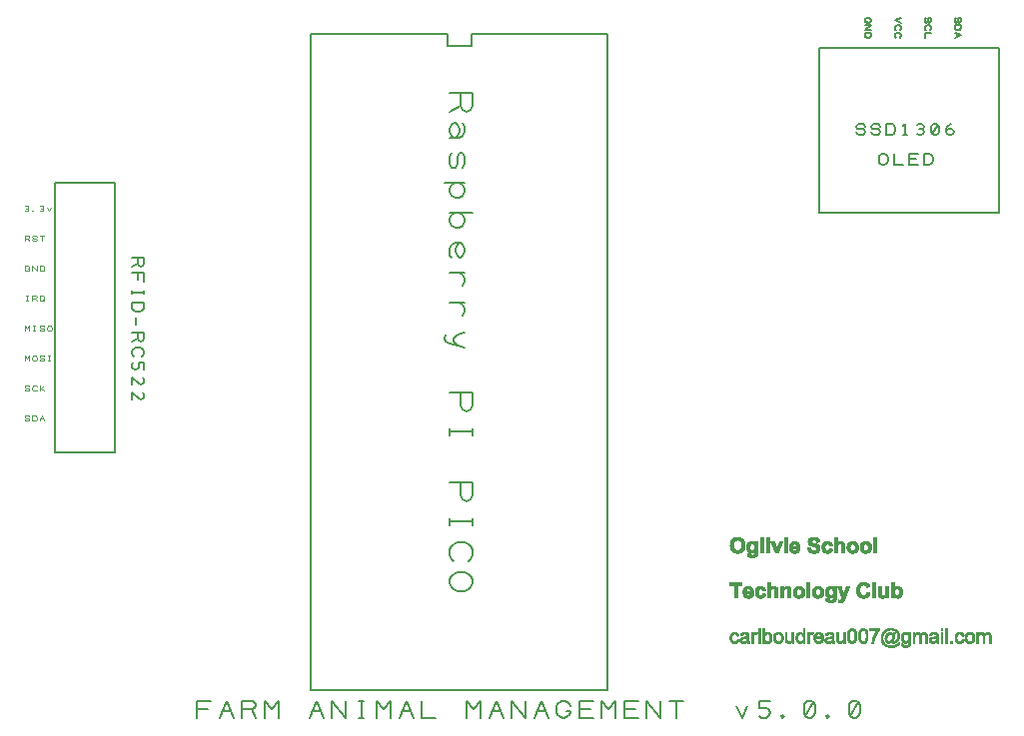
<source format=gbr>
G04 DesignSpark PCB Gerber Version 11.0 Build 5877*
%FSLAX35Y35*%
%MOIN*%
%ADD11C,0.00100*%
%ADD10C,0.00500*%
X0Y0D02*
D02*
D10*
X55250Y185250D02*
X35250D01*
Y95250D01*
X55250D01*
Y185250D01*
X61187Y160250D02*
X64937D01*
Y158063D01*
X64625Y157437D01*
X64000Y157125D01*
X63375Y157437D01*
X63063Y158063D01*
Y160250D01*
Y158063D02*
X61187Y157125D01*
Y155250D02*
X64937D01*
Y152125D01*
X63063Y152750D02*
Y155250D01*
X61187Y149313D02*
Y148063D01*
Y148687D02*
X64937D01*
Y149313D02*
Y148063D01*
X61187Y145250D02*
X64937D01*
Y143375D01*
X64625Y142750D01*
X64313Y142437D01*
X63687Y142125D01*
X62437D01*
X61813Y142437D01*
X61500Y142750D01*
X61187Y143375D01*
Y145250D01*
X62437Y140250D02*
Y137750D01*
X61187Y135250D02*
X64937D01*
Y133063D01*
X64625Y132437D01*
X64000Y132125D01*
X63375Y132437D01*
X63063Y133063D01*
Y135250D01*
Y133063D02*
X61187Y132125D01*
X61813Y127125D02*
X61500Y127437D01*
X61187Y128063D01*
Y129000D01*
X61500Y129625D01*
X61813Y129937D01*
X62437Y130250D01*
X63687D01*
X64313Y129937D01*
X64625Y129625D01*
X64937Y129000D01*
Y128063D01*
X64625Y127437D01*
X64313Y127125D01*
X61500Y125250D02*
X61187Y124625D01*
Y123687D01*
X61500Y123063D01*
X62125Y122750D01*
X62437D01*
X63063Y123063D01*
X63375Y123687D01*
Y125250D01*
X64937D01*
Y122750D01*
X61187Y117750D02*
Y120250D01*
X63375Y118063D01*
X64000Y117750D01*
X64625Y118063D01*
X64937Y118687D01*
Y119625D01*
X64625Y120250D01*
X61187Y112750D02*
Y115250D01*
X63375Y113063D01*
X64000Y112750D01*
X64625Y113063D01*
X64937Y113687D01*
Y114625D01*
X64625Y115250D01*
X167125Y215250D02*
X174625D01*
Y210875D01*
X174000Y209625D01*
X172750Y209000D01*
X171500Y209625D01*
X170875Y210875D01*
Y215250D01*
Y210875D02*
X167125Y209000D01*
X171500Y205250D02*
X172125Y204000D01*
Y202125D01*
X171500Y200875D01*
X170250Y200250D01*
X168375D01*
X167750Y200875D01*
X167125Y202125D01*
Y203375D01*
X167750Y204625D01*
X168375Y205250D01*
X169000D01*
X169625Y204625D01*
X170250Y203375D01*
Y202125D01*
X169625Y200875D01*
X169000Y200250D01*
X168375D02*
X167125D01*
X167750Y195250D02*
X167125Y194000D01*
Y191500D01*
X167750Y190250D01*
X169000D01*
X169625Y191500D01*
Y194000D01*
X170250Y195250D01*
X171500D01*
X172125Y194000D01*
Y191500D01*
X171500Y190250D01*
X172125Y185250D02*
X165250D01*
X169000D02*
X167750Y184625D01*
X167125Y183375D01*
Y182125D01*
X167750Y180875D01*
X169000Y180250D01*
X170250D01*
X171500Y180875D01*
X172125Y182125D01*
Y183375D01*
X171500Y184625D01*
X170250Y185250D01*
X169000D01*
Y175250D02*
X167750Y174625D01*
X167125Y173375D01*
Y172125D01*
X167750Y170875D01*
X169000Y170250D01*
X170250D01*
X171500Y170875D01*
X172125Y172125D01*
Y173375D01*
X171500Y174625D01*
X170250Y175250D01*
X167125D02*
X174625D01*
X167750Y160250D02*
X167125Y160875D01*
Y162125D01*
Y163375D01*
X167750Y164625D01*
X169000Y165250D01*
X170875D01*
X171500Y164625D01*
X172125Y163375D01*
Y162125D01*
X171500Y160875D01*
X170875Y160250D01*
X170250D01*
X169625Y160875D01*
X169000Y162125D01*
Y163375D01*
X169625Y164625D01*
X170250Y165250D01*
X167125Y155250D02*
X172125D01*
X170250D02*
X171500Y154625D01*
X172125Y153375D01*
Y152125D01*
X171500Y150875D01*
X167125Y145250D02*
X172125D01*
X170250D02*
X171500Y144625D01*
X172125Y143375D01*
Y142125D01*
X171500Y140875D01*
X172125Y135250D02*
X169625Y134625D01*
X168375Y133375D01*
Y132125D01*
X169625Y130875D01*
X172125Y130250D01*
X169625Y130875D02*
X167125Y131500D01*
X165875Y132125D01*
X165250Y133375D01*
X165875Y134625D01*
X167125Y115250D02*
X174625D01*
Y110875D01*
X174000Y109625D01*
X172750Y109000D01*
X171500Y109625D01*
X170875Y110875D01*
Y115250D01*
X167125Y103375D02*
Y100875D01*
Y102125D02*
X174625D01*
Y103375D02*
Y100875D01*
X167125Y85250D02*
X174625D01*
Y80875D01*
X174000Y79625D01*
X172750Y79000D01*
X171500Y79625D01*
X170875Y80875D01*
Y85250D01*
X167125Y73375D02*
Y70875D01*
Y72125D02*
X174625D01*
Y73375D02*
Y70875D01*
X168375Y59000D02*
X167750Y59625D01*
X167125Y60875D01*
Y62750D01*
X167750Y64000D01*
X168375Y64625D01*
X169625Y65250D01*
X172125D01*
X173375Y64625D01*
X174000Y64000D01*
X174625Y62750D01*
Y60875D01*
X174000Y59625D01*
X173375Y59000D01*
X169625Y55250D02*
X172125D01*
X173375Y54625D01*
X174000Y54000D01*
X174625Y52750D01*
Y51500D01*
X174000Y50250D01*
X173375Y49625D01*
X172125Y49000D01*
X169625D01*
X168375Y49625D01*
X167750Y50250D01*
X167125Y51500D01*
Y52750D01*
X167750Y54000D01*
X168375Y54625D01*
X169625Y55250D01*
X82750Y6656D02*
Y12281D01*
X87437D01*
X86500Y9469D02*
X82750D01*
X90250Y6656D02*
X92594Y12281D01*
X94937Y6656D01*
X91187Y9000D02*
X94000D01*
X97750Y6656D02*
Y12281D01*
X101031D01*
X101969Y11813D01*
X102437Y10875D01*
X101969Y9937D01*
X101031Y9469D01*
X97750D01*
X101031D02*
X102437Y6656D01*
X105250D02*
Y12281D01*
X107594Y9469D01*
X109937Y12281D01*
Y6656D01*
X120250D02*
X122594Y12281D01*
X124937Y6656D01*
X121187Y9000D02*
X124000D01*
X127750Y6656D02*
Y12281D01*
X132437Y6656D01*
Y12281D01*
X136656Y6656D02*
X138531D01*
X137594D02*
Y12281D01*
X136656D02*
X138531D01*
X142750Y6656D02*
Y12281D01*
X145094Y9469D01*
X147437Y12281D01*
Y6656D01*
X150250D02*
X152594Y12281D01*
X154937Y6656D01*
X151187Y9000D02*
X154000D01*
X157750Y12281D02*
Y6656D01*
X162437D01*
X172750D02*
Y12281D01*
X175094Y9469D01*
X177437Y12281D01*
Y6656D01*
X180250D02*
X182594Y12281D01*
X184937Y6656D01*
X181187Y9000D02*
X184000D01*
X187750Y6656D02*
Y12281D01*
X192437Y6656D01*
Y12281D01*
X195250Y6656D02*
X197594Y12281D01*
X199937Y6656D01*
X196187Y9000D02*
X199000D01*
X206031D02*
X207437D01*
Y8531D01*
X206969Y7594D01*
X206500Y7125D01*
X205563Y6656D01*
X204625D01*
X203687Y7125D01*
X203219Y7594D01*
X202750Y8531D01*
Y10406D01*
X203219Y11344D01*
X203687Y11813D01*
X204625Y12281D01*
X205563D01*
X206500Y11813D01*
X206969Y11344D01*
X207437Y10406D01*
X210250Y6656D02*
Y12281D01*
X214937D01*
X214000Y9469D02*
X210250D01*
Y6656D02*
X214937D01*
X217750D02*
Y12281D01*
X220094Y9469D01*
X222437Y12281D01*
Y6656D01*
X225250D02*
Y12281D01*
X229937D01*
X229000Y9469D02*
X225250D01*
Y6656D02*
X229937D01*
X232750D02*
Y12281D01*
X237437Y6656D01*
Y12281D01*
X242594Y6656D02*
Y12281D01*
X240250D02*
X244937D01*
X262750Y10406D02*
X264625Y6656D01*
X266500Y10406D01*
X270250Y7125D02*
X271187Y6656D01*
X272594D01*
X273531Y7125D01*
X274000Y8063D01*
Y8531D01*
X273531Y9469D01*
X272594Y9937D01*
X270250D01*
Y12281D01*
X274000D01*
X278219Y6656D02*
X278687Y7125D01*
X278219Y7594D01*
X277750Y7125D01*
X278219Y6656D01*
X285719Y7125D02*
X286656Y6656D01*
X287594D01*
X288531Y7125D01*
X289000Y8063D01*
Y10875D01*
X288531Y11813D01*
X287594Y12281D01*
X286656D01*
X285719Y11813D01*
X285250Y10875D01*
Y8063D01*
X285719Y7125D01*
X288531Y11813D01*
X293219Y6656D02*
X293687Y7125D01*
X293219Y7594D01*
X292750Y7125D01*
X293219Y6656D01*
X300719Y7125D02*
X301656Y6656D01*
X302594D01*
X303531Y7125D01*
X304000Y8063D01*
Y10875D01*
X303531Y11813D01*
X302594Y12281D01*
X301656D01*
X300719Y11813D01*
X300250Y10875D01*
Y8063D01*
X300719Y7125D01*
X303531Y11813D01*
X219750Y234750D02*
Y15750D01*
X120750D01*
Y234750D01*
X166250D01*
Y230750D01*
X174250D01*
Y234750D01*
X219750D01*
X290250Y175250D02*
X350250D01*
Y230250D01*
X290250D01*
Y175250D01*
X306500Y239156D02*
Y238687D01*
X306344D01*
X306031Y238844D01*
X305875Y239000D01*
X305719Y239313D01*
Y239625D01*
X305875Y239937D01*
X306031Y240094D01*
X306344Y240250D01*
X306969D01*
X307281Y240094D01*
X307437Y239937D01*
X307594Y239625D01*
Y239313D01*
X307437Y239000D01*
X307281Y238844D01*
X306969Y238687D01*
X305719Y237750D02*
X307594D01*
X305719Y236187D01*
X307594D01*
X305719Y235250D02*
X307594D01*
Y234313D01*
X307437Y234000D01*
X307281Y233844D01*
X306969Y233687D01*
X306344D01*
X306031Y233844D01*
X305875Y234000D01*
X305719Y234313D01*
Y235250D01*
X317594Y240250D02*
X315719Y239469D01*
X317594Y238687D01*
X316031Y236187D02*
X315875Y236344D01*
X315719Y236656D01*
Y237125D01*
X315875Y237437D01*
X316031Y237594D01*
X316344Y237750D01*
X316969D01*
X317281Y237594D01*
X317437Y237437D01*
X317594Y237125D01*
Y236656D01*
X317437Y236344D01*
X317281Y236187D01*
X316031Y233687D02*
X315875Y233844D01*
X315719Y234156D01*
Y234625D01*
X315875Y234937D01*
X316031Y235094D01*
X316344Y235250D01*
X316969D01*
X317281Y235094D01*
X317437Y234937D01*
X317594Y234625D01*
Y234156D01*
X317437Y233844D01*
X317281Y233687D01*
X310250Y192437D02*
Y193687D01*
X310563Y194313D01*
X310875Y194625D01*
X311500Y194937D01*
X312125D01*
X312750Y194625D01*
X313063Y194313D01*
X313375Y193687D01*
Y192437D01*
X313063Y191813D01*
X312750Y191500D01*
X312125Y191187D01*
X311500D01*
X310875Y191500D01*
X310563Y191813D01*
X310250Y192437D01*
X315250Y194937D02*
Y191187D01*
X318375D01*
X320250D02*
Y194937D01*
X323375D01*
X322750Y193063D02*
X320250D01*
Y191187D02*
X323375D01*
X325250D02*
Y194937D01*
X327125D01*
X327750Y194625D01*
X328063Y194313D01*
X328375Y193687D01*
Y192437D01*
X328063Y191813D01*
X327750Y191500D01*
X327125Y191187D01*
X325250D01*
X302750Y202125D02*
X303063Y201500D01*
X303687Y201187D01*
X304937D01*
X305563Y201500D01*
X305875Y202125D01*
X305563Y202750D01*
X304937Y203063D01*
X303687D01*
X303063Y203375D01*
X302750Y204000D01*
X303063Y204625D01*
X303687Y204937D01*
X304937D01*
X305563Y204625D01*
X305875Y204000D01*
X307750Y202125D02*
X308063Y201500D01*
X308687Y201187D01*
X309937D01*
X310563Y201500D01*
X310875Y202125D01*
X310563Y202750D01*
X309937Y203063D01*
X308687D01*
X308063Y203375D01*
X307750Y204000D01*
X308063Y204625D01*
X308687Y204937D01*
X309937D01*
X310563Y204625D01*
X310875Y204000D01*
X312750Y201187D02*
Y204937D01*
X314625D01*
X315250Y204625D01*
X315563Y204313D01*
X315875Y203687D01*
Y202437D01*
X315563Y201813D01*
X315250Y201500D01*
X314625Y201187D01*
X312750D01*
X318375D02*
X319625D01*
X319000D02*
Y204937D01*
X318375Y204313D01*
X323063Y201500D02*
X323687Y201187D01*
X324313D01*
X324937Y201500D01*
X325250Y202125D01*
X324937Y202750D01*
X324313Y203063D01*
X323687D01*
X324313D02*
X324937Y203375D01*
X325250Y204000D01*
X324937Y204625D01*
X324313Y204937D01*
X323687D01*
X323063Y204625D01*
X328063Y201500D02*
X328687Y201187D01*
X329313D01*
X329937Y201500D01*
X330250Y202125D01*
Y204000D01*
X329937Y204625D01*
X329313Y204937D01*
X328687D01*
X328063Y204625D01*
X327750Y204000D01*
Y202125D01*
X328063Y201500D01*
X329937Y204625D01*
X332750Y202125D02*
X333063Y202750D01*
X333687Y203063D01*
X334313D01*
X334937Y202750D01*
X335250Y202125D01*
X334937Y201500D01*
X334313Y201187D01*
X333687D01*
X333063Y201500D01*
X332750Y202125D01*
Y203063D01*
X333063Y204000D01*
X333687Y204625D01*
X334313Y204937D01*
X326187Y240250D02*
X325875Y240094D01*
X325719Y239781D01*
Y239156D01*
X325875Y238844D01*
X326187Y238687D01*
X326500Y238844D01*
X326656Y239156D01*
Y239781D01*
X326813Y240094D01*
X327125Y240250D01*
X327437Y240094D01*
X327594Y239781D01*
Y239156D01*
X327437Y238844D01*
X327125Y238687D01*
X326031Y236187D02*
X325875Y236344D01*
X325719Y236656D01*
Y237125D01*
X325875Y237437D01*
X326031Y237594D01*
X326344Y237750D01*
X326969D01*
X327281Y237594D01*
X327437Y237437D01*
X327594Y237125D01*
Y236656D01*
X327437Y236344D01*
X327281Y236187D01*
X327594Y235250D02*
X325719D01*
Y233687D01*
X336187Y240250D02*
X335875Y240094D01*
X335719Y239781D01*
Y239156D01*
X335875Y238844D01*
X336187Y238687D01*
X336500Y238844D01*
X336656Y239156D01*
Y239781D01*
X336813Y240094D01*
X337125Y240250D01*
X337437Y240094D01*
X337594Y239781D01*
Y239156D01*
X337437Y238844D01*
X337125Y238687D01*
X335719Y237750D02*
X337594D01*
Y236813D01*
X337437Y236500D01*
X337281Y236344D01*
X336969Y236187D01*
X336344D01*
X336031Y236344D01*
X335875Y236500D01*
X335719Y236813D01*
Y237750D01*
Y235250D02*
X337594Y234469D01*
X335719Y233687D01*
X336500Y234937D02*
Y234000D01*
D02*
D11*
X25250Y106187D02*
X25406Y105875D01*
X25719Y105719D01*
X26344D01*
X26656Y105875D01*
X26813Y106187D01*
X26656Y106500D01*
X26344Y106656D01*
X25719D01*
X25406Y106813D01*
X25250Y107125D01*
X25406Y107437D01*
X25719Y107594D01*
X26344D01*
X26656Y107437D01*
X26813Y107125D01*
X27750Y105719D02*
Y107594D01*
X28687D01*
X29000Y107437D01*
X29156Y107281D01*
X29313Y106969D01*
Y106344D01*
X29156Y106031D01*
X29000Y105875D01*
X28687Y105719D01*
X27750D01*
X30250D02*
X31031Y107594D01*
X31813Y105719D01*
X30563Y106500D02*
X31500D01*
X25250Y116187D02*
X25406Y115875D01*
X25719Y115719D01*
X26344D01*
X26656Y115875D01*
X26813Y116187D01*
X26656Y116500D01*
X26344Y116656D01*
X25719D01*
X25406Y116813D01*
X25250Y117125D01*
X25406Y117437D01*
X25719Y117594D01*
X26344D01*
X26656Y117437D01*
X26813Y117125D01*
X29313Y116031D02*
X29156Y115875D01*
X28844Y115719D01*
X28375D01*
X28063Y115875D01*
X27906Y116031D01*
X27750Y116344D01*
Y116969D01*
X27906Y117281D01*
X28063Y117437D01*
X28375Y117594D01*
X28844D01*
X29156Y117437D01*
X29313Y117281D01*
X30250Y115719D02*
Y117594D01*
Y116656D02*
X30719D01*
X31813Y117594D01*
X30719Y116656D02*
X31813Y115719D01*
X25250Y125719D02*
Y127594D01*
X26031Y126656D01*
X26813Y127594D01*
Y125719D01*
X27750Y126344D02*
Y126969D01*
X27906Y127281D01*
X28063Y127437D01*
X28375Y127594D01*
X28687D01*
X29000Y127437D01*
X29156Y127281D01*
X29313Y126969D01*
Y126344D01*
X29156Y126031D01*
X29000Y125875D01*
X28687Y125719D01*
X28375D01*
X28063Y125875D01*
X27906Y126031D01*
X27750Y126344D01*
X30250Y126187D02*
X30406Y125875D01*
X30719Y125719D01*
X31344D01*
X31656Y125875D01*
X31813Y126187D01*
X31656Y126500D01*
X31344Y126656D01*
X30719D01*
X30406Y126813D01*
X30250Y127125D01*
X30406Y127437D01*
X30719Y127594D01*
X31344D01*
X31656Y127437D01*
X31813Y127125D01*
X33219Y125719D02*
X33844D01*
X33531D02*
Y127594D01*
X33219D02*
X33844D01*
X25250Y135719D02*
Y137594D01*
X26031Y136656D01*
X26813Y137594D01*
Y135719D01*
X28219D02*
X28844D01*
X28531D02*
Y137594D01*
X28219D02*
X28844D01*
X30250Y136187D02*
X30406Y135875D01*
X30719Y135719D01*
X31344D01*
X31656Y135875D01*
X31813Y136187D01*
X31656Y136500D01*
X31344Y136656D01*
X30719D01*
X30406Y136813D01*
X30250Y137125D01*
X30406Y137437D01*
X30719Y137594D01*
X31344D01*
X31656Y137437D01*
X31813Y137125D01*
X32750Y136344D02*
Y136969D01*
X32906Y137281D01*
X33063Y137437D01*
X33375Y137594D01*
X33687D01*
X34000Y137437D01*
X34156Y137281D01*
X34313Y136969D01*
Y136344D01*
X34156Y136031D01*
X34000Y135875D01*
X33687Y135719D01*
X33375D01*
X33063Y135875D01*
X32906Y136031D01*
X32750Y136344D01*
X25719Y145719D02*
X26344D01*
X26031D02*
Y147594D01*
X25719D02*
X26344D01*
X27750Y145719D02*
Y147594D01*
X28844D01*
X29156Y147437D01*
X29313Y147125D01*
X29156Y146813D01*
X28844Y146656D01*
X27750D01*
X28844D02*
X29313Y145719D01*
X30250Y146344D02*
Y146969D01*
X30406Y147281D01*
X30563Y147437D01*
X30875Y147594D01*
X31187D01*
X31500Y147437D01*
X31656Y147281D01*
X31813Y146969D01*
Y146344D01*
X31656Y146031D01*
X31500Y145875D01*
X31187Y145719D01*
X30875D01*
X30563Y145875D01*
X30406Y146031D01*
X30250Y146344D01*
X31344Y146187D02*
X31813Y145719D01*
X26344Y156500D02*
X26813D01*
Y156344D01*
X26656Y156031D01*
X26500Y155875D01*
X26187Y155719D01*
X25875D01*
X25563Y155875D01*
X25406Y156031D01*
X25250Y156344D01*
Y156969D01*
X25406Y157281D01*
X25563Y157437D01*
X25875Y157594D01*
X26187D01*
X26500Y157437D01*
X26656Y157281D01*
X26813Y156969D01*
X27750Y155719D02*
Y157594D01*
X29313Y155719D01*
Y157594D01*
X30250Y155719D02*
Y157594D01*
X31187D01*
X31500Y157437D01*
X31656Y157281D01*
X31813Y156969D01*
Y156344D01*
X31656Y156031D01*
X31500Y155875D01*
X31187Y155719D01*
X30250D01*
X25250Y165719D02*
Y167594D01*
X26344D01*
X26656Y167437D01*
X26813Y167125D01*
X26656Y166813D01*
X26344Y166656D01*
X25250D01*
X26344D02*
X26813Y165719D01*
X27750Y166187D02*
X27906Y165875D01*
X28219Y165719D01*
X28844D01*
X29156Y165875D01*
X29313Y166187D01*
X29156Y166500D01*
X28844Y166656D01*
X28219D01*
X27906Y166813D01*
X27750Y167125D01*
X27906Y167437D01*
X28219Y167594D01*
X28844D01*
X29156Y167437D01*
X29313Y167125D01*
X31031Y165719D02*
Y167594D01*
X30250D02*
X31813D01*
X25406Y175875D02*
X25719Y175719D01*
X26031D01*
X26344Y175875D01*
X26500Y176187D01*
X26344Y176500D01*
X26031Y176656D01*
X25719D01*
X26031D02*
X26344Y176813D01*
X26500Y177125D01*
X26344Y177437D01*
X26031Y177594D01*
X25719D01*
X25406Y177437D01*
X27906Y175719D02*
X28063Y175875D01*
X27906Y176031D01*
X27750Y175875D01*
X27906Y175719D01*
X30406Y175875D02*
X30719Y175719D01*
X31031D01*
X31344Y175875D01*
X31500Y176187D01*
X31344Y176500D01*
X31031Y176656D01*
X30719D01*
X31031D02*
X31344Y176813D01*
X31500Y177125D01*
X31344Y177437D01*
X31031Y177594D01*
X30719D01*
X30406Y177437D01*
X32750Y176969D02*
X33375Y175719D01*
X34000Y176969D01*
X262967Y32945D02*
X263546Y32869D01*
X263517Y32722D01*
X263480Y32587D01*
X263432Y32455D01*
X263378Y32334D01*
X263311Y32220D01*
X263238Y32118D01*
X263154Y32019D01*
X263059Y31931D01*
X262960Y31854D01*
X262854Y31784D01*
X262740Y31726D01*
X262623Y31678D01*
X262498Y31642D01*
X262370Y31616D01*
X262239Y31598D01*
X262096Y31594D01*
X261924Y31601D01*
X261759Y31623D01*
X261601Y31660D01*
X261451Y31711D01*
X261312Y31777D01*
X261184Y31857D01*
X261063Y31953D01*
X260950Y32059D01*
X260847Y32183D01*
X260759Y32319D01*
X260682Y32469D01*
X260624Y32627D01*
X260576Y32802D01*
X260539Y32989D01*
X260521Y33187D01*
X260514Y33400D01*
X260517Y33539D01*
X260525Y33670D01*
X260539Y33802D01*
X260561Y33927D01*
X260587Y34048D01*
X260620Y34165D01*
X260656Y34278D01*
X260700Y34385D01*
X260752Y34487D01*
X260807Y34582D01*
X260869Y34674D01*
X260935Y34754D01*
X261012Y34831D01*
X261092Y34901D01*
X261176Y34963D01*
X261268Y35018D01*
X261367Y35069D01*
X261466Y35109D01*
X261565Y35146D01*
X261667Y35176D01*
X261774Y35201D01*
X261880Y35216D01*
X261989Y35227D01*
X262099Y35230D01*
X262239Y35227D01*
X262370Y35212D01*
X262498Y35190D01*
X262616Y35157D01*
X262729Y35117D01*
X262835Y35069D01*
X262934Y35011D01*
X263030Y34945D01*
X263114Y34868D01*
X263194Y34784D01*
X263264Y34692D01*
X263326Y34597D01*
X263378Y34491D01*
X263425Y34377D01*
X263462Y34256D01*
X263491Y34128D01*
X262916Y34040D01*
X262894Y34124D01*
X262869Y34205D01*
X262835Y34278D01*
X262802Y34348D01*
X262766Y34410D01*
X262722Y34469D01*
X262678Y34524D01*
X262627Y34568D01*
X262572Y34611D01*
X262517Y34648D01*
X262458Y34678D01*
X262396Y34703D01*
X262334Y34721D01*
X262264Y34736D01*
X262194Y34743D01*
X262125Y34747D01*
X262015Y34743D01*
X261913Y34725D01*
X261814Y34703D01*
X261719Y34667D01*
X261631Y34622D01*
X261550Y34568D01*
X261473Y34502D01*
X261400Y34428D01*
X261334Y34341D01*
X261279Y34245D01*
X261231Y34135D01*
X261191Y34015D01*
X261162Y33883D01*
X261140Y33736D01*
X261125Y33583D01*
X261122Y33414D01*
X261125Y33246D01*
X261140Y33088D01*
X261158Y32942D01*
X261187Y32810D01*
X261228Y32689D01*
X261272Y32579D01*
X261327Y32480D01*
X261389Y32396D01*
X261462Y32319D01*
X261535Y32257D01*
X261616Y32202D01*
X261700Y32158D01*
X261792Y32121D01*
X261887Y32096D01*
X261986Y32081D01*
X262092Y32078D01*
X262176Y32081D01*
X262257Y32092D01*
X262337Y32107D01*
X262411Y32129D01*
X262480Y32162D01*
X262550Y32198D01*
X262612Y32239D01*
X262670Y32290D01*
X262729Y32348D01*
X262777Y32411D01*
X262824Y32480D01*
X262861Y32561D01*
X262898Y32645D01*
X262927Y32737D01*
X262949Y32839D01*
X262967Y32945D01*
X266322Y32099D02*
X266241Y32033D01*
X266161Y31971D01*
X266080Y31913D01*
X266000Y31861D01*
X265919Y31817D01*
X265842Y31774D01*
X265765Y31741D01*
X265688Y31707D01*
X265534Y31656D01*
X265377Y31623D01*
X265209Y31601D01*
X265040Y31594D01*
X264901Y31598D01*
X264769Y31612D01*
X264648Y31634D01*
X264531Y31663D01*
X264425Y31704D01*
X264330Y31752D01*
X264238Y31806D01*
X264157Y31872D01*
X264084Y31946D01*
X264022Y32022D01*
X263971Y32107D01*
X263927Y32191D01*
X263894Y32282D01*
X263868Y32381D01*
X263854Y32484D01*
X263850Y32590D01*
X263857Y32715D01*
X263879Y32832D01*
X263916Y32945D01*
X263967Y33055D01*
X264029Y33154D01*
X264099Y33246D01*
X264183Y33326D01*
X264271Y33396D01*
X264370Y33454D01*
X264472Y33506D01*
X264579Y33550D01*
X264696Y33586D01*
X264740Y33597D01*
X264794Y33612D01*
X264850Y33623D01*
X264912Y33634D01*
X264981Y33645D01*
X265055Y33656D01*
X265135Y33667D01*
X265219Y33678D01*
X265392Y33696D01*
X265553Y33722D01*
X265703Y33744D01*
X265838Y33769D01*
X265967Y33795D01*
X266080Y33820D01*
X266179Y33850D01*
X266270Y33879D01*
X266274Y33934D01*
Y33978D01*
Y34011D01*
Y34033D01*
X266270Y34121D01*
X266263Y34202D01*
X266252Y34275D01*
X266234Y34341D01*
X266208Y34403D01*
X266179Y34454D01*
X266146Y34502D01*
X266106Y34542D01*
X266047Y34590D01*
X265981Y34630D01*
X265908Y34667D01*
X265828Y34692D01*
X265739Y34714D01*
X265644Y34732D01*
X265545Y34740D01*
X265435Y34743D01*
X265337Y34740D01*
X265241Y34732D01*
X265157Y34721D01*
X265077Y34707D01*
X265004Y34685D01*
X264937Y34659D01*
X264875Y34630D01*
X264824Y34597D01*
X264776Y34557D01*
X264732Y34509D01*
X264689Y34454D01*
X264652Y34396D01*
X264615Y34326D01*
X264586Y34253D01*
X264557Y34169D01*
X264531Y34081D01*
X263952Y34157D01*
X263974Y34249D01*
X263996Y34333D01*
X264026Y34414D01*
X264055Y34491D01*
X264092Y34564D01*
X264128Y34633D01*
X264169Y34696D01*
X264213Y34754D01*
X264260Y34813D01*
X264311Y34864D01*
X264370Y34912D01*
X264432Y34956D01*
X264498Y35000D01*
X264571Y35040D01*
X264648Y35073D01*
X264732Y35106D01*
X264820Y35135D01*
X264908Y35161D01*
X265004Y35183D01*
X265099Y35198D01*
X265201Y35212D01*
X265304Y35223D01*
X265410Y35227D01*
X265520Y35230D01*
X265630Y35227D01*
X265732Y35223D01*
X265831Y35216D01*
X265926Y35205D01*
X266014Y35190D01*
X266095Y35172D01*
X266172Y35150D01*
X266245Y35124D01*
X266311Y35099D01*
X266377Y35069D01*
X266431Y35040D01*
X266487Y35007D01*
X266534Y34974D01*
X266578Y34937D01*
X266619Y34901D01*
X266655Y34861D01*
X266714Y34776D01*
X266765Y34681D01*
X266805Y34575D01*
X266838Y34458D01*
X266845Y34417D01*
X266849Y34370D01*
X266856Y34311D01*
X266860Y34249D01*
X266864Y34176D01*
X266867Y34095D01*
Y34011D01*
Y33916D01*
Y33128D01*
Y33030D01*
Y32934D01*
Y32843D01*
X266871Y32755D01*
Y32674D01*
Y32597D01*
X266875Y32524D01*
X266878Y32458D01*
Y32396D01*
X266882Y32337D01*
X266886Y32286D01*
X266889Y32235D01*
X266893Y32191D01*
X266897Y32154D01*
X266900Y32118D01*
X266904Y32088D01*
X266930Y31982D01*
X266963Y31876D01*
X267003Y31774D01*
X267054Y31671D01*
X266439D01*
X266399Y31766D01*
X266366Y31869D01*
X266340Y31978D01*
X266322Y32099D01*
X266274Y33418D02*
X266190Y33385D01*
X266095Y33356D01*
X265989Y33326D01*
X265871Y33297D01*
X265747Y33268D01*
X265611Y33242D01*
X265465Y33220D01*
X265311Y33194D01*
X265223Y33180D01*
X265143Y33169D01*
X265066Y33154D01*
X265000Y33139D01*
X264937Y33125D01*
X264883Y33110D01*
X264835Y33092D01*
X264794Y33077D01*
X264725Y33041D01*
X264663Y32996D01*
X264608Y32945D01*
X264560Y32887D01*
X264527Y32821D01*
X264502Y32751D01*
X264483Y32681D01*
X264480Y32605D01*
X264483Y32546D01*
X264491Y32491D01*
X264506Y32440D01*
X264524Y32389D01*
X264549Y32341D01*
X264579Y32297D01*
X264615Y32253D01*
X264659Y32213D01*
X264707Y32176D01*
X264758Y32143D01*
X264817Y32118D01*
X264879Y32096D01*
X264945Y32078D01*
X265018Y32067D01*
X265099Y32059D01*
X265179Y32056D01*
X265263Y32059D01*
X265348Y32063D01*
X265424Y32078D01*
X265502Y32092D01*
X265578Y32114D01*
X265648Y32140D01*
X265718Y32169D01*
X265787Y32206D01*
X265849Y32242D01*
X265912Y32286D01*
X265967Y32330D01*
X266018Y32381D01*
X266062Y32433D01*
X266106Y32491D01*
X266143Y32550D01*
X266175Y32612D01*
X266197Y32663D01*
X266219Y32722D01*
X266234Y32788D01*
X266248Y32857D01*
X266256Y32934D01*
X266263Y33019D01*
X266270Y33106D01*
Y33202D01*
X266274Y33418D01*
X267776Y31671D02*
Y35154D01*
X268307D01*
Y34626D01*
X268358Y34714D01*
X268406Y34794D01*
X268453Y34868D01*
X268501Y34930D01*
X268548Y34989D01*
X268592Y35036D01*
X268636Y35080D01*
X268680Y35113D01*
X268768Y35165D01*
X268863Y35201D01*
X268911Y35212D01*
X268959Y35223D01*
X269010Y35227D01*
X269061Y35230D01*
X269134Y35227D01*
X269207Y35219D01*
X269284Y35205D01*
X269361Y35183D01*
X269435Y35157D01*
X269511Y35124D01*
X269588Y35088D01*
X269665Y35044D01*
X269460Y34494D01*
X269405Y34524D01*
X269350Y34553D01*
X269299Y34571D01*
X269244Y34590D01*
X269189Y34604D01*
X269134Y34615D01*
X269083Y34619D01*
X269028Y34622D01*
X268933Y34615D01*
X268845Y34593D01*
X268761Y34557D01*
X268684Y34506D01*
X268611Y34443D01*
X268552Y34366D01*
X268501Y34282D01*
X268464Y34183D01*
X268420Y34022D01*
X268391Y33854D01*
X268372Y33678D01*
X268365Y33494D01*
Y31671D01*
X267776D01*
X270002D02*
Y36476D01*
X270592D01*
Y31671D01*
X270002D01*
X272049D02*
X271504D01*
Y36476D01*
X272093D01*
Y34762D01*
X272189Y34872D01*
X272294Y34967D01*
X272401Y35047D01*
X272518Y35113D01*
X272643Y35165D01*
X272771Y35201D01*
X272906Y35223D01*
X273045Y35230D01*
X273126Y35227D01*
X273207Y35223D01*
X273283Y35212D01*
X273360Y35198D01*
X273433Y35179D01*
X273511Y35157D01*
X273584Y35131D01*
X273653Y35102D01*
X273793Y35029D01*
X273917Y34945D01*
X274027Y34846D01*
X274126Y34736D01*
X274214Y34615D01*
X274291Y34480D01*
X274360Y34330D01*
X274415Y34172D01*
X274463Y34004D01*
X274496Y33828D01*
X274514Y33648D01*
X274521Y33465D01*
X274514Y33246D01*
X274492Y33044D01*
X274459Y32850D01*
X274411Y32670D01*
X274349Y32506D01*
X274272Y32352D01*
X274181Y32209D01*
X274078Y32081D01*
X274023Y32022D01*
X273965Y31968D01*
X273906Y31916D01*
X273847Y31869D01*
X273785Y31825D01*
X273723Y31784D01*
X273657Y31748D01*
X273591Y31715D01*
X273525Y31685D01*
X273456Y31663D01*
X273386Y31642D01*
X273317Y31623D01*
X273243Y31612D01*
X273170Y31601D01*
X273093Y31594D01*
X273016D01*
X272939Y31598D01*
X272866Y31601D01*
X272796Y31612D01*
X272723Y31627D01*
X272657Y31645D01*
X272591Y31667D01*
X272529Y31693D01*
X272467Y31722D01*
X272408Y31755D01*
X272350Y31795D01*
X272294Y31836D01*
X272240Y31883D01*
X272192Y31931D01*
X272141Y31986D01*
X272093Y32044D01*
X272049Y32107D01*
Y31671D01*
X272042Y33440D02*
X272046Y33286D01*
X272053Y33147D01*
X272068Y33019D01*
X272086Y32898D01*
X272108Y32791D01*
X272137Y32693D01*
X272174Y32608D01*
X272211Y32531D01*
X272284Y32425D01*
X272364Y32334D01*
X272448Y32257D01*
X272540Y32191D01*
X272635Y32140D01*
X272741Y32107D01*
X272848Y32085D01*
X272965Y32078D01*
X273060Y32081D01*
X273152Y32099D01*
X273239Y32125D01*
X273324Y32162D01*
X273408Y32209D01*
X273485Y32268D01*
X273562Y32334D01*
X273631Y32414D01*
X273697Y32502D01*
X273756Y32601D01*
X273804Y32711D01*
X273844Y32832D01*
X273873Y32964D01*
X273895Y33103D01*
X273910Y33253D01*
X273913Y33414D01*
X273910Y33579D01*
X273895Y33733D01*
X273877Y33876D01*
X273847Y34007D01*
X273807Y34128D01*
X273763Y34238D01*
X273708Y34337D01*
X273643Y34421D01*
X273573Y34498D01*
X273503Y34564D01*
X273426Y34619D01*
X273346Y34667D01*
X273261Y34700D01*
X273174Y34725D01*
X273086Y34743D01*
X272991Y34747D01*
X272895Y34743D01*
X272804Y34725D01*
X272716Y34700D01*
X272631Y34663D01*
X272551Y34615D01*
X272470Y34557D01*
X272397Y34491D01*
X272324Y34410D01*
X272258Y34322D01*
X272200Y34223D01*
X272152Y34117D01*
X272111Y34000D01*
X272082Y33872D01*
X272060Y33736D01*
X272046Y33594D01*
X272042Y33440D01*
X275019Y33410D02*
X275023Y33531D01*
X275027Y33645D01*
X275037Y33758D01*
X275052Y33865D01*
X275070Y33967D01*
X275096Y34066D01*
X275122Y34161D01*
X275155Y34253D01*
X275188Y34341D01*
X275228Y34425D01*
X275272Y34506D01*
X275323Y34579D01*
X275374Y34652D01*
X275430Y34718D01*
X275492Y34784D01*
X275557Y34842D01*
X275671Y34934D01*
X275792Y35015D01*
X275920Y35080D01*
X276056Y35135D01*
X276195Y35176D01*
X276341Y35205D01*
X276491Y35223D01*
X276649Y35230D01*
X276741Y35227D01*
X276825Y35223D01*
X276909Y35212D01*
X276993Y35201D01*
X277074Y35183D01*
X277151Y35165D01*
X277228Y35139D01*
X277304Y35113D01*
X277374Y35080D01*
X277444Y35047D01*
X277513Y35007D01*
X277579Y34967D01*
X277645Y34919D01*
X277707Y34872D01*
X277766Y34817D01*
X277824Y34762D01*
X277931Y34637D01*
X278022Y34502D01*
X278099Y34355D01*
X278165Y34202D01*
X278216Y34033D01*
X278249Y33854D01*
X278271Y33663D01*
X278279Y33462D01*
X278275Y33297D01*
X278268Y33143D01*
X278249Y32996D01*
X278227Y32861D01*
X278202Y32733D01*
X278165Y32616D01*
X278125Y32506D01*
X278077Y32403D01*
X278022Y32312D01*
X277964Y32224D01*
X277901Y32140D01*
X277828Y32063D01*
X277755Y31989D01*
X277670Y31924D01*
X277583Y31861D01*
X277491Y31806D01*
X277393Y31755D01*
X277293Y31715D01*
X277191Y31678D01*
X277088Y31645D01*
X276982Y31623D01*
X276872Y31609D01*
X276763Y31598D01*
X276649Y31594D01*
X276473Y31601D01*
X276305Y31623D01*
X276220Y31638D01*
X276144Y31660D01*
X276067Y31682D01*
X275990Y31711D01*
X275917Y31741D01*
X275847Y31777D01*
X275777Y31814D01*
X275711Y31857D01*
X275649Y31902D01*
X275587Y31953D01*
X275528Y32004D01*
X275470Y32063D01*
X275363Y32187D01*
X275272Y32323D01*
X275195Y32473D01*
X275133Y32634D01*
X275081Y32810D01*
X275048Y32996D01*
X275027Y33198D01*
X275019Y33410D01*
X275627D02*
X275631Y33249D01*
X275646Y33099D01*
X275667Y32956D01*
X275700Y32828D01*
X275741Y32707D01*
X275792Y32597D01*
X275850Y32498D01*
X275917Y32411D01*
X275993Y32330D01*
X276074Y32264D01*
X276158Y32206D01*
X276246Y32162D01*
X276341Y32125D01*
X276440Y32099D01*
X276543Y32081D01*
X276649Y32078D01*
X276759Y32081D01*
X276861Y32099D01*
X276960Y32125D01*
X277052Y32162D01*
X277140Y32209D01*
X277224Y32264D01*
X277304Y32334D01*
X277381Y32411D01*
X277447Y32502D01*
X277506Y32601D01*
X277557Y32711D01*
X277597Y32832D01*
X277630Y32967D01*
X277652Y33110D01*
X277667Y33264D01*
X277670Y33432D01*
X277667Y33590D01*
X277652Y33736D01*
X277630Y33872D01*
X277597Y34000D01*
X277557Y34117D01*
X277506Y34223D01*
X277447Y34322D01*
X277378Y34410D01*
X277304Y34487D01*
X277224Y34557D01*
X277140Y34611D01*
X277052Y34659D01*
X276957Y34696D01*
X276857Y34721D01*
X276759Y34740D01*
X276649Y34743D01*
X276543Y34740D01*
X276440Y34721D01*
X276341Y34696D01*
X276246Y34659D01*
X276158Y34615D01*
X276074Y34557D01*
X275993Y34491D01*
X275917Y34410D01*
X275850Y34322D01*
X275792Y34223D01*
X275741Y34117D01*
X275700Y33996D01*
X275667Y33865D01*
X275646Y33725D01*
X275631Y33575D01*
X275627Y33410D01*
X281248Y31671D02*
Y32183D01*
X281197Y32114D01*
X281143Y32048D01*
X281087Y31982D01*
X281029Y31927D01*
X280967Y31872D01*
X280904Y31825D01*
X280838Y31781D01*
X280769Y31741D01*
X280699Y31707D01*
X280626Y31678D01*
X280553Y31653D01*
X280476Y31631D01*
X280395Y31616D01*
X280315Y31601D01*
X280230Y31598D01*
X280146Y31594D01*
X280069D01*
X279993Y31601D01*
X279919Y31609D01*
X279846Y31623D01*
X279776Y31642D01*
X279707Y31660D01*
X279637Y31685D01*
X279571Y31711D01*
X279506Y31741D01*
X279447Y31774D01*
X279388Y31810D01*
X279337Y31843D01*
X279289Y31883D01*
X279245Y31924D01*
X279209Y31964D01*
X279172Y32008D01*
X279113Y32103D01*
X279062Y32206D01*
X279022Y32323D01*
X278993Y32447D01*
X278985Y32491D01*
X278978Y32546D01*
X278971Y32605D01*
X278967Y32670D01*
X278960Y32744D01*
Y32821D01*
X278956Y32905D01*
Y32996D01*
Y35154D01*
X279546D01*
Y33224D01*
Y33114D01*
X279549Y33011D01*
Y32920D01*
X279557Y32835D01*
X279560Y32762D01*
X279568Y32700D01*
X279575Y32645D01*
X279582Y32601D01*
X279597Y32543D01*
X279619Y32491D01*
X279641Y32440D01*
X279670Y32393D01*
X279700Y32348D01*
X279736Y32308D01*
X279773Y32272D01*
X279817Y32235D01*
X279864Y32206D01*
X279912Y32176D01*
X279963Y32154D01*
X280018Y32136D01*
X280077Y32121D01*
X280135Y32110D01*
X280198Y32107D01*
X280263Y32103D01*
X280330Y32107D01*
X280395Y32110D01*
X280457Y32121D01*
X280520Y32136D01*
X280582Y32154D01*
X280641Y32180D01*
X280703Y32206D01*
X280761Y32239D01*
X280817Y32275D01*
X280868Y32312D01*
X280915Y32356D01*
X280959Y32400D01*
X281000Y32447D01*
X281032Y32498D01*
X281062Y32554D01*
X281091Y32608D01*
X281113Y32670D01*
X281131Y32740D01*
X281150Y32813D01*
X281161Y32898D01*
X281172Y32985D01*
X281179Y33081D01*
X281186Y33180D01*
Y33289D01*
Y35154D01*
X281776D01*
Y31671D01*
X281248D01*
X284962D02*
Y32110D01*
X284918Y32048D01*
X284874Y31989D01*
X284826Y31935D01*
X284779Y31883D01*
X284724Y31839D01*
X284669Y31795D01*
X284614Y31759D01*
X284552Y31722D01*
X284489Y31693D01*
X284427Y31667D01*
X284361Y31645D01*
X284292Y31627D01*
X284219Y31612D01*
X284145Y31601D01*
X284069Y31598D01*
X283988Y31594D01*
X283885Y31598D01*
X283783Y31609D01*
X283684Y31627D01*
X283589Y31653D01*
X283493Y31682D01*
X283402Y31722D01*
X283310Y31770D01*
X283222Y31825D01*
X283138Y31883D01*
X283057Y31949D01*
X282984Y32019D01*
X282911Y32099D01*
X282849Y32180D01*
X282787Y32268D01*
X282731Y32363D01*
X282680Y32462D01*
X282637Y32568D01*
X282600Y32678D01*
X282567Y32788D01*
X282537Y32905D01*
X282516Y33026D01*
X282501Y33150D01*
X282494Y33279D01*
X282490Y33410D01*
X282494Y33539D01*
X282501Y33663D01*
X282516Y33784D01*
X282534Y33905D01*
X282559Y34022D01*
X282589Y34135D01*
X282622Y34245D01*
X282662Y34355D01*
X282710Y34458D01*
X282761Y34553D01*
X282820Y34644D01*
X282882Y34729D01*
X282948Y34806D01*
X283021Y34879D01*
X283102Y34945D01*
X283182Y35004D01*
X283270Y35058D01*
X283361Y35102D01*
X283457Y35143D01*
X283552Y35172D01*
X283651Y35198D01*
X283750Y35216D01*
X283852Y35227D01*
X283959Y35230D01*
X284035Y35227D01*
X284112Y35223D01*
X284185Y35212D01*
X284255Y35198D01*
X284325Y35179D01*
X284391Y35157D01*
X284457Y35128D01*
X284519Y35099D01*
X284636Y35025D01*
X284742Y34945D01*
X284834Y34853D01*
X284918Y34754D01*
Y36476D01*
X285507D01*
Y31671D01*
X284962D01*
X283098Y33407D02*
X283102Y33246D01*
X283116Y33095D01*
X283138Y32953D01*
X283167Y32824D01*
X283208Y32704D01*
X283256Y32594D01*
X283314Y32495D01*
X283380Y32407D01*
X283453Y32330D01*
X283526Y32264D01*
X283607Y32206D01*
X283687Y32162D01*
X283772Y32125D01*
X283859Y32099D01*
X283951Y32081D01*
X284046Y32078D01*
X284142Y32081D01*
X284233Y32096D01*
X284317Y32121D01*
X284402Y32158D01*
X284482Y32202D01*
X284559Y32257D01*
X284632Y32319D01*
X284702Y32393D01*
X284768Y32476D01*
X284823Y32572D01*
X284867Y32678D01*
X284907Y32791D01*
X284936Y32920D01*
X284955Y33055D01*
X284969Y33202D01*
X284973Y33359D01*
X284969Y33531D01*
X284955Y33693D01*
X284933Y33843D01*
X284903Y33978D01*
X284867Y34102D01*
X284819Y34216D01*
X284761Y34319D01*
X284698Y34410D01*
X284629Y34487D01*
X284552Y34557D01*
X284475Y34611D01*
X284391Y34659D01*
X284303Y34696D01*
X284211Y34721D01*
X284120Y34740D01*
X284021Y34743D01*
X283922Y34740D01*
X283830Y34721D01*
X283743Y34700D01*
X283658Y34663D01*
X283578Y34619D01*
X283501Y34564D01*
X283431Y34498D01*
X283361Y34421D01*
X283299Y34337D01*
X283248Y34238D01*
X283200Y34128D01*
X283164Y34007D01*
X283135Y33876D01*
X283116Y33733D01*
X283102Y33575D01*
X283098Y33407D01*
X286427Y31671D02*
Y35154D01*
X286958D01*
Y34626D01*
X287009Y34714D01*
X287057Y34794D01*
X287104Y34868D01*
X287152Y34930D01*
X287200Y34989D01*
X287243Y35036D01*
X287287Y35080D01*
X287331Y35113D01*
X287419Y35165D01*
X287515Y35201D01*
X287562Y35212D01*
X287609Y35223D01*
X287661Y35227D01*
X287712Y35230D01*
X287785Y35227D01*
X287859Y35219D01*
X287935Y35205D01*
X288013Y35183D01*
X288086Y35157D01*
X288163Y35124D01*
X288239Y35088D01*
X288317Y35044D01*
X288111Y34494D01*
X288056Y34524D01*
X288002Y34553D01*
X287950Y34571D01*
X287895Y34590D01*
X287840Y34604D01*
X287785Y34615D01*
X287734Y34619D01*
X287679Y34622D01*
X287584Y34615D01*
X287496Y34593D01*
X287412Y34557D01*
X287335Y34506D01*
X287262Y34443D01*
X287203Y34366D01*
X287152Y34282D01*
X287115Y34183D01*
X287071Y34022D01*
X287042Y33854D01*
X287024Y33678D01*
X287017Y33494D01*
Y31671D01*
X286427D01*
X291048Y32795D02*
X291660Y32718D01*
X291620Y32587D01*
X291572Y32466D01*
X291517Y32352D01*
X291455Y32242D01*
X291381Y32143D01*
X291305Y32052D01*
X291217Y31968D01*
X291125Y31887D01*
X291023Y31821D01*
X290917Y31759D01*
X290803Y31707D01*
X290682Y31667D01*
X290554Y31634D01*
X290419Y31612D01*
X290276Y31598D01*
X290129Y31594D01*
X290034D01*
X289943Y31601D01*
X289854Y31609D01*
X289767Y31623D01*
X289682Y31638D01*
X289602Y31660D01*
X289521Y31685D01*
X289444Y31711D01*
X289371Y31744D01*
X289298Y31777D01*
X289228Y31817D01*
X289162Y31857D01*
X289096Y31905D01*
X289034Y31953D01*
X288976Y32008D01*
X288917Y32063D01*
X288815Y32187D01*
X288723Y32323D01*
X288646Y32469D01*
X288584Y32627D01*
X288532Y32799D01*
X288500Y32982D01*
X288478Y33176D01*
X288470Y33381D01*
X288478Y33597D01*
X288500Y33798D01*
X288532Y33985D01*
X288584Y34161D01*
X288646Y34326D01*
X288726Y34480D01*
X288818Y34619D01*
X288924Y34747D01*
X288979Y34806D01*
X289041Y34861D01*
X289100Y34912D01*
X289166Y34956D01*
X289232Y35000D01*
X289298Y35040D01*
X289371Y35077D01*
X289441Y35109D01*
X289518Y35139D01*
X289594Y35161D01*
X289671Y35183D01*
X289752Y35201D01*
X289836Y35212D01*
X289920Y35223D01*
X290008Y35227D01*
X290096Y35230D01*
X290180Y35227D01*
X290265Y35223D01*
X290349Y35212D01*
X290430Y35201D01*
X290506Y35183D01*
X290583Y35165D01*
X290656Y35139D01*
X290730Y35109D01*
X290799Y35080D01*
X290869Y35044D01*
X290935Y35007D01*
X290997Y34963D01*
X291059Y34915D01*
X291122Y34868D01*
X291180Y34813D01*
X291235Y34754D01*
X291341Y34630D01*
X291429Y34494D01*
X291506Y34344D01*
X291569Y34183D01*
X291616Y34011D01*
X291649Y33824D01*
X291671Y33626D01*
X291678Y33418D01*
Y33389D01*
Y33352D01*
Y33308D01*
X291674Y33260D01*
X289078D01*
X289089Y33121D01*
X289111Y32989D01*
X289141Y32869D01*
X289177Y32755D01*
X289221Y32649D01*
X289272Y32550D01*
X289335Y32462D01*
X289404Y32381D01*
X289477Y32312D01*
X289558Y32250D01*
X289642Y32194D01*
X289730Y32154D01*
X289825Y32121D01*
X289920Y32096D01*
X290023Y32081D01*
X290129Y32078D01*
X290210Y32081D01*
X290287Y32088D01*
X290360Y32099D01*
X290433Y32121D01*
X290499Y32143D01*
X290565Y32172D01*
X290627Y32209D01*
X290686Y32250D01*
X290741Y32293D01*
X290796Y32348D01*
X290843Y32407D01*
X290891Y32469D01*
X290935Y32543D01*
X290975Y32619D01*
X291015Y32704D01*
X291048Y32795D01*
X289111Y33744D02*
X291056D01*
X291044Y33850D01*
X291026Y33949D01*
X291004Y34044D01*
X290979Y34128D01*
X290950Y34209D01*
X290917Y34282D01*
X290876Y34348D01*
X290832Y34406D01*
X290759Y34483D01*
X290682Y34553D01*
X290598Y34611D01*
X290510Y34663D01*
X290415Y34700D01*
X290316Y34725D01*
X290210Y34740D01*
X290100Y34747D01*
X290001Y34743D01*
X289906Y34729D01*
X289814Y34707D01*
X289726Y34678D01*
X289642Y34641D01*
X289565Y34593D01*
X289488Y34538D01*
X289419Y34472D01*
X289353Y34403D01*
X289294Y34326D01*
X289246Y34242D01*
X289203Y34154D01*
X289170Y34059D01*
X289141Y33960D01*
X289122Y33854D01*
X289111Y33744D01*
X294670Y32099D02*
X294590Y32033D01*
X294509Y31971D01*
X294428Y31913D01*
X294348Y31861D01*
X294267Y31817D01*
X294191Y31774D01*
X294113Y31741D01*
X294037Y31707D01*
X293883Y31656D01*
X293725Y31623D01*
X293557Y31601D01*
X293389Y31594D01*
X293249Y31598D01*
X293117Y31612D01*
X292996Y31634D01*
X292880Y31663D01*
X292773Y31704D01*
X292678Y31752D01*
X292587Y31806D01*
X292506Y31872D01*
X292433Y31946D01*
X292370Y32022D01*
X292319Y32107D01*
X292275Y32191D01*
X292242Y32282D01*
X292217Y32381D01*
X292202Y32484D01*
X292198Y32590D01*
X292206Y32715D01*
X292228Y32832D01*
X292264Y32945D01*
X292315Y33055D01*
X292378Y33154D01*
X292447Y33246D01*
X292531Y33326D01*
X292619Y33396D01*
X292718Y33454D01*
X292821Y33506D01*
X292927Y33550D01*
X293044Y33586D01*
X293088Y33597D01*
X293143Y33612D01*
X293198Y33623D01*
X293260Y33634D01*
X293330Y33645D01*
X293403Y33656D01*
X293483Y33667D01*
X293568Y33678D01*
X293740Y33696D01*
X293901Y33722D01*
X294051Y33744D01*
X294187Y33769D01*
X294315Y33795D01*
X294428Y33820D01*
X294527Y33850D01*
X294619Y33879D01*
X294622Y33934D01*
Y33978D01*
Y34011D01*
Y34033D01*
X294619Y34121D01*
X294611Y34202D01*
X294600Y34275D01*
X294582Y34341D01*
X294557Y34403D01*
X294527Y34454D01*
X294494Y34502D01*
X294454Y34542D01*
X294396Y34590D01*
X294330Y34630D01*
X294256Y34667D01*
X294176Y34692D01*
X294088Y34714D01*
X293993Y34732D01*
X293894Y34740D01*
X293784Y34743D01*
X293685Y34740D01*
X293590Y34732D01*
X293506Y34721D01*
X293425Y34707D01*
X293352Y34685D01*
X293286Y34659D01*
X293224Y34630D01*
X293172Y34597D01*
X293125Y34557D01*
X293081Y34509D01*
X293037Y34454D01*
X293000Y34396D01*
X292964Y34326D01*
X292934Y34253D01*
X292905Y34169D01*
X292880Y34081D01*
X292301Y34157D01*
X292323Y34249D01*
X292345Y34333D01*
X292374Y34414D01*
X292403Y34491D01*
X292440Y34564D01*
X292476Y34633D01*
X292517Y34696D01*
X292561Y34754D01*
X292608Y34813D01*
X292660Y34864D01*
X292718Y34912D01*
X292781Y34956D01*
X292846Y35000D01*
X292920Y35040D01*
X292996Y35073D01*
X293081Y35106D01*
X293169Y35135D01*
X293257Y35161D01*
X293352Y35183D01*
X293447Y35198D01*
X293550Y35212D01*
X293652Y35223D01*
X293758Y35227D01*
X293868Y35230D01*
X293978Y35227D01*
X294081Y35223D01*
X294180Y35216D01*
X294275Y35205D01*
X294363Y35190D01*
X294443Y35172D01*
X294520Y35150D01*
X294593Y35124D01*
X294659Y35099D01*
X294725Y35069D01*
X294780Y35040D01*
X294835Y35007D01*
X294883Y34974D01*
X294926Y34937D01*
X294967Y34901D01*
X295004Y34861D01*
X295062Y34776D01*
X295113Y34681D01*
X295154Y34575D01*
X295187Y34458D01*
X295194Y34417D01*
X295198Y34370D01*
X295205Y34311D01*
X295209Y34249D01*
X295212Y34176D01*
X295216Y34095D01*
Y34011D01*
Y33916D01*
Y33128D01*
Y33030D01*
Y32934D01*
Y32843D01*
X295219Y32755D01*
Y32674D01*
Y32597D01*
X295223Y32524D01*
X295227Y32458D01*
Y32396D01*
X295230Y32337D01*
X295234Y32286D01*
X295238Y32235D01*
X295241Y32191D01*
X295245Y32154D01*
X295249Y32118D01*
X295252Y32088D01*
X295278Y31982D01*
X295311Y31876D01*
X295351Y31774D01*
X295403Y31671D01*
X294787D01*
X294747Y31766D01*
X294714Y31869D01*
X294689Y31978D01*
X294670Y32099D01*
X294622Y33418D02*
X294538Y33385D01*
X294443Y33356D01*
X294337Y33326D01*
X294220Y33297D01*
X294095Y33268D01*
X293960Y33242D01*
X293813Y33220D01*
X293659Y33194D01*
X293572Y33180D01*
X293491Y33169D01*
X293414Y33154D01*
X293348Y33139D01*
X293286Y33125D01*
X293231Y33110D01*
X293183Y33092D01*
X293143Y33077D01*
X293074Y33041D01*
X293011Y32996D01*
X292956Y32945D01*
X292909Y32887D01*
X292876Y32821D01*
X292850Y32751D01*
X292832Y32681D01*
X292828Y32605D01*
X292832Y32546D01*
X292839Y32491D01*
X292854Y32440D01*
X292872Y32389D01*
X292898Y32341D01*
X292927Y32297D01*
X292964Y32253D01*
X293007Y32213D01*
X293055Y32176D01*
X293106Y32143D01*
X293165Y32118D01*
X293227Y32096D01*
X293293Y32078D01*
X293367Y32067D01*
X293447Y32059D01*
X293528Y32056D01*
X293612Y32059D01*
X293696Y32063D01*
X293773Y32078D01*
X293850Y32092D01*
X293927Y32114D01*
X293996Y32140D01*
X294066Y32169D01*
X294135Y32206D01*
X294198Y32242D01*
X294260Y32286D01*
X294315Y32330D01*
X294366Y32381D01*
X294410Y32433D01*
X294454Y32491D01*
X294491Y32550D01*
X294524Y32612D01*
X294546Y32663D01*
X294568Y32722D01*
X294582Y32788D01*
X294597Y32857D01*
X294604Y32934D01*
X294611Y33019D01*
X294619Y33106D01*
Y33202D01*
X294622Y33418D01*
X298409Y31671D02*
Y32183D01*
X298358Y32114D01*
X298303Y32048D01*
X298248Y31982D01*
X298189Y31927D01*
X298127Y31872D01*
X298065Y31825D01*
X297999Y31781D01*
X297930Y31741D01*
X297860Y31707D01*
X297787Y31678D01*
X297713Y31653D01*
X297637Y31631D01*
X297556Y31616D01*
X297475Y31601D01*
X297391Y31598D01*
X297307Y31594D01*
X297230D01*
X297153Y31601D01*
X297080Y31609D01*
X297007Y31623D01*
X296937Y31642D01*
X296867Y31660D01*
X296798Y31685D01*
X296732Y31711D01*
X296666Y31741D01*
X296607Y31774D01*
X296549Y31810D01*
X296498Y31843D01*
X296450Y31883D01*
X296406Y31924D01*
X296369Y31964D01*
X296333Y32008D01*
X296274Y32103D01*
X296223Y32206D01*
X296183Y32323D01*
X296153Y32447D01*
X296146Y32491D01*
X296139Y32546D01*
X296131Y32605D01*
X296128Y32670D01*
X296120Y32744D01*
Y32821D01*
X296117Y32905D01*
Y32996D01*
Y35154D01*
X296706D01*
Y33224D01*
Y33114D01*
X296710Y33011D01*
Y32920D01*
X296717Y32835D01*
X296721Y32762D01*
X296728Y32700D01*
X296735Y32645D01*
X296743Y32601D01*
X296757Y32543D01*
X296780Y32491D01*
X296802Y32440D01*
X296831Y32393D01*
X296860Y32348D01*
X296897Y32308D01*
X296933Y32272D01*
X296977Y32235D01*
X297025Y32206D01*
X297072Y32176D01*
X297124Y32154D01*
X297179Y32136D01*
X297237Y32121D01*
X297296Y32110D01*
X297358Y32107D01*
X297424Y32103D01*
X297490Y32107D01*
X297556Y32110D01*
X297618Y32121D01*
X297680Y32136D01*
X297743Y32154D01*
X297801Y32180D01*
X297863Y32206D01*
X297922Y32239D01*
X297977Y32275D01*
X298028Y32312D01*
X298076Y32356D01*
X298120Y32400D01*
X298160Y32447D01*
X298193Y32498D01*
X298222Y32554D01*
X298252Y32608D01*
X298274Y32670D01*
X298292Y32740D01*
X298310Y32813D01*
X298321Y32898D01*
X298332Y32985D01*
X298340Y33081D01*
X298347Y33180D01*
Y33289D01*
Y35154D01*
X298937D01*
Y31671D01*
X298409D01*
X299698Y34040D02*
X299702Y34249D01*
X299709Y34447D01*
X299724Y34633D01*
X299742Y34809D01*
X299768Y34974D01*
X299797Y35131D01*
X299834Y35278D01*
X299874Y35413D01*
X299922Y35538D01*
X299973Y35655D01*
X300028Y35769D01*
X300090Y35871D01*
X300160Y35970D01*
X300233Y36058D01*
X300310Y36139D01*
X300394Y36212D01*
X300482Y36278D01*
X300577Y36337D01*
X300680Y36384D01*
X300786Y36424D01*
X300896Y36454D01*
X301013Y36476D01*
X301137Y36490D01*
X301266Y36494D01*
X301361Y36490D01*
X301452Y36483D01*
X301540Y36472D01*
X301628Y36454D01*
X301709Y36431D01*
X301789Y36406D01*
X301870Y36373D01*
X301943Y36337D01*
X302013Y36296D01*
X302082Y36252D01*
X302148Y36201D01*
X302211Y36146D01*
X302269Y36091D01*
X302324Y36029D01*
X302375Y35959D01*
X302423Y35890D01*
X302470Y35813D01*
X302515Y35736D01*
X302555Y35652D01*
X302591Y35564D01*
X302628Y35472D01*
X302661Y35377D01*
X302694Y35278D01*
X302723Y35176D01*
X302745Y35066D01*
X302767Y34945D01*
X302789Y34817D01*
X302804Y34681D01*
X302815Y34535D01*
X302822Y34377D01*
X302830Y34213D01*
Y34040D01*
X302826Y33835D01*
X302819Y33637D01*
X302804Y33451D01*
X302785Y33275D01*
X302763Y33110D01*
X302730Y32956D01*
X302698Y32810D01*
X302657Y32674D01*
X302609Y32550D01*
X302558Y32429D01*
X302500Y32319D01*
X302437Y32213D01*
X302372Y32118D01*
X302298Y32030D01*
X302221Y31946D01*
X302137Y31872D01*
X302046Y31806D01*
X301954Y31748D01*
X301852Y31700D01*
X301745Y31660D01*
X301635Y31631D01*
X301515Y31609D01*
X301394Y31594D01*
X301266Y31590D01*
X301178D01*
X301094Y31598D01*
X301013Y31609D01*
X300936Y31620D01*
X300859Y31638D01*
X300786Y31660D01*
X300713Y31685D01*
X300643Y31715D01*
X300577Y31748D01*
X300511Y31784D01*
X300449Y31825D01*
X300391Y31869D01*
X300332Y31916D01*
X300277Y31971D01*
X300226Y32026D01*
X300174Y32085D01*
X300116Y32165D01*
X300061Y32250D01*
X300013Y32337D01*
X299966Y32433D01*
X299922Y32535D01*
X299885Y32641D01*
X299848Y32755D01*
X299815Y32876D01*
X299790Y33000D01*
X299764Y33132D01*
X299746Y33268D01*
X299728Y33410D01*
X299717Y33561D01*
X299706Y33714D01*
X299702Y33876D01*
X299698Y34040D01*
X300306D02*
Y33894D01*
X300310Y33755D01*
X300317Y33623D01*
X300324Y33498D01*
X300332Y33378D01*
X300346Y33264D01*
X300357Y33154D01*
X300376Y33055D01*
X300394Y32956D01*
X300416Y32869D01*
X300438Y32784D01*
X300460Y32707D01*
X300489Y32638D01*
X300519Y32576D01*
X300548Y32517D01*
X300581Y32466D01*
X300654Y32374D01*
X300727Y32293D01*
X300808Y32228D01*
X300892Y32172D01*
X300976Y32129D01*
X301068Y32099D01*
X301163Y32081D01*
X301266Y32074D01*
X301365Y32081D01*
X301460Y32099D01*
X301551Y32129D01*
X301635Y32172D01*
X301720Y32228D01*
X301800Y32293D01*
X301874Y32374D01*
X301947Y32466D01*
X301980Y32517D01*
X302009Y32576D01*
X302038Y32641D01*
X302068Y32711D01*
X302090Y32788D01*
X302115Y32872D01*
X302133Y32960D01*
X302152Y33055D01*
X302170Y33158D01*
X302181Y33264D01*
X302196Y33378D01*
X302203Y33498D01*
X302211Y33623D01*
X302218Y33758D01*
X302221Y33894D01*
Y34040D01*
Y34187D01*
X302218Y34326D01*
X302211Y34458D01*
X302203Y34582D01*
X302196Y34703D01*
X302181Y34817D01*
X302170Y34926D01*
X302152Y35025D01*
X302133Y35124D01*
X302115Y35212D01*
X302090Y35296D01*
X302068Y35373D01*
X302038Y35443D01*
X302009Y35505D01*
X301980Y35564D01*
X301947Y35615D01*
X301874Y35707D01*
X301800Y35787D01*
X301720Y35853D01*
X301635Y35908D01*
X301548Y35952D01*
X301456Y35981D01*
X301357Y36000D01*
X301258Y36007D01*
X301159Y36000D01*
X301064Y35985D01*
X300976Y35959D01*
X300892Y35919D01*
X300815Y35871D01*
X300742Y35813D01*
X300672Y35743D01*
X300610Y35663D01*
X300574Y35604D01*
X300537Y35542D01*
X300507Y35472D01*
X300478Y35395D01*
X300449Y35315D01*
X300423Y35227D01*
X300401Y35135D01*
X300383Y35036D01*
X300365Y34934D01*
X300350Y34824D01*
X300335Y34707D01*
X300324Y34586D01*
X300317Y34458D01*
X300310Y34326D01*
X300306Y34187D01*
Y34040D01*
X303430D02*
X303433Y34249D01*
X303441Y34447D01*
X303456Y34633D01*
X303474Y34809D01*
X303500Y34974D01*
X303529Y35131D01*
X303565Y35278D01*
X303606Y35413D01*
X303653Y35538D01*
X303705Y35655D01*
X303759Y35769D01*
X303822Y35871D01*
X303891Y35970D01*
X303965Y36058D01*
X304041Y36139D01*
X304126Y36212D01*
X304214Y36278D01*
X304309Y36337D01*
X304411Y36384D01*
X304518Y36424D01*
X304628Y36454D01*
X304744Y36476D01*
X304869Y36490D01*
X304997Y36494D01*
X305093Y36490D01*
X305184Y36483D01*
X305272Y36472D01*
X305360Y36454D01*
X305441Y36431D01*
X305521Y36406D01*
X305602Y36373D01*
X305675Y36337D01*
X305744Y36296D01*
X305814Y36252D01*
X305880Y36201D01*
X305942Y36146D01*
X306001Y36091D01*
X306056Y36029D01*
X306107Y35959D01*
X306155Y35890D01*
X306202Y35813D01*
X306246Y35736D01*
X306286Y35652D01*
X306323Y35564D01*
X306359Y35472D01*
X306393Y35377D01*
X306426Y35278D01*
X306455Y35176D01*
X306477Y35066D01*
X306499Y34945D01*
X306521Y34817D01*
X306535Y34681D01*
X306546Y34535D01*
X306554Y34377D01*
X306561Y34213D01*
Y34040D01*
X306557Y33835D01*
X306550Y33637D01*
X306535Y33451D01*
X306517Y33275D01*
X306495Y33110D01*
X306462Y32956D01*
X306429Y32810D01*
X306389Y32674D01*
X306341Y32550D01*
X306290Y32429D01*
X306231Y32319D01*
X306169Y32213D01*
X306103Y32118D01*
X306030Y32030D01*
X305953Y31946D01*
X305869Y31872D01*
X305777Y31806D01*
X305686Y31748D01*
X305583Y31700D01*
X305477Y31660D01*
X305367Y31631D01*
X305246Y31609D01*
X305126Y31594D01*
X304997Y31590D01*
X304909D01*
X304825Y31598D01*
X304744Y31609D01*
X304668Y31620D01*
X304591Y31638D01*
X304518Y31660D01*
X304444Y31685D01*
X304375Y31715D01*
X304309Y31748D01*
X304243Y31784D01*
X304181Y31825D01*
X304122Y31869D01*
X304063Y31916D01*
X304009Y31971D01*
X303957Y32026D01*
X303906Y32085D01*
X303847Y32165D01*
X303793Y32250D01*
X303745Y32337D01*
X303697Y32433D01*
X303653Y32535D01*
X303617Y32641D01*
X303580Y32755D01*
X303547Y32876D01*
X303522Y33000D01*
X303496Y33132D01*
X303478Y33268D01*
X303459Y33410D01*
X303448Y33561D01*
X303437Y33714D01*
X303433Y33876D01*
X303430Y34040D01*
X304038D02*
Y33894D01*
X304041Y33755D01*
X304049Y33623D01*
X304056Y33498D01*
X304063Y33378D01*
X304078Y33264D01*
X304089Y33154D01*
X304107Y33055D01*
X304126Y32956D01*
X304148Y32869D01*
X304170Y32784D01*
X304192Y32707D01*
X304221Y32638D01*
X304250Y32576D01*
X304280Y32517D01*
X304313Y32466D01*
X304386Y32374D01*
X304459Y32293D01*
X304539Y32228D01*
X304624Y32172D01*
X304708Y32129D01*
X304800Y32099D01*
X304895Y32081D01*
X304997Y32074D01*
X305096Y32081D01*
X305191Y32099D01*
X305283Y32129D01*
X305367Y32172D01*
X305452Y32228D01*
X305532Y32293D01*
X305605Y32374D01*
X305678Y32466D01*
X305711Y32517D01*
X305741Y32576D01*
X305770Y32641D01*
X305799Y32711D01*
X305821Y32788D01*
X305847Y32872D01*
X305865Y32960D01*
X305883Y33055D01*
X305902Y33158D01*
X305913Y33264D01*
X305928Y33378D01*
X305935Y33498D01*
X305942Y33623D01*
X305950Y33758D01*
X305953Y33894D01*
Y34040D01*
Y34187D01*
X305950Y34326D01*
X305942Y34458D01*
X305935Y34582D01*
X305928Y34703D01*
X305913Y34817D01*
X305902Y34926D01*
X305883Y35025D01*
X305865Y35124D01*
X305847Y35212D01*
X305821Y35296D01*
X305799Y35373D01*
X305770Y35443D01*
X305741Y35505D01*
X305711Y35564D01*
X305678Y35615D01*
X305605Y35707D01*
X305532Y35787D01*
X305452Y35853D01*
X305367Y35908D01*
X305279Y35952D01*
X305188Y35981D01*
X305089Y36000D01*
X304990Y36007D01*
X304891Y36000D01*
X304796Y35985D01*
X304708Y35959D01*
X304624Y35919D01*
X304547Y35871D01*
X304474Y35813D01*
X304404Y35743D01*
X304342Y35663D01*
X304305Y35604D01*
X304269Y35542D01*
X304239Y35472D01*
X304210Y35395D01*
X304181Y35315D01*
X304155Y35227D01*
X304133Y35135D01*
X304115Y35036D01*
X304096Y34934D01*
X304082Y34824D01*
X304067Y34707D01*
X304056Y34586D01*
X304049Y34458D01*
X304041Y34326D01*
X304038Y34187D01*
Y34040D01*
X307202Y35846D02*
Y36413D01*
X310311D01*
Y35956D01*
X310198Y35828D01*
X310084Y35688D01*
X309967Y35542D01*
X309853Y35384D01*
X309740Y35219D01*
X309626Y35040D01*
X309517Y34853D01*
X309403Y34656D01*
X309293Y34454D01*
X309191Y34249D01*
X309092Y34044D01*
X309004Y33835D01*
X308919Y33626D01*
X308843Y33414D01*
X308769Y33206D01*
X308707Y32993D01*
X308663Y32839D01*
X308626Y32681D01*
X308590Y32524D01*
X308561Y32359D01*
X308535Y32191D01*
X308513Y32022D01*
X308494Y31847D01*
X308480Y31671D01*
X307872D01*
X307880Y31817D01*
X307891Y31968D01*
X307909Y32129D01*
X307934Y32297D01*
X307964Y32473D01*
X308000Y32652D01*
X308044Y32843D01*
X308095Y33041D01*
X308150Y33238D01*
X308213Y33440D01*
X308282Y33634D01*
X308356Y33828D01*
X308432Y34022D01*
X308520Y34213D01*
X308608Y34403D01*
X308707Y34590D01*
X308806Y34773D01*
X308908Y34945D01*
X309011Y35113D01*
X309117Y35274D01*
X309223Y35428D01*
X309333Y35575D01*
X309443Y35714D01*
X309553Y35846D01*
X307202D01*
X314420Y32206D02*
X314310Y32088D01*
X314193Y31982D01*
X314072Y31891D01*
X313944Y31810D01*
X313878Y31774D01*
X313812Y31744D01*
X313746Y31719D01*
X313680Y31696D01*
X313614Y31682D01*
X313548Y31671D01*
X313482Y31663D01*
X313417Y31660D01*
X313343Y31663D01*
X313270Y31671D01*
X313200Y31682D01*
X313127Y31704D01*
X313057Y31726D01*
X312988Y31755D01*
X312919Y31792D01*
X312849Y31828D01*
X312783Y31876D01*
X312717Y31927D01*
X312658Y31982D01*
X312600Y32044D01*
X312545Y32114D01*
X312494Y32187D01*
X312446Y32268D01*
X312402Y32356D01*
X312362Y32444D01*
X312325Y32535D01*
X312296Y32630D01*
X312274Y32726D01*
X312256Y32824D01*
X312241Y32923D01*
X312233Y33026D01*
X312230Y33132D01*
X312233Y33260D01*
X312248Y33392D01*
X312267Y33524D01*
X312296Y33652D01*
X312336Y33784D01*
X312380Y33916D01*
X312435Y34044D01*
X312497Y34176D01*
X312567Y34300D01*
X312640Y34421D01*
X312717Y34531D01*
X312798Y34633D01*
X312882Y34729D01*
X312970Y34813D01*
X313061Y34890D01*
X313160Y34959D01*
X313259Y35022D01*
X313358Y35077D01*
X313453Y35120D01*
X313552Y35157D01*
X313647Y35187D01*
X313743Y35205D01*
X313838Y35219D01*
X313929Y35223D01*
X313999Y35219D01*
X314072Y35212D01*
X314138Y35201D01*
X314207Y35187D01*
X314277Y35165D01*
X314343Y35139D01*
X314409Y35109D01*
X314475Y35073D01*
X314537Y35033D01*
X314599Y34989D01*
X314658Y34941D01*
X314713Y34886D01*
X314768Y34828D01*
X314819Y34762D01*
X314870Y34692D01*
X314918Y34619D01*
X315031Y35128D01*
X315617D01*
X315145Y32927D01*
X315123Y32817D01*
X315101Y32722D01*
X315087Y32641D01*
X315072Y32568D01*
X315061Y32513D01*
X315054Y32469D01*
X315046Y32436D01*
Y32418D01*
X315050Y32374D01*
X315065Y32337D01*
X315083Y32301D01*
X315112Y32264D01*
X315149Y32239D01*
X315189Y32217D01*
X315229Y32206D01*
X315277Y32202D01*
X315321Y32206D01*
X315369Y32213D01*
X315423Y32231D01*
X315478Y32253D01*
X315537Y32279D01*
X315599Y32315D01*
X315665Y32356D01*
X315731Y32403D01*
X315822Y32469D01*
X315910Y32543D01*
X315991Y32623D01*
X316068Y32707D01*
X316141Y32799D01*
X316207Y32894D01*
X316269Y32996D01*
X316324Y33106D01*
X316376Y33216D01*
X316419Y33326D01*
X316460Y33440D01*
X316489Y33553D01*
X316515Y33667D01*
X316529Y33780D01*
X316540Y33898D01*
X316544Y34015D01*
X316540Y34150D01*
X316526Y34286D01*
X316504Y34414D01*
X316474Y34546D01*
X316434Y34670D01*
X316387Y34794D01*
X316328Y34919D01*
X316262Y35036D01*
X316189Y35154D01*
X316108Y35263D01*
X316013Y35366D01*
X315914Y35465D01*
X315804Y35556D01*
X315687Y35644D01*
X315563Y35725D01*
X315427Y35798D01*
X315288Y35864D01*
X315141Y35922D01*
X314995Y35970D01*
X314841Y36011D01*
X314687Y36043D01*
X314530Y36065D01*
X314365Y36080D01*
X314200Y36084D01*
X314010Y36076D01*
X313823Y36062D01*
X313644Y36032D01*
X313464Y35992D01*
X313292Y35944D01*
X313124Y35882D01*
X312959Y35809D01*
X312798Y35725D01*
X312644Y35630D01*
X312497Y35527D01*
X312362Y35410D01*
X312233Y35289D01*
X312117Y35154D01*
X312007Y35011D01*
X311904Y34857D01*
X311813Y34696D01*
X311732Y34527D01*
X311662Y34355D01*
X311600Y34180D01*
X311552Y34000D01*
X311512Y33820D01*
X311487Y33634D01*
X311472Y33447D01*
X311465Y33257D01*
X311472Y33063D01*
X311487Y32872D01*
X311512Y32685D01*
X311552Y32509D01*
X311600Y32341D01*
X311662Y32180D01*
X311732Y32022D01*
X311813Y31876D01*
X311908Y31733D01*
X312007Y31605D01*
X312120Y31480D01*
X312241Y31370D01*
X312373Y31268D01*
X312512Y31176D01*
X312662Y31092D01*
X312823Y31019D01*
X312992Y30953D01*
X313164Y30894D01*
X313340Y30850D01*
X313519Y30810D01*
X313706Y30781D01*
X313896Y30759D01*
X314090Y30744D01*
X314288Y30741D01*
X314497Y30744D01*
X314698Y30759D01*
X314893Y30781D01*
X315076Y30814D01*
X315251Y30854D01*
X315420Y30902D01*
X315577Y30961D01*
X315727Y31030D01*
X315867Y31103D01*
X315998Y31184D01*
X316119Y31265D01*
X316233Y31349D01*
X316339Y31440D01*
X316434Y31535D01*
X316519Y31631D01*
X316595Y31733D01*
X317189D01*
X317144Y31645D01*
X317090Y31561D01*
X317031Y31473D01*
X316961Y31385D01*
X316885Y31297D01*
X316804Y31209D01*
X316713Y31122D01*
X316613Y31030D01*
X316511Y30942D01*
X316401Y30861D01*
X316287Y30785D01*
X316170Y30711D01*
X316046Y30642D01*
X315918Y30580D01*
X315786Y30521D01*
X315647Y30466D01*
X315504Y30415D01*
X315354Y30374D01*
X315196Y30338D01*
X315031Y30309D01*
X314859Y30287D01*
X314680Y30272D01*
X314493Y30261D01*
X314299Y30257D01*
X314116Y30261D01*
X313940Y30269D01*
X313768Y30283D01*
X313600Y30305D01*
X313431Y30331D01*
X313270Y30363D01*
X313113Y30400D01*
X312955Y30444D01*
X312805Y30495D01*
X312658Y30550D01*
X312519Y30609D01*
X312387Y30678D01*
X312259Y30752D01*
X312135Y30829D01*
X312021Y30917D01*
X311908Y31004D01*
X311805Y31103D01*
X311706Y31202D01*
X311615Y31305D01*
X311531Y31411D01*
X311450Y31521D01*
X311380Y31634D01*
X311315Y31748D01*
X311256Y31869D01*
X311194Y32026D01*
X311135Y32187D01*
X311087Y32348D01*
X311051Y32513D01*
X311022Y32681D01*
X311000Y32854D01*
X310985Y33030D01*
X310981Y33206D01*
X310985Y33407D01*
X311003Y33601D01*
X311029Y33795D01*
X311062Y33989D01*
X311109Y34176D01*
X311164Y34363D01*
X311234Y34549D01*
X311307Y34732D01*
X311413Y34945D01*
X311531Y35150D01*
X311655Y35340D01*
X311794Y35516D01*
X311941Y35677D01*
X312098Y35828D01*
X312267Y35967D01*
X312446Y36091D01*
X312537Y36150D01*
X312633Y36201D01*
X312731Y36252D01*
X312831Y36296D01*
X312933Y36340D01*
X313039Y36380D01*
X313149Y36413D01*
X313259Y36446D01*
X313372Y36472D01*
X313486Y36498D01*
X313603Y36516D01*
X313724Y36534D01*
X313845Y36545D01*
X313973Y36556D01*
X314098Y36560D01*
X314230Y36563D01*
X314431Y36560D01*
X314625Y36541D01*
X314815Y36516D01*
X314998Y36479D01*
X315181Y36431D01*
X315354Y36377D01*
X315526Y36307D01*
X315687Y36230D01*
X315848Y36143D01*
X315994Y36043D01*
X316137Y35933D01*
X316269Y35817D01*
X316390Y35688D01*
X316507Y35549D01*
X316613Y35399D01*
X316709Y35238D01*
X316786Y35095D01*
X316848Y34948D01*
X316903Y34798D01*
X316947Y34648D01*
X316983Y34491D01*
X317009Y34333D01*
X317024Y34172D01*
X317027Y34007D01*
X317024Y33887D01*
X317017Y33773D01*
X317006Y33656D01*
X316987Y33546D01*
X316961Y33432D01*
X316932Y33322D01*
X316899Y33216D01*
X316859Y33110D01*
X316815Y33004D01*
X316767Y32901D01*
X316713Y32799D01*
X316650Y32700D01*
X316584Y32601D01*
X316515Y32506D01*
X316438Y32411D01*
X316357Y32319D01*
X316284Y32239D01*
X316207Y32162D01*
X316130Y32092D01*
X316053Y32030D01*
X315973Y31968D01*
X315896Y31916D01*
X315815Y31865D01*
X315735Y31821D01*
X315650Y31784D01*
X315570Y31748D01*
X315485Y31722D01*
X315401Y31696D01*
X315313Y31678D01*
X315229Y31667D01*
X315141Y31660D01*
X315054Y31656D01*
X314944Y31660D01*
X314848Y31674D01*
X314761Y31693D01*
X314687Y31726D01*
X314621Y31763D01*
X314567Y31810D01*
X314519Y31861D01*
X314482Y31924D01*
X314471Y31946D01*
X314464Y31971D01*
X314453Y32000D01*
X314446Y32033D01*
X314438Y32070D01*
X314431Y32110D01*
X314424Y32154D01*
X314420Y32206D01*
X312838Y33092D02*
X312842Y32982D01*
X312852Y32880D01*
X312867Y32784D01*
X312893Y32693D01*
X312922Y32608D01*
X312959Y32528D01*
X312999Y32458D01*
X313050Y32393D01*
X313105Y32334D01*
X313160Y32282D01*
X313219Y32242D01*
X313277Y32206D01*
X313340Y32176D01*
X313406Y32158D01*
X313471Y32147D01*
X313537Y32143D01*
X313629Y32151D01*
X313724Y32169D01*
X313823Y32206D01*
X313922Y32253D01*
X314024Y32315D01*
X314123Y32389D01*
X314219Y32476D01*
X314310Y32579D01*
X314357Y32634D01*
X314398Y32696D01*
X314442Y32759D01*
X314478Y32824D01*
X314552Y32971D01*
X314614Y33128D01*
X314640Y33213D01*
X314665Y33297D01*
X314683Y33381D01*
X314702Y33462D01*
X314717Y33546D01*
X314724Y33630D01*
X314731Y33714D01*
Y33798D01*
X314728Y33905D01*
X314717Y34007D01*
X314702Y34102D01*
X314676Y34194D01*
X314647Y34278D01*
X314607Y34355D01*
X314563Y34425D01*
X314511Y34491D01*
X314453Y34546D01*
X314394Y34597D01*
X314332Y34641D01*
X314266Y34674D01*
X314196Y34700D01*
X314127Y34721D01*
X314050Y34732D01*
X313973Y34736D01*
X313870Y34729D01*
X313768Y34711D01*
X313673Y34678D01*
X313578Y34630D01*
X313534Y34600D01*
X313486Y34568D01*
X313442Y34531D01*
X313398Y34491D01*
X313350Y34447D01*
X313307Y34396D01*
X313263Y34344D01*
X313219Y34286D01*
X313138Y34161D01*
X313065Y34026D01*
X312999Y33876D01*
X312944Y33711D01*
X312896Y33546D01*
X312863Y33389D01*
X312845Y33235D01*
X312838Y33092D01*
X317763Y31385D02*
X318338Y31301D01*
X318349Y31235D01*
X318364Y31176D01*
X318386Y31122D01*
X318408Y31070D01*
X318433Y31023D01*
X318467Y30982D01*
X318500Y30946D01*
X318540Y30913D01*
X318598Y30872D01*
X318661Y30840D01*
X318726Y30814D01*
X318800Y30788D01*
X318877Y30770D01*
X318961Y30759D01*
X319045Y30752D01*
X319141Y30748D01*
X319239Y30752D01*
X319331Y30759D01*
X319419Y30770D01*
X319503Y30788D01*
X319580Y30810D01*
X319650Y30840D01*
X319712Y30872D01*
X319770Y30913D01*
X319825Y30953D01*
X319873Y31001D01*
X319917Y31052D01*
X319957Y31107D01*
X319994Y31165D01*
X320023Y31231D01*
X320052Y31297D01*
X320074Y31370D01*
X320085Y31422D01*
X320093Y31484D01*
X320100Y31561D01*
X320107Y31649D01*
X320111Y31748D01*
X320115Y31861D01*
Y31986D01*
Y32125D01*
X320016Y32019D01*
X319909Y31927D01*
X319800Y31847D01*
X319682Y31784D01*
X319558Y31733D01*
X319430Y31700D01*
X319294Y31678D01*
X319151Y31671D01*
X319063Y31674D01*
X318979Y31678D01*
X318895Y31689D01*
X318815Y31704D01*
X318734Y31722D01*
X318661Y31744D01*
X318587Y31770D01*
X318514Y31799D01*
X318448Y31836D01*
X318382Y31872D01*
X318320Y31916D01*
X318258Y31960D01*
X318199Y32011D01*
X318144Y32067D01*
X318089Y32125D01*
X318042Y32187D01*
X317950Y32323D01*
X317870Y32462D01*
X317800Y32605D01*
X317745Y32759D01*
X317701Y32916D01*
X317672Y33081D01*
X317654Y33253D01*
X317646Y33432D01*
X317650Y33553D01*
X317657Y33674D01*
X317672Y33795D01*
X317694Y33908D01*
X317719Y34022D01*
X317749Y34135D01*
X317785Y34242D01*
X317830Y34352D01*
X317877Y34454D01*
X317928Y34549D01*
X317987Y34637D01*
X318049Y34721D01*
X318115Y34802D01*
X318188Y34875D01*
X318269Y34941D01*
X318349Y35000D01*
X318437Y35055D01*
X318529Y35102D01*
X318624Y35139D01*
X318723Y35172D01*
X318826Y35198D01*
X318931Y35216D01*
X319041Y35227D01*
X319155Y35230D01*
X319232Y35227D01*
X319305Y35223D01*
X319378Y35212D01*
X319448Y35198D01*
X319518Y35183D01*
X319587Y35161D01*
X319653Y35135D01*
X319715Y35106D01*
X319778Y35073D01*
X319840Y35036D01*
X319898Y34996D01*
X319957Y34948D01*
X320012Y34901D01*
X320067Y34850D01*
X320118Y34791D01*
X320169Y34732D01*
Y35154D01*
X320715D01*
Y32143D01*
Y32044D01*
Y31949D01*
X320711Y31857D01*
X320704Y31770D01*
X320700Y31682D01*
X320693Y31601D01*
X320686Y31524D01*
X320675Y31451D01*
X320664Y31381D01*
X320653Y31316D01*
X320638Y31250D01*
X320624Y31191D01*
X320605Y31136D01*
X320591Y31085D01*
X320572Y31037D01*
X320550Y30993D01*
X320506Y30909D01*
X320455Y30832D01*
X320400Y30759D01*
X320338Y30689D01*
X320269Y30624D01*
X320195Y30565D01*
X320111Y30510D01*
X320027Y30459D01*
X319935Y30411D01*
X319836Y30371D01*
X319733Y30338D01*
X319624Y30309D01*
X319514Y30290D01*
X319393Y30272D01*
X319272Y30265D01*
X319141Y30261D01*
X318990Y30265D01*
X318844Y30279D01*
X318708Y30301D01*
X318580Y30331D01*
X318456Y30371D01*
X318342Y30419D01*
X318236Y30477D01*
X318137Y30539D01*
X318045Y30616D01*
X317969Y30700D01*
X317903Y30792D01*
X317851Y30891D01*
X317811Y31001D01*
X317782Y31122D01*
X317767Y31250D01*
X317763Y31385D01*
X318254Y33473D02*
X318258Y33308D01*
X318272Y33154D01*
X318294Y33011D01*
X318324Y32880D01*
X318360Y32762D01*
X318408Y32652D01*
X318463Y32557D01*
X318525Y32473D01*
X318598Y32400D01*
X318672Y32334D01*
X318748Y32279D01*
X318833Y32235D01*
X318920Y32202D01*
X319012Y32176D01*
X319107Y32162D01*
X319206Y32158D01*
X319305Y32162D01*
X319404Y32176D01*
X319492Y32202D01*
X319580Y32235D01*
X319664Y32279D01*
X319741Y32334D01*
X319818Y32396D01*
X319887Y32469D01*
X319954Y32554D01*
X320008Y32649D01*
X320056Y32755D01*
X320096Y32872D01*
X320126Y33000D01*
X320148Y33143D01*
X320158Y33293D01*
X320162Y33454D01*
X320158Y33608D01*
X320144Y33755D01*
X320122Y33890D01*
X320093Y34015D01*
X320052Y34132D01*
X320005Y34234D01*
X319946Y34333D01*
X319880Y34417D01*
X319807Y34494D01*
X319730Y34560D01*
X319653Y34615D01*
X319569Y34663D01*
X319481Y34696D01*
X319389Y34721D01*
X319294Y34740D01*
X319199Y34743D01*
X319100Y34740D01*
X319009Y34721D01*
X318920Y34700D01*
X318837Y34663D01*
X318752Y34619D01*
X318675Y34564D01*
X318602Y34498D01*
X318529Y34425D01*
X318467Y34337D01*
X318412Y34245D01*
X318364Y34139D01*
X318324Y34026D01*
X318294Y33901D01*
X318272Y33769D01*
X318258Y33626D01*
X318254Y33473D01*
X321605Y31671D02*
Y35154D01*
X322132D01*
Y34663D01*
X322220Y34784D01*
X322323Y34894D01*
X322440Y34989D01*
X322568Y35073D01*
X322638Y35109D01*
X322707Y35143D01*
X322784Y35168D01*
X322857Y35190D01*
X322938Y35209D01*
X323019Y35219D01*
X323103Y35227D01*
X323187Y35230D01*
X323282Y35227D01*
X323374Y35219D01*
X323458Y35209D01*
X323539Y35190D01*
X323615Y35168D01*
X323689Y35139D01*
X323758Y35106D01*
X323820Y35069D01*
X323883Y35025D01*
X323938Y34981D01*
X323989Y34930D01*
X324033Y34875D01*
X324073Y34817D01*
X324110Y34754D01*
X324143Y34689D01*
X324172Y34619D01*
X324223Y34692D01*
X324278Y34762D01*
X324337Y34828D01*
X324396Y34886D01*
X324454Y34941D01*
X324517Y34993D01*
X324582Y35036D01*
X324648Y35077D01*
X324714Y35113D01*
X324787Y35143D01*
X324857Y35172D01*
X324934Y35194D01*
X325007Y35209D01*
X325088Y35219D01*
X325165Y35227D01*
X325249Y35230D01*
X325373Y35227D01*
X325494Y35212D01*
X325604Y35190D01*
X325707Y35157D01*
X325802Y35117D01*
X325890Y35069D01*
X325974Y35011D01*
X326047Y34945D01*
X326113Y34868D01*
X326168Y34780D01*
X326216Y34685D01*
X326256Y34579D01*
X326285Y34465D01*
X326307Y34341D01*
X326322Y34205D01*
X326326Y34059D01*
Y31671D01*
X325736D01*
Y33861D01*
Y33949D01*
X325732Y34026D01*
X325728Y34099D01*
X325721Y34165D01*
X325714Y34227D01*
X325703Y34282D01*
X325692Y34330D01*
X325677Y34374D01*
X325644Y34447D01*
X325597Y34513D01*
X325538Y34571D01*
X325469Y34622D01*
X325392Y34663D01*
X325307Y34692D01*
X325212Y34711D01*
X325117Y34718D01*
X325025Y34714D01*
X324941Y34703D01*
X324857Y34685D01*
X324780Y34656D01*
X324707Y34622D01*
X324633Y34579D01*
X324568Y34531D01*
X324506Y34472D01*
X324450Y34406D01*
X324399Y34333D01*
X324359Y34249D01*
X324322Y34157D01*
X324296Y34055D01*
X324278Y33941D01*
X324267Y33820D01*
X324264Y33693D01*
Y31671D01*
X323674D01*
Y33930D01*
X323670Y34026D01*
X323663Y34117D01*
X323652Y34198D01*
X323637Y34275D01*
X323615Y34344D01*
X323594Y34410D01*
X323564Y34469D01*
X323528Y34520D01*
X323491Y34568D01*
X323447Y34608D01*
X323396Y34641D01*
X323341Y34667D01*
X323279Y34689D01*
X323209Y34707D01*
X323136Y34714D01*
X323055Y34718D01*
X322996Y34714D01*
X322934Y34711D01*
X322876Y34700D01*
X322817Y34685D01*
X322759Y34667D01*
X322704Y34644D01*
X322649Y34619D01*
X322597Y34586D01*
X322546Y34553D01*
X322498Y34513D01*
X322455Y34472D01*
X322414Y34425D01*
X322378Y34374D01*
X322345Y34322D01*
X322315Y34264D01*
X322290Y34202D01*
X322268Y34135D01*
X322246Y34062D01*
X322231Y33981D01*
X322217Y33894D01*
X322209Y33802D01*
X322198Y33700D01*
X322194Y33590D01*
Y33476D01*
Y31671D01*
X321605D01*
X329468Y32099D02*
X329387Y32033D01*
X329306Y31971D01*
X329226Y31913D01*
X329145Y31861D01*
X329065Y31817D01*
X328988Y31774D01*
X328911Y31741D01*
X328834Y31707D01*
X328680Y31656D01*
X328523Y31623D01*
X328354Y31601D01*
X328186Y31594D01*
X328046Y31598D01*
X327915Y31612D01*
X327794Y31634D01*
X327677Y31663D01*
X327570Y31704D01*
X327475Y31752D01*
X327384Y31806D01*
X327303Y31872D01*
X327230Y31946D01*
X327168Y32022D01*
X327117Y32107D01*
X327072Y32191D01*
X327039Y32282D01*
X327014Y32381D01*
X326999Y32484D01*
X326996Y32590D01*
X327003Y32715D01*
X327025Y32832D01*
X327061Y32945D01*
X327113Y33055D01*
X327175Y33154D01*
X327244Y33246D01*
X327329Y33326D01*
X327417Y33396D01*
X327516Y33454D01*
X327618Y33506D01*
X327724Y33550D01*
X327842Y33586D01*
X327885Y33597D01*
X327941Y33612D01*
X327995Y33623D01*
X328057Y33634D01*
X328127Y33645D01*
X328200Y33656D01*
X328281Y33667D01*
X328365Y33678D01*
X328537Y33696D01*
X328698Y33722D01*
X328849Y33744D01*
X328984Y33769D01*
X329112Y33795D01*
X329226Y33820D01*
X329325Y33850D01*
X329416Y33879D01*
X329420Y33934D01*
Y33978D01*
Y34011D01*
Y34033D01*
X329416Y34121D01*
X329409Y34202D01*
X329398Y34275D01*
X329380Y34341D01*
X329354Y34403D01*
X329325Y34454D01*
X329292Y34502D01*
X329252Y34542D01*
X329193Y34590D01*
X329127Y34630D01*
X329054Y34667D01*
X328973Y34692D01*
X328885Y34714D01*
X328790Y34732D01*
X328691Y34740D01*
X328581Y34743D01*
X328482Y34740D01*
X328387Y34732D01*
X328303Y34721D01*
X328222Y34707D01*
X328149Y34685D01*
X328083Y34659D01*
X328021Y34630D01*
X327970Y34597D01*
X327922Y34557D01*
X327878Y34509D01*
X327834Y34454D01*
X327798Y34396D01*
X327761Y34326D01*
X327731Y34253D01*
X327702Y34169D01*
X327677Y34081D01*
X327098Y34157D01*
X327120Y34249D01*
X327142Y34333D01*
X327171Y34414D01*
X327201Y34491D01*
X327237Y34564D01*
X327274Y34633D01*
X327314Y34696D01*
X327358Y34754D01*
X327406Y34813D01*
X327457Y34864D01*
X327516Y34912D01*
X327578Y34956D01*
X327644Y35000D01*
X327717Y35040D01*
X327794Y35073D01*
X327878Y35106D01*
X327966Y35135D01*
X328054Y35161D01*
X328149Y35183D01*
X328244Y35198D01*
X328347Y35212D01*
X328450Y35223D01*
X328556Y35227D01*
X328665Y35230D01*
X328775Y35227D01*
X328878Y35223D01*
X328977Y35216D01*
X329072Y35205D01*
X329160Y35190D01*
X329241Y35172D01*
X329317Y35150D01*
X329391Y35124D01*
X329457Y35099D01*
X329522Y35069D01*
X329578Y35040D01*
X329632Y35007D01*
X329680Y34974D01*
X329724Y34937D01*
X329764Y34901D01*
X329801Y34861D01*
X329859Y34776D01*
X329911Y34681D01*
X329951Y34575D01*
X329984Y34458D01*
X329991Y34417D01*
X329995Y34370D01*
X330002Y34311D01*
X330006Y34249D01*
X330009Y34176D01*
X330013Y34095D01*
Y34011D01*
Y33916D01*
Y33128D01*
Y33030D01*
Y32934D01*
Y32843D01*
X330017Y32755D01*
Y32674D01*
Y32597D01*
X330020Y32524D01*
X330024Y32458D01*
Y32396D01*
X330028Y32337D01*
X330031Y32286D01*
X330035Y32235D01*
X330039Y32191D01*
X330043Y32154D01*
X330046Y32118D01*
X330050Y32088D01*
X330076Y31982D01*
X330108Y31876D01*
X330149Y31774D01*
X330200Y31671D01*
X329585D01*
X329544Y31766D01*
X329511Y31869D01*
X329486Y31978D01*
X329468Y32099D01*
X329420Y33418D02*
X329336Y33385D01*
X329241Y33356D01*
X329134Y33326D01*
X329017Y33297D01*
X328893Y33268D01*
X328757Y33242D01*
X328611Y33220D01*
X328457Y33194D01*
X328369Y33180D01*
X328288Y33169D01*
X328211Y33154D01*
X328146Y33139D01*
X328083Y33125D01*
X328028Y33110D01*
X327981Y33092D01*
X327941Y33077D01*
X327871Y33041D01*
X327809Y32996D01*
X327754Y32945D01*
X327706Y32887D01*
X327673Y32821D01*
X327648Y32751D01*
X327629Y32681D01*
X327626Y32605D01*
X327629Y32546D01*
X327637Y32491D01*
X327651Y32440D01*
X327669Y32389D01*
X327695Y32341D01*
X327724Y32297D01*
X327761Y32253D01*
X327805Y32213D01*
X327852Y32176D01*
X327904Y32143D01*
X327963Y32118D01*
X328025Y32096D01*
X328091Y32078D01*
X328164Y32067D01*
X328244Y32059D01*
X328325Y32056D01*
X328409Y32059D01*
X328493Y32063D01*
X328570Y32078D01*
X328647Y32092D01*
X328724Y32114D01*
X328794Y32140D01*
X328863Y32169D01*
X328933Y32206D01*
X328995Y32242D01*
X329057Y32286D01*
X329112Y32330D01*
X329163Y32381D01*
X329207Y32433D01*
X329252Y32491D01*
X329288Y32550D01*
X329321Y32612D01*
X329343Y32663D01*
X329365Y32722D01*
X329380Y32788D01*
X329394Y32857D01*
X329402Y32934D01*
X329409Y33019D01*
X329416Y33106D01*
Y33202D01*
X329420Y33418D01*
X330932Y35798D02*
Y36476D01*
X331522D01*
Y35798D01*
X330932D01*
Y31671D02*
Y35154D01*
X331522D01*
Y31671D01*
X330932D01*
X332405D02*
Y36476D01*
X332994D01*
Y31671D01*
X332405D01*
X334074D02*
Y32341D01*
X334744D01*
Y31671D01*
X334074D01*
X338048Y32945D02*
X338626Y32869D01*
X338597Y32722D01*
X338561Y32587D01*
X338513Y32455D01*
X338458Y32334D01*
X338392Y32220D01*
X338319Y32118D01*
X338235Y32019D01*
X338139Y31931D01*
X338041Y31854D01*
X337934Y31784D01*
X337821Y31726D01*
X337704Y31678D01*
X337579Y31642D01*
X337451Y31616D01*
X337319Y31598D01*
X337176Y31594D01*
X337004Y31601D01*
X336839Y31623D01*
X336682Y31660D01*
X336532Y31711D01*
X336393Y31777D01*
X336265Y31857D01*
X336144Y31953D01*
X336030Y32059D01*
X335928Y32183D01*
X335840Y32319D01*
X335763Y32469D01*
X335704Y32627D01*
X335656Y32802D01*
X335620Y32989D01*
X335602Y33187D01*
X335594Y33400D01*
X335598Y33539D01*
X335605Y33670D01*
X335620Y33802D01*
X335642Y33927D01*
X335667Y34048D01*
X335700Y34165D01*
X335737Y34278D01*
X335781Y34385D01*
X335832Y34487D01*
X335887Y34582D01*
X335950Y34674D01*
X336015Y34754D01*
X336092Y34831D01*
X336173Y34901D01*
X336257Y34963D01*
X336349Y35018D01*
X336448Y35069D01*
X336546Y35109D01*
X336645Y35146D01*
X336748Y35176D01*
X336854Y35201D01*
X336960Y35216D01*
X337070Y35227D01*
X337180Y35230D01*
X337319Y35227D01*
X337451Y35212D01*
X337579Y35190D01*
X337696Y35157D01*
X337810Y35117D01*
X337916Y35069D01*
X338015Y35011D01*
X338110Y34945D01*
X338194Y34868D01*
X338275Y34784D01*
X338344Y34692D01*
X338407Y34597D01*
X338458Y34491D01*
X338506Y34377D01*
X338542Y34256D01*
X338572Y34128D01*
X337996Y34040D01*
X337975Y34124D01*
X337949Y34205D01*
X337916Y34278D01*
X337883Y34348D01*
X337846Y34410D01*
X337802Y34469D01*
X337759Y34524D01*
X337707Y34568D01*
X337652Y34611D01*
X337597Y34648D01*
X337539Y34678D01*
X337476Y34703D01*
X337414Y34721D01*
X337345Y34736D01*
X337275Y34743D01*
X337206Y34747D01*
X337096Y34743D01*
X336993Y34725D01*
X336894Y34703D01*
X336799Y34667D01*
X336711Y34622D01*
X336631Y34568D01*
X336554Y34502D01*
X336480Y34428D01*
X336415Y34341D01*
X336359Y34245D01*
X336312Y34135D01*
X336272Y34015D01*
X336243Y33883D01*
X336220Y33736D01*
X336206Y33583D01*
X336202Y33414D01*
X336206Y33246D01*
X336220Y33088D01*
X336239Y32942D01*
X336268Y32810D01*
X336308Y32689D01*
X336352Y32579D01*
X336407Y32480D01*
X336469Y32396D01*
X336543Y32319D01*
X336616Y32257D01*
X336696Y32202D01*
X336781Y32158D01*
X336872Y32121D01*
X336968Y32096D01*
X337067Y32081D01*
X337172Y32078D01*
X337257Y32081D01*
X337337Y32092D01*
X337418Y32107D01*
X337491Y32129D01*
X337561Y32162D01*
X337630Y32198D01*
X337693Y32239D01*
X337751Y32290D01*
X337810Y32348D01*
X337857Y32411D01*
X337905Y32480D01*
X337942Y32561D01*
X337978Y32645D01*
X338007Y32737D01*
X338030Y32839D01*
X338048Y32945D01*
X338912Y33410D02*
X338916Y33531D01*
X338919Y33645D01*
X338930Y33758D01*
X338945Y33865D01*
X338963Y33967D01*
X338989Y34066D01*
X339015Y34161D01*
X339048Y34253D01*
X339081Y34341D01*
X339121Y34425D01*
X339165Y34506D01*
X339216Y34579D01*
X339267Y34652D01*
X339322Y34718D01*
X339385Y34784D01*
X339450Y34842D01*
X339564Y34934D01*
X339685Y35015D01*
X339813Y35080D01*
X339948Y35135D01*
X340088Y35176D01*
X340234Y35205D01*
X340384Y35223D01*
X340542Y35230D01*
X340633Y35227D01*
X340718Y35223D01*
X340802Y35212D01*
X340886Y35201D01*
X340967Y35183D01*
X341043Y35165D01*
X341120Y35139D01*
X341197Y35113D01*
X341267Y35080D01*
X341337Y35047D01*
X341406Y35007D01*
X341472Y34967D01*
X341538Y34919D01*
X341600Y34872D01*
X341659Y34817D01*
X341717Y34762D01*
X341824Y34637D01*
X341915Y34502D01*
X341992Y34355D01*
X342058Y34202D01*
X342109Y34033D01*
X342142Y33854D01*
X342164Y33663D01*
X342171Y33462D01*
X342168Y33297D01*
X342160Y33143D01*
X342142Y32996D01*
X342120Y32861D01*
X342094Y32733D01*
X342058Y32616D01*
X342018Y32506D01*
X341970Y32403D01*
X341915Y32312D01*
X341856Y32224D01*
X341794Y32140D01*
X341721Y32063D01*
X341648Y31989D01*
X341563Y31924D01*
X341476Y31861D01*
X341384Y31806D01*
X341285Y31755D01*
X341186Y31715D01*
X341084Y31678D01*
X340981Y31645D01*
X340875Y31623D01*
X340765Y31609D01*
X340655Y31598D01*
X340542Y31594D01*
X340366Y31601D01*
X340198Y31623D01*
X340113Y31638D01*
X340036Y31660D01*
X339959Y31682D01*
X339883Y31711D01*
X339809Y31741D01*
X339740Y31777D01*
X339670Y31814D01*
X339604Y31857D01*
X339542Y31902D01*
X339480Y31953D01*
X339421Y32004D01*
X339363Y32063D01*
X339256Y32187D01*
X339165Y32323D01*
X339088Y32473D01*
X339026Y32634D01*
X338974Y32810D01*
X338941Y32996D01*
X338919Y33198D01*
X338912Y33410D01*
X339520D02*
X339524Y33249D01*
X339538Y33099D01*
X339560Y32956D01*
X339593Y32828D01*
X339633Y32707D01*
X339685Y32597D01*
X339743Y32498D01*
X339809Y32411D01*
X339886Y32330D01*
X339967Y32264D01*
X340051Y32206D01*
X340139Y32162D01*
X340234Y32125D01*
X340333Y32099D01*
X340435Y32081D01*
X340542Y32078D01*
X340652Y32081D01*
X340754Y32099D01*
X340853Y32125D01*
X340944Y32162D01*
X341032Y32209D01*
X341117Y32264D01*
X341197Y32334D01*
X341274Y32411D01*
X341340Y32502D01*
X341399Y32601D01*
X341450Y32711D01*
X341490Y32832D01*
X341523Y32967D01*
X341545Y33110D01*
X341560Y33264D01*
X341563Y33432D01*
X341560Y33590D01*
X341545Y33736D01*
X341523Y33872D01*
X341490Y34000D01*
X341450Y34117D01*
X341399Y34223D01*
X341340Y34322D01*
X341270Y34410D01*
X341197Y34487D01*
X341117Y34557D01*
X341032Y34611D01*
X340944Y34659D01*
X340849Y34696D01*
X340750Y34721D01*
X340652Y34740D01*
X340542Y34743D01*
X340435Y34740D01*
X340333Y34721D01*
X340234Y34696D01*
X340139Y34659D01*
X340051Y34615D01*
X339967Y34557D01*
X339886Y34491D01*
X339809Y34410D01*
X339743Y34322D01*
X339685Y34223D01*
X339633Y34117D01*
X339593Y33996D01*
X339560Y33865D01*
X339538Y33725D01*
X339524Y33575D01*
X339520Y33410D01*
X342863Y31671D02*
Y35154D01*
X343391D01*
Y34663D01*
X343479Y34784D01*
X343581Y34894D01*
X343698Y34989D01*
X343827Y35073D01*
X343896Y35109D01*
X343966Y35143D01*
X344043Y35168D01*
X344116Y35190D01*
X344196Y35209D01*
X344277Y35219D01*
X344361Y35227D01*
X344446Y35230D01*
X344541Y35227D01*
X344632Y35219D01*
X344717Y35209D01*
X344797Y35190D01*
X344874Y35168D01*
X344947Y35139D01*
X345017Y35106D01*
X345079Y35069D01*
X345141Y35025D01*
X345196Y34981D01*
X345248Y34930D01*
X345291Y34875D01*
X345332Y34817D01*
X345369Y34754D01*
X345401Y34689D01*
X345431Y34619D01*
X345482Y34692D01*
X345537Y34762D01*
X345595Y34828D01*
X345654Y34886D01*
X345713Y34941D01*
X345775Y34993D01*
X345841Y35036D01*
X345907Y35077D01*
X345973Y35113D01*
X346046Y35143D01*
X346115Y35172D01*
X346193Y35194D01*
X346266Y35209D01*
X346346Y35219D01*
X346423Y35227D01*
X346507Y35230D01*
X346632Y35227D01*
X346753Y35212D01*
X346863Y35190D01*
X346965Y35157D01*
X347060Y35117D01*
X347148Y35069D01*
X347232Y35011D01*
X347306Y34945D01*
X347372Y34868D01*
X347426Y34780D01*
X347474Y34685D01*
X347515Y34579D01*
X347544Y34465D01*
X347566Y34341D01*
X347580Y34205D01*
X347584Y34059D01*
Y31671D01*
X346994D01*
Y33861D01*
Y33949D01*
X346991Y34026D01*
X346987Y34099D01*
X346980Y34165D01*
X346972Y34227D01*
X346961Y34282D01*
X346950Y34330D01*
X346936Y34374D01*
X346903Y34447D01*
X346855Y34513D01*
X346796Y34571D01*
X346727Y34622D01*
X346650Y34663D01*
X346566Y34692D01*
X346471Y34711D01*
X346376Y34718D01*
X346284Y34714D01*
X346200Y34703D01*
X346115Y34685D01*
X346039Y34656D01*
X345965Y34622D01*
X345892Y34579D01*
X345826Y34531D01*
X345764Y34472D01*
X345709Y34406D01*
X345658Y34333D01*
X345617Y34249D01*
X345581Y34157D01*
X345555Y34055D01*
X345537Y33941D01*
X345526Y33820D01*
X345522Y33693D01*
Y31671D01*
X344933D01*
Y33930D01*
X344929Y34026D01*
X344922Y34117D01*
X344911Y34198D01*
X344896Y34275D01*
X344874Y34344D01*
X344852Y34410D01*
X344823Y34469D01*
X344786Y34520D01*
X344750Y34568D01*
X344706Y34608D01*
X344654Y34641D01*
X344599Y34667D01*
X344537Y34689D01*
X344468Y34707D01*
X344394Y34714D01*
X344314Y34718D01*
X344255Y34714D01*
X344193Y34711D01*
X344134Y34700D01*
X344076Y34685D01*
X344017Y34667D01*
X343962Y34644D01*
X343907Y34619D01*
X343856Y34586D01*
X343805Y34553D01*
X343757Y34513D01*
X343713Y34472D01*
X343673Y34425D01*
X343636Y34374D01*
X343603Y34322D01*
X343574Y34264D01*
X343548Y34202D01*
X343526Y34135D01*
X343504Y34062D01*
X343490Y33981D01*
X343475Y33894D01*
X343468Y33802D01*
X343457Y33700D01*
X343453Y33590D01*
Y33476D01*
Y31671D01*
X342863D01*
X313367Y30344D02*
X315222D01*
X318540D02*
X319752D01*
X312979Y30437D02*
X315567D01*
X318308D02*
X319986D01*
X312710Y30531D02*
X315809D01*
X318150D02*
X320143D01*
X312489Y30625D02*
X316011D01*
X318037D02*
X320269D01*
X312317Y30719D02*
X316182D01*
X317956D02*
X320364D01*
X312161Y30812D02*
X313510D01*
X315069D02*
X316328D01*
X317892D02*
X318726D01*
X319585D02*
X320440D01*
X312035Y30906D02*
X313130D01*
X315430D02*
X316462D01*
X317846D02*
X318550D01*
X319760D02*
X320504D01*
X311914Y31000D02*
X312873D01*
X315661D02*
X316578D01*
X317811D02*
X318452D01*
X319872D02*
X320554D01*
X311815Y31093D02*
X312662D01*
X315848D02*
X316682D01*
X317789D02*
X318398D01*
X319947D02*
X320593D01*
X311721Y31187D02*
X312496D01*
X316003D02*
X316781D01*
X317774D02*
X318361D01*
X320003D02*
X320622D01*
X311636Y31281D02*
X312357D01*
X316141D02*
X316869D01*
X317766D02*
X318342D01*
X320045D02*
X320645D01*
X311559Y31374D02*
X312237D01*
X316263D02*
X316952D01*
X317764D02*
X317839D01*
X320075D02*
X320663D01*
X311489Y31468D02*
X312133D01*
X316367D02*
X317027D01*
X320091D02*
X320677D01*
X311425Y31562D02*
X312046D01*
X316457D02*
X317090D01*
X320100D02*
X320689D01*
X261620Y31656D02*
X262545D01*
X264563D02*
X265534D01*
X272626D02*
X273430D01*
X276159D02*
X277120D01*
X279723D02*
X280561D01*
X283580D02*
X284392D01*
X289618D02*
X290637D01*
X292911D02*
X293883D01*
X296884D02*
X297721D01*
X300800D02*
X301729D01*
X304532D02*
X305461D01*
X311368D02*
X311968D01*
X315054D02*
X315078D01*
X316537D02*
X317150D01*
X320107D02*
X320698D01*
X327709D02*
X328680D01*
X336700D02*
X337626D01*
X340051D02*
X341013D01*
X261371Y31749D02*
X262785D01*
X264334D02*
X265785D01*
X266406D02*
X267015D01*
X267776D02*
X268365D01*
X270002D02*
X270592D01*
X271504D02*
X272049D01*
X272419D02*
X273657D01*
X275900D02*
X277378D01*
X279490D02*
X280784D01*
X281248D02*
X281776D01*
X283350D02*
X284598D01*
X284962D02*
X285507D01*
X286427D02*
X287017D01*
X289360D02*
X290896D01*
X292683D02*
X294133D01*
X294754D02*
X295363D01*
X296651D02*
X297944D01*
X298409D02*
X298937D01*
X300574D02*
X301954D01*
X304306D02*
X305686D01*
X307876D02*
X308486D01*
X311314D02*
X311897D01*
X313002D02*
X313824D01*
X314645D02*
X315570D01*
X318646D02*
X319597D01*
X320111D02*
X320703D01*
X321605D02*
X322194D01*
X323674D02*
X324264D01*
X325736D02*
X326326D01*
X327480D02*
X328931D01*
X329552D02*
X330161D01*
X330932D02*
X331522D01*
X332405D02*
X332994D01*
X334074D02*
X334744D01*
X336452D02*
X337866D01*
X339793D02*
X341270D01*
X342863D02*
X343453D01*
X344933D02*
X345522D01*
X346994D02*
X347584D01*
X261207Y31843D02*
X262943D01*
X264194D02*
X265966D01*
X266374D02*
X266976D01*
X267776D02*
X268365D01*
X270002D02*
X270592D01*
X271504D02*
X272049D01*
X272286D02*
X273811D01*
X275733D02*
X277552D01*
X279337D02*
X280928D01*
X281248D02*
X281776D01*
X283196D02*
X284728D01*
X284962D02*
X285507D01*
X286427D02*
X287017D01*
X289186D02*
X291057D01*
X292542D02*
X294314D01*
X294722D02*
X295324D01*
X296498D02*
X298089D01*
X298409D02*
X298937D01*
X300425D02*
X302096D01*
X304156D02*
X305828D01*
X307881D02*
X308494D01*
X311269D02*
X311835D01*
X312829D02*
X313996D01*
X314536D02*
X315775D01*
X318435D02*
X319792D01*
X320114D02*
X320710D01*
X321605D02*
X322194D01*
X323674D02*
X324264D01*
X325736D02*
X326326D01*
X327339D02*
X329111D01*
X329520D02*
X330121D01*
X330932D02*
X331522D01*
X332405D02*
X332994D01*
X334074D02*
X334744D01*
X336288D02*
X338024D01*
X339626D02*
X341445D01*
X342863D02*
X343453D01*
X344933D02*
X345522D01*
X346994D02*
X347584D01*
X261083Y31937D02*
X263065D01*
X264093D02*
X266113D01*
X266350D02*
X266944D01*
X267776D02*
X268365D01*
X270002D02*
X270592D01*
X271504D02*
X272049D01*
X272187D02*
X273929D01*
X275607D02*
X277687D01*
X279233D02*
X281039D01*
X281248D02*
X281776D01*
X283073D02*
X284828D01*
X284962D02*
X285507D01*
X286427D02*
X287017D01*
X289056D02*
X291181D01*
X292442D02*
X294461D01*
X294698D02*
X295292D01*
X296394D02*
X298200D01*
X298409D02*
X298937D01*
X300311D02*
X302211D01*
X304043D02*
X305943D01*
X307888D02*
X308504D01*
X311229D02*
X311779D01*
X312707D02*
X314133D01*
X314476D02*
X315926D01*
X318291D02*
X319920D01*
X320115D02*
X320715D01*
X321605D02*
X322194D01*
X323674D02*
X324264D01*
X325736D02*
X326326D01*
X327239D02*
X329259D01*
X329496D02*
X330090D01*
X330932D02*
X331522D01*
X332405D02*
X332994D01*
X334074D02*
X334744D01*
X336164D02*
X338145D01*
X339500D02*
X341580D01*
X342863D02*
X343453D01*
X344933D02*
X345522D01*
X346994D02*
X347584D01*
X260980Y32030D02*
X263164D01*
X264017D02*
X266237D01*
X266332D02*
X266918D01*
X267776D02*
X268365D01*
X270002D02*
X270592D01*
X271504D02*
X272049D01*
X272105D02*
X274031D01*
X275502D02*
X277796D01*
X279158D02*
X281128D01*
X281248D02*
X281776D01*
X282974D02*
X284905D01*
X284962D02*
X285507D01*
X286427D02*
X287017D01*
X288952D02*
X291282D01*
X292366D02*
X294586D01*
X294681D02*
X295267D01*
X296319D02*
X298288D01*
X298409D02*
X298937D01*
X300222D02*
X302298D01*
X303953D02*
X306030D01*
X307898D02*
X308514D01*
X311192D02*
X311728D01*
X312613D02*
X314246D01*
X314446D02*
X316053D01*
X318180D02*
X320026D01*
X320115D02*
X320715D01*
X321605D02*
X322194D01*
X323674D02*
X324264D01*
X325736D02*
X326326D01*
X327163D02*
X329383D01*
X329478D02*
X330064D01*
X330932D02*
X331522D01*
X332405D02*
X332994D01*
X334074D02*
X334744D01*
X336061D02*
X338244D01*
X339395D02*
X341689D01*
X342863D02*
X343453D01*
X344933D02*
X345522D01*
X346994D02*
X347584D01*
X260896Y32124D02*
X261785D01*
X262395D02*
X263243D01*
X263962D02*
X264802D01*
X265605D02*
X266900D01*
X267776D02*
X268365D01*
X270002D02*
X270592D01*
X271504D02*
X272686D01*
X273237D02*
X274113D01*
X275417D02*
X276341D01*
X276958D02*
X277886D01*
X279103D02*
X280066D01*
X280469D02*
X281204D01*
X281248D02*
X281776D01*
X282892D02*
X283772D01*
X284324D02*
X285507D01*
X286427D02*
X287017D01*
X288867D02*
X289817D01*
X290441D02*
X291365D01*
X292310D02*
X293150D01*
X293954D02*
X295248D01*
X296263D02*
X297226D01*
X297630D02*
X298365D01*
X298409D02*
X298937D01*
X300146D02*
X300991D01*
X301537D02*
X302376D01*
X303877D02*
X304722D01*
X305269D02*
X306107D01*
X307908D02*
X308526D01*
X311158D02*
X311687D01*
X312538D02*
X314344D01*
X314429D02*
X316165D01*
X318090D02*
X320715D01*
X321605D02*
X322194D01*
X323674D02*
X324264D01*
X325736D02*
X326326D01*
X327107D02*
X327948D01*
X328751D02*
X330045D01*
X330932D02*
X331522D01*
X332405D02*
X332994D01*
X334074D02*
X334744D01*
X335976D02*
X336865D01*
X337476D02*
X338323D01*
X339310D02*
X340234D01*
X340851D02*
X341779D01*
X342863D02*
X343453D01*
X344933D02*
X345522D01*
X346994D02*
X347584D01*
X260825Y32218D02*
X261593D01*
X262580D02*
X263310D01*
X263917D02*
X264654D01*
X265808D02*
X266891D01*
X267776D02*
X268365D01*
X270002D02*
X270592D01*
X271504D02*
X272503D01*
X273419D02*
X274186D01*
X275343D02*
X276141D01*
X277153D02*
X277959D01*
X279058D02*
X279844D01*
X280724D02*
X281776D01*
X282822D02*
X283590D01*
X284504D02*
X285507D01*
X286427D02*
X287017D01*
X288794D02*
X289607D01*
X290640D02*
X291437D01*
X292265D02*
X293002D01*
X294156D02*
X295239D01*
X296219D02*
X297005D01*
X297885D02*
X298937D01*
X300081D02*
X300823D01*
X301705D02*
X302440D01*
X303813D02*
X304554D01*
X305437D02*
X306172D01*
X307922D02*
X308539D01*
X311126D02*
X311648D01*
X312476D02*
X313258D01*
X313848D02*
X315189D01*
X315383D02*
X316263D01*
X318021D02*
X318879D01*
X319534D02*
X320715D01*
X321605D02*
X322194D01*
X323674D02*
X324264D01*
X325736D02*
X326326D01*
X327063D02*
X327800D01*
X328954D02*
X330037D01*
X330932D02*
X331522D01*
X332405D02*
X332994D01*
X334074D02*
X334744D01*
X335906D02*
X336673D01*
X337660D02*
X338391D01*
X339236D02*
X340033D01*
X341046D02*
X341852D01*
X342863D02*
X343453D01*
X344933D02*
X345522D01*
X346994D02*
X347584D01*
X260764Y32311D02*
X261471D01*
X262692D02*
X263365D01*
X263886D02*
X264569D01*
X265943D02*
X266884D01*
X267776D02*
X268365D01*
X270002D02*
X270592D01*
X271504D02*
X272389D01*
X273536D02*
X274246D01*
X275280D02*
X276016D01*
X277278D02*
X278022D01*
X279026D02*
X279733D01*
X280867D02*
X281776D01*
X282761D02*
X283474D01*
X284624D02*
X285507D01*
X286427D02*
X287017D01*
X288731D02*
X289477D01*
X290759D02*
X291494D01*
X292235D02*
X292918D01*
X294292D02*
X295232D01*
X296187D02*
X296894D01*
X298028D02*
X298937D01*
X300027D02*
X300711D01*
X301817D02*
X302495D01*
X303759D02*
X304443D01*
X305548D02*
X306227D01*
X307937D02*
X308553D01*
X311098D02*
X311611D01*
X312424D02*
X313129D01*
X314018D02*
X315078D01*
X315593D02*
X316350D01*
X317958D02*
X318703D01*
X319710D02*
X320715D01*
X321605D02*
X322194D01*
X323674D02*
X324264D01*
X325736D02*
X326326D01*
X327032D02*
X327715D01*
X329089D02*
X330030D01*
X330932D02*
X331522D01*
X332405D02*
X332994D01*
X334074D02*
X334744D01*
X335844D02*
X336552D01*
X337773D02*
X338445D01*
X339173D02*
X339909D01*
X341171D02*
X341915D01*
X342863D02*
X343453D01*
X344933D02*
X345522D01*
X346994D02*
X347584D01*
X260715Y32405D02*
X261382D01*
X262772D02*
X263410D01*
X263865D02*
X264518D01*
X266038D02*
X266878D01*
X267776D02*
X268365D01*
X270002D02*
X270592D01*
X271504D02*
X272302D01*
X273624D02*
X274299D01*
X275230D02*
X275922D01*
X277376D02*
X278078D01*
X279002D02*
X279662D01*
X280964D02*
X281776D01*
X282710D02*
X283382D01*
X284712D02*
X285507D01*
X286427D02*
X287017D01*
X288680D02*
X289383D01*
X290842D02*
X291543D01*
X292213D02*
X292866D01*
X294387D02*
X295227D01*
X296163D02*
X296823D01*
X298124D02*
X298937D01*
X299980D02*
X300629D01*
X301898D02*
X302546D01*
X303711D02*
X304361D01*
X305630D02*
X306278D01*
X307952D02*
X308569D01*
X311075D02*
X311582D01*
X312380D02*
X313041D01*
X314141D02*
X315047D01*
X315734D02*
X316433D01*
X317902D02*
X318593D01*
X319826D02*
X320715D01*
X321605D02*
X322194D01*
X323674D02*
X324264D01*
X325736D02*
X326326D01*
X327010D02*
X327663D01*
X329184D02*
X330024D01*
X330932D02*
X331522D01*
X332405D02*
X332994D01*
X335796D02*
X336463D01*
X337853D02*
X338491D01*
X339122D02*
X339815D01*
X341269D02*
X341971D01*
X342863D02*
X343453D01*
X344933D02*
X345522D01*
X346994D02*
X347584D01*
X260671Y32499D02*
X261317D01*
X262833D02*
X263448D01*
X263853D02*
X264490D01*
X266111D02*
X266876D01*
X267776D02*
X268365D01*
X270002D02*
X270592D01*
X271504D02*
X272233D01*
X273694D02*
X274346D01*
X275185D02*
X275850D01*
X277445D02*
X278122D01*
X278984D02*
X279616D01*
X281033D02*
X281776D01*
X282665D02*
X283311D01*
X284781D02*
X285507D01*
X286427D02*
X287017D01*
X288634D02*
X289308D01*
X290909D02*
X291585D01*
X292202D02*
X292838D01*
X294459D02*
X295224D01*
X296145D02*
X296776D01*
X298194D02*
X298937D01*
X299937D02*
X300559D01*
X301968D02*
X302588D01*
X303669D02*
X304291D01*
X305700D02*
X306320D01*
X307969D02*
X308585D01*
X311054D02*
X311556D01*
X312340D02*
X312976D01*
X314239D02*
X315058D01*
X315858D02*
X316509D01*
X317852D02*
X318506D01*
X319911D02*
X320715D01*
X321605D02*
X322194D01*
X323674D02*
X324264D01*
X325736D02*
X326326D01*
X326999D02*
X327635D01*
X329256D02*
X330022D01*
X330932D02*
X331522D01*
X332405D02*
X332994D01*
X335752D02*
X336397D01*
X337913D02*
X338529D01*
X339078D02*
X339743D01*
X341338D02*
X342015D01*
X342863D02*
X343453D01*
X344933D02*
X345522D01*
X346994D02*
X347584D01*
X260636Y32593D02*
X261266D01*
X262875D02*
X263481D01*
X263850D02*
X264481D01*
X266165D02*
X266872D01*
X267776D02*
X268365D01*
X270002D02*
X270592D01*
X271504D02*
X272181D01*
X273751D02*
X274382D01*
X275149D02*
X275795D01*
X277501D02*
X278156D01*
X278972D02*
X279584D01*
X281083D02*
X281776D01*
X282628D02*
X283256D01*
X284831D02*
X285507D01*
X286427D02*
X287017D01*
X288597D02*
X289250D01*
X290961D02*
X291622D01*
X292198D02*
X292829D01*
X294513D02*
X295220D01*
X296133D02*
X296745D01*
X298243D02*
X298937D01*
X299902D02*
X300511D01*
X302017D02*
X302626D01*
X303633D02*
X304243D01*
X305748D02*
X306357D01*
X307988D02*
X308606D01*
X311037D02*
X311533D01*
X312307D02*
X312929D01*
X314322D02*
X315077D01*
X315960D02*
X316578D01*
X317806D02*
X318443D01*
X319976D02*
X320715D01*
X321605D02*
X322194D01*
X323674D02*
X324264D01*
X325736D02*
X326326D01*
X326996D02*
X327626D01*
X329311D02*
X330017D01*
X330932D02*
X331522D01*
X332405D02*
X332994D01*
X335717D02*
X336347D01*
X337956D02*
X338562D01*
X339042D02*
X339687D01*
X341394D02*
X342049D01*
X342863D02*
X343453D01*
X344933D02*
X345522D01*
X346994D02*
X347584D01*
X260607Y32686D02*
X261229D01*
X262911D02*
X263507D01*
X263856D02*
X264485D01*
X266206D02*
X266871D01*
X267776D02*
X268365D01*
X270002D02*
X270592D01*
X271504D02*
X272140D01*
X273793D02*
X274416D01*
X275117D02*
X275750D01*
X277546D02*
X278187D01*
X278965D02*
X279570D01*
X281117D02*
X281776D01*
X282598D02*
X283215D01*
X284870D02*
X285507D01*
X286427D02*
X287017D01*
X288566D02*
X289206D01*
X291007D02*
X291650D01*
X292204D02*
X292833D01*
X294554D02*
X295219D01*
X296126D02*
X296730D01*
X298278D02*
X298937D01*
X299870D02*
X300469D01*
X302057D02*
X302661D01*
X303602D02*
X304200D01*
X305789D02*
X306393D01*
X308008D02*
X308628D01*
X311021D02*
X311512D01*
X312283D02*
X312895D01*
X314391D02*
X315095D01*
X316048D02*
X316641D01*
X317771D02*
X318393D01*
X320025D02*
X320715D01*
X321605D02*
X322194D01*
X323674D02*
X324264D01*
X325736D02*
X326326D01*
X327001D02*
X327630D01*
X329352D02*
X330017D01*
X330932D02*
X331522D01*
X332405D02*
X332994D01*
X335688D02*
X336309D01*
X337991D02*
X338587D01*
X339010D02*
X339643D01*
X341439D02*
X342080D01*
X342863D02*
X343453D01*
X344933D02*
X345522D01*
X346994D02*
X347584D01*
X260582Y32780D02*
X261197D01*
X262936D02*
X263528D01*
X263869D02*
X264512D01*
X266232D02*
X266870D01*
X267776D02*
X268365D01*
X270002D02*
X270592D01*
X271504D02*
X272111D01*
X273826D02*
X274441D01*
X275090D02*
X275717D01*
X277580D02*
X278211D01*
X278960D02*
X279559D01*
X281141D02*
X281776D01*
X282569D02*
X283182D01*
X284903D02*
X285507D01*
X286427D02*
X287017D01*
X288538D02*
X289169D01*
X291043D02*
X291170D01*
X292218D02*
X292861D01*
X294581D02*
X295218D01*
X296120D02*
X296720D01*
X298302D02*
X298937D01*
X299841D02*
X300439D01*
X302087D02*
X302689D01*
X303573D02*
X304171D01*
X305819D02*
X306420D01*
X308030D02*
X308649D01*
X311009D02*
X311499D01*
X312264D02*
X312869D01*
X314454D02*
X315115D01*
X316126D02*
X316701D01*
X317739D02*
X318355D01*
X320065D02*
X320715D01*
X321605D02*
X322194D01*
X323674D02*
X324264D01*
X325736D02*
X326326D01*
X327015D02*
X327658D01*
X329378D02*
X330016D01*
X330932D02*
X331522D01*
X332405D02*
X332994D01*
X335662D02*
X336278D01*
X338017D02*
X338609D01*
X338983D02*
X339609D01*
X341473D02*
X342104D01*
X342863D02*
X343453D01*
X344933D02*
X345522D01*
X346994D02*
X347584D01*
X260562Y32874D02*
X261173D01*
X262955D02*
X263507D01*
X263893D02*
X264554D01*
X266250D02*
X266867D01*
X267776D02*
X268365D01*
X270002D02*
X270592D01*
X271504D02*
X272091D01*
X273853D02*
X274463D01*
X275070D02*
X275689D01*
X277607D02*
X278229D01*
X278957D02*
X279553D01*
X281157D02*
X281776D01*
X282545D02*
X283156D01*
X284926D02*
X285507D01*
X286427D02*
X287017D01*
X288519D02*
X289139D01*
X292241D02*
X292902D01*
X294598D02*
X295216D01*
X296118D02*
X296714D01*
X298318D02*
X298937D01*
X299816D02*
X300415D01*
X302116D02*
X302712D01*
X303548D02*
X304146D01*
X305847D02*
X306444D01*
X308052D02*
X308673D01*
X310998D02*
X311487D01*
X312248D02*
X312853D01*
X314503D02*
X315134D01*
X316193D02*
X316753D01*
X317713D02*
X318326D01*
X320096D02*
X320715D01*
X321605D02*
X322194D01*
X323674D02*
X324264D01*
X325736D02*
X326326D01*
X327038D02*
X327700D01*
X329396D02*
X330013D01*
X330932D02*
X331522D01*
X332405D02*
X332994D01*
X335643D02*
X336254D01*
X338035D02*
X338588D01*
X338963D02*
X339581D01*
X341500D02*
X342122D01*
X342863D02*
X343453D01*
X344933D02*
X345522D01*
X346994D02*
X347584D01*
X260544Y32967D02*
X261155D01*
X263926D02*
X264631D01*
X266259D02*
X266867D01*
X267776D02*
X268365D01*
X270002D02*
X270592D01*
X271504D02*
X272075D01*
X273874D02*
X274479D01*
X275054D02*
X275666D01*
X277630D02*
X278244D01*
X278956D02*
X279549D01*
X281169D02*
X281776D01*
X282526D02*
X283136D01*
X284943D02*
X285507D01*
X286427D02*
X287017D01*
X288502D02*
X289117D01*
X292274D02*
X292980D01*
X294607D02*
X295216D01*
X296117D02*
X296710D01*
X298330D02*
X298937D01*
X299796D02*
X300392D01*
X302135D02*
X302733D01*
X303528D02*
X304124D01*
X305867D02*
X306465D01*
X308076D02*
X308700D01*
X310990D02*
X311480D01*
X312238D02*
X312843D01*
X314550D02*
X315154D01*
X316252D02*
X316798D01*
X317692D02*
X318304D01*
X320118D02*
X320715D01*
X321605D02*
X322194D01*
X323674D02*
X324264D01*
X325736D02*
X326326D01*
X327072D02*
X327777D01*
X329404D02*
X330013D01*
X330932D02*
X331522D01*
X332405D02*
X332994D01*
X335624D02*
X336235D01*
X338946D02*
X339559D01*
X341523D02*
X342137D01*
X342863D02*
X343453D01*
X344933D02*
X345522D01*
X346994D02*
X347584D01*
X260533Y33061D02*
X261143D01*
X263970D02*
X264764D01*
X266267D02*
X266867D01*
X267776D02*
X268365D01*
X270002D02*
X270592D01*
X271504D02*
X272063D01*
X273888D02*
X274494D01*
X275041D02*
X275652D01*
X277645D02*
X278257D01*
X278956D02*
X279548D01*
X281178D02*
X281776D01*
X282511D02*
X283121D01*
X284955D02*
X285507D01*
X286427D02*
X287017D01*
X288491D02*
X289099D01*
X292319D02*
X293112D01*
X294615D02*
X295216D01*
X296117D02*
X296708D01*
X298338D02*
X298937D01*
X299778D02*
X300374D01*
X302153D02*
X302753D01*
X303510D02*
X304106D01*
X305885D02*
X306485D01*
X308101D02*
X308727D01*
X310984D02*
X311472D01*
X312232D02*
X312839D01*
X314587D02*
X315174D01*
X316302D02*
X316839D01*
X317676D02*
X318287D01*
X320135D02*
X320715D01*
X321605D02*
X322194D01*
X323674D02*
X324264D01*
X325736D02*
X326326D01*
X327117D02*
X327910D01*
X329413D02*
X330013D01*
X330932D02*
X331522D01*
X332405D02*
X332994D01*
X335613D02*
X336224D01*
X338934D02*
X339544D01*
X341538D02*
X342150D01*
X342863D02*
X343453D01*
X344933D02*
X345522D01*
X346994D02*
X347584D01*
X260524Y33155D02*
X261133D01*
X264030D02*
X265066D01*
X266270D02*
X266867D01*
X267776D02*
X268365D01*
X270002D02*
X270592D01*
X271504D02*
X272053D01*
X273900D02*
X274504D01*
X275031D02*
X275640D01*
X277657D02*
X278268D01*
X278956D02*
X279546D01*
X281184D02*
X281776D01*
X282500D02*
X283110D01*
X284965D02*
X285507D01*
X286427D02*
X287017D01*
X288480D02*
X289086D01*
X292378D02*
X293414D01*
X294619D02*
X295216D01*
X296117D02*
X296706D01*
X298345D02*
X298937D01*
X299761D02*
X300357D01*
X302170D02*
X302769D01*
X303493D02*
X304089D01*
X305902D02*
X306501D01*
X308127D02*
X308754D01*
X310982D02*
X311469D01*
X312231D02*
X312841D01*
X314622D02*
X315194D01*
X316347D02*
X316876D01*
X317664D02*
X318272D01*
X320148D02*
X320715D01*
X321605D02*
X322194D01*
X323674D02*
X324264D01*
X325736D02*
X326326D01*
X327176D02*
X328211D01*
X329416D02*
X330013D01*
X330932D02*
X331522D01*
X332405D02*
X332994D01*
X335605D02*
X336214D01*
X338924D02*
X339533D01*
X341550D02*
X342161D01*
X342863D02*
X343453D01*
X344933D02*
X345522D01*
X346994D02*
X347584D01*
X260519Y33248D02*
X261125D01*
X264102D02*
X265645D01*
X266271D02*
X266867D01*
X267776D02*
X268365D01*
X270002D02*
X270592D01*
X271504D02*
X272048D01*
X273909D02*
X274514D01*
X275025D02*
X275631D01*
X277665D02*
X278272D01*
X278956D02*
X279546D01*
X281186D02*
X281776D01*
X282495D02*
X283102D01*
X284970D02*
X285507D01*
X286427D02*
X287017D01*
X288475D02*
X289079D01*
X292450D02*
X293993D01*
X294620D02*
X295216D01*
X296117D02*
X296706D01*
X298347D02*
X298937D01*
X299748D02*
X300348D01*
X302180D02*
X302782D01*
X303480D02*
X304080D01*
X305911D02*
X306513D01*
X308154D02*
X308784D01*
X310982D02*
X311465D01*
X312233D02*
X312847D01*
X314651D02*
X315214D01*
X316389D02*
X316909D01*
X317654D02*
X318263D01*
X320155D02*
X320715D01*
X321605D02*
X322194D01*
X323674D02*
X324264D01*
X325736D02*
X326326D01*
X327247D02*
X328791D01*
X329417D02*
X330013D01*
X330932D02*
X331522D01*
X332405D02*
X332994D01*
X335600D02*
X336206D01*
X338918D02*
X339524D01*
X341558D02*
X342165D01*
X342863D02*
X343453D01*
X344933D02*
X345522D01*
X346994D02*
X347584D01*
X260516Y33342D02*
X261123D01*
X264204D02*
X266047D01*
X266273D02*
X266867D01*
X267776D02*
X268365D01*
X270002D02*
X270592D01*
X271504D02*
X272044D01*
X273912D02*
X274517D01*
X275022D02*
X275629D01*
X277669D02*
X278276D01*
X278956D02*
X279546D01*
X281186D02*
X281776D01*
X282492D02*
X283100D01*
X284972D02*
X285507D01*
X286427D02*
X287017D01*
X288472D02*
X291678D01*
X292552D02*
X294395D01*
X294621D02*
X295216D01*
X296117D02*
X296706D01*
X298347D02*
X298937D01*
X299736D02*
X300337D01*
X302191D02*
X302793D01*
X303468D02*
X304068D01*
X305923D02*
X306524D01*
X308182D02*
X308817D01*
X310984D02*
X311468D01*
X312243D02*
X312858D01*
X314675D02*
X315234D01*
X316425D02*
X316937D01*
X317650D02*
X318257D01*
X320159D02*
X320715D01*
X321605D02*
X322194D01*
X323674D02*
X324264D01*
X325736D02*
X326326D01*
X327349D02*
X329193D01*
X329419D02*
X330013D01*
X330932D02*
X331522D01*
X332405D02*
X332994D01*
X335596D02*
X336204D01*
X338915D02*
X339522D01*
X341561D02*
X342169D01*
X342863D02*
X343453D01*
X344933D02*
X345522D01*
X346994D02*
X347584D01*
X260515Y33436D02*
X261122D01*
X264339D02*
X266867D01*
X267776D02*
X268365D01*
X270002D02*
X270592D01*
X271504D02*
X272042D01*
X273913D02*
X274520D01*
X275020D02*
X275628D01*
X277670D02*
X278278D01*
X278956D02*
X279546D01*
X281186D02*
X281776D01*
X282491D02*
X283099D01*
X284971D02*
X285507D01*
X286427D02*
X287017D01*
X288472D02*
X291678D01*
X292687D02*
X295216D01*
X296117D02*
X296706D01*
X298347D02*
X298937D01*
X299726D02*
X300328D01*
X302199D02*
X302802D01*
X303457D02*
X304060D01*
X305931D02*
X306534D01*
X308211D02*
X308850D01*
X310988D02*
X311472D01*
X312254D02*
X312873D01*
X314696D02*
X315254D01*
X316458D02*
X316962D01*
X317646D02*
X318255D01*
X320162D02*
X320715D01*
X321605D02*
X322194D01*
X323674D02*
X324264D01*
X325736D02*
X326326D01*
X327485D02*
X330013D01*
X330932D02*
X331522D01*
X332405D02*
X332994D01*
X335595D02*
X336202D01*
X338913D02*
X339520D01*
X341563D02*
X342171D01*
X342863D02*
X343453D01*
X344933D02*
X345522D01*
X346994D02*
X347584D01*
X260517Y33530D02*
X261124D01*
X264530D02*
X266867D01*
X267776D02*
X268367D01*
X270002D02*
X270592D01*
X271504D02*
X272044D01*
X273911D02*
X274519D01*
X275023D02*
X275630D01*
X277668D02*
X278276D01*
X278956D02*
X279546D01*
X281186D02*
X281776D01*
X282493D02*
X283101D01*
X284969D02*
X285507D01*
X286427D02*
X287018D01*
X288475D02*
X291674D01*
X292879D02*
X295216D01*
X296117D02*
X296706D01*
X298347D02*
X298937D01*
X299719D02*
X300323D01*
X302205D02*
X302810D01*
X303451D02*
X304054D01*
X305937D02*
X306542D01*
X308245D02*
X308884D01*
X310996D02*
X311478D01*
X312268D02*
X312893D01*
X314714D02*
X315274D01*
X316483D02*
X316983D01*
X317649D02*
X318256D01*
X320160D02*
X320715D01*
X321605D02*
X322194D01*
X323674D02*
X324264D01*
X325736D02*
X326326D01*
X327676D02*
X330013D01*
X330932D02*
X331522D01*
X332405D02*
X332994D01*
X335598D02*
X336205D01*
X338916D02*
X339523D01*
X341561D02*
X342169D01*
X342863D02*
X343453D01*
X344933D02*
X345522D01*
X346994D02*
X347584D01*
X260522Y33623D02*
X261129D01*
X264852D02*
X266867D01*
X267776D02*
X268370D01*
X270002D02*
X270592D01*
X271504D02*
X272049D01*
X273906D02*
X274515D01*
X275026D02*
X275635D01*
X277664D02*
X278273D01*
X278956D02*
X279546D01*
X281186D02*
X281776D01*
X282498D02*
X283106D01*
X284961D02*
X285507D01*
X286427D02*
X287022D01*
X288480D02*
X291671D01*
X293200D02*
X295216D01*
X296117D02*
X296706D01*
X298347D02*
X298937D01*
X299712D02*
X300317D01*
X302211D02*
X302817D01*
X303444D02*
X304049D01*
X305942D02*
X306549D01*
X308278D02*
X308918D01*
X311006D02*
X311486D01*
X312289D02*
X312919D01*
X314723D02*
X315294D01*
X316505D02*
X317000D01*
X317654D02*
X318258D01*
X320157D02*
X320715D01*
X321605D02*
X322196D01*
X323674D02*
X324264D01*
X325736D02*
X326326D01*
X327998D02*
X330013D01*
X330932D02*
X331522D01*
X332405D02*
X332994D01*
X335603D02*
X336210D01*
X338919D02*
X339528D01*
X341557D02*
X342166D01*
X342863D02*
X343454D01*
X344933D02*
X345522D01*
X346994D02*
X347584D01*
X260530Y33717D02*
X261138D01*
X265523D02*
X266867D01*
X267776D02*
X268377D01*
X270002D02*
X270592D01*
X271504D02*
X272058D01*
X273896D02*
X274507D01*
X275033D02*
X275645D01*
X277654D02*
X278265D01*
X278956D02*
X279546D01*
X281186D02*
X281776D01*
X282507D02*
X283115D01*
X284951D02*
X285507D01*
X286427D02*
X287028D01*
X288491D02*
X291661D01*
X293871D02*
X295216D01*
X296117D02*
X296706D01*
X298347D02*
X298937D01*
X299706D02*
X300312D01*
X302216D02*
X302821D01*
X303437D02*
X304043D01*
X305947D02*
X306553D01*
X308314D02*
X308956D01*
X311019D02*
X311498D01*
X312316D02*
X312946D01*
X314731D02*
X315315D01*
X316521D02*
X317011D01*
X317662D02*
X318267D01*
X320148D02*
X320715D01*
X321605D02*
X322200D01*
X323674D02*
X324265D01*
X325736D02*
X326326D01*
X328669D02*
X330013D01*
X330932D02*
X331522D01*
X332405D02*
X332994D01*
X335610D02*
X336219D01*
X338926D02*
X339537D01*
X341547D02*
X342158D01*
X342863D02*
X343459D01*
X344933D02*
X345523D01*
X346994D02*
X347584D01*
X260541Y33811D02*
X261151D01*
X266036D02*
X266867D01*
X267776D02*
X268387D01*
X270002D02*
X270592D01*
X271504D02*
X272072D01*
X273885D02*
X274497D01*
X275045D02*
X275659D01*
X277640D02*
X278254D01*
X278956D02*
X279546D01*
X281186D02*
X281776D01*
X282520D02*
X283126D01*
X284937D02*
X285507D01*
X286427D02*
X287038D01*
X288502D02*
X289118D01*
X291048D02*
X291650D01*
X294385D02*
X295216D01*
X296117D02*
X296706D01*
X298347D02*
X298937D01*
X299704D02*
X300308D01*
X302219D02*
X302825D01*
X303435D02*
X304040D01*
X305951D02*
X306557D01*
X308349D02*
X308994D01*
X311031D02*
X311511D01*
X312345D02*
X312978D01*
X314731D02*
X315335D01*
X316532D02*
X317019D01*
X317675D02*
X318280D01*
X320135D02*
X320715D01*
X321605D02*
X322210D01*
X323674D02*
X324267D01*
X325736D02*
X326326D01*
X329182D02*
X330013D01*
X330932D02*
X331522D01*
X332405D02*
X332994D01*
X335621D02*
X336231D01*
X338937D02*
X339552D01*
X341533D02*
X342147D01*
X342863D02*
X343469D01*
X344933D02*
X345526D01*
X346994D02*
X347584D01*
X260557Y33904D02*
X261167D01*
X266272D02*
X266867D01*
X267776D02*
X268400D01*
X270002D02*
X270592D01*
X271504D02*
X272090D01*
X273870D02*
X274481D01*
X275059D02*
X275677D01*
X277622D02*
X278240D01*
X278956D02*
X279546D01*
X281186D02*
X281776D01*
X282534D02*
X283141D01*
X284919D02*
X285507D01*
X286427D02*
X287051D01*
X288518D02*
X289131D01*
X291035D02*
X291635D01*
X294620D02*
X295216D01*
X296117D02*
X296706D01*
X298347D02*
X298937D01*
X299701D02*
X300306D01*
X302221D02*
X302827D01*
X303433D02*
X304038D01*
X305953D02*
X306559D01*
X308386D02*
X309033D01*
X311047D02*
X311531D01*
X312376D02*
X313012D01*
X314728D02*
X315355D01*
X316541D02*
X317024D01*
X317693D02*
X318295D01*
X320119D02*
X320715D01*
X321605D02*
X322218D01*
X323674D02*
X324275D01*
X325736D02*
X326326D01*
X329418D02*
X330013D01*
X330932D02*
X331522D01*
X332405D02*
X332994D01*
X335638D02*
X336247D01*
X338952D02*
X339570D01*
X341515D02*
X342133D01*
X342863D02*
X343477D01*
X344933D02*
X345533D01*
X346994D02*
X347584D01*
X260576Y33998D02*
X261188D01*
X266274D02*
X266867D01*
X267776D02*
X268416D01*
X270002D02*
X270592D01*
X271504D02*
X272111D01*
X273849D02*
X274464D01*
X275078D02*
X275700D01*
X277598D02*
X278222D01*
X278956D02*
X279546D01*
X281186D02*
X281776D01*
X282554D02*
X283162D01*
X284897D02*
X285507D01*
X286427D02*
X287067D01*
X288536D02*
X289152D01*
X291015D02*
X291619D01*
X294622D02*
X295216D01*
X296117D02*
X296706D01*
X298347D02*
X298937D01*
X299699D02*
X300306D01*
X302221D02*
X302829D01*
X303431D02*
X304038D01*
X305953D02*
X306560D01*
X308423D02*
X309072D01*
X311064D02*
X311552D01*
X312415D02*
X313053D01*
X314718D02*
X315375D01*
X316544D02*
X317027D01*
X317714D02*
X318317D01*
X320096D02*
X320715D01*
X321605D02*
X322234D01*
X323672D02*
X324287D01*
X325733D02*
X326326D01*
X329420D02*
X330013D01*
X330932D02*
X331522D01*
X332405D02*
X332994D01*
X335657D02*
X336268D01*
X338971D02*
X339593D01*
X341491D02*
X342115D01*
X342863D02*
X343493D01*
X344930D02*
X345546D01*
X346992D02*
X347584D01*
X260599Y34092D02*
X261217D01*
X262903D02*
X263252D01*
X264448D02*
X264534D01*
X266272D02*
X266867D01*
X267776D02*
X268439D01*
X270002D02*
X270592D01*
X271504D02*
X272143D01*
X273819D02*
X274438D01*
X275103D02*
X275732D01*
X277566D02*
X278198D01*
X278956D02*
X279546D01*
X281186D02*
X281776D01*
X282578D02*
X283189D01*
X284870D02*
X285507D01*
X286427D02*
X287090D01*
X288563D02*
X289181D01*
X290990D02*
X291594D01*
X292796D02*
X292883D01*
X294620D02*
X295216D01*
X296117D02*
X296706D01*
X298347D02*
X298937D01*
X299699D02*
X300306D01*
X302221D02*
X302830D01*
X303431D02*
X304038D01*
X305953D02*
X306561D01*
X308465D02*
X309115D01*
X311088D02*
X311577D01*
X312457D02*
X313101D01*
X314704D02*
X315395D01*
X316542D02*
X317025D01*
X317737D02*
X318347D01*
X320066D02*
X320715D01*
X321605D02*
X322255D01*
X323665D02*
X324306D01*
X325729D02*
X326325D01*
X327594D02*
X327680D01*
X329417D02*
X330013D01*
X330932D02*
X331522D01*
X332405D02*
X332994D01*
X335680D02*
X336298D01*
X337983D02*
X338333D01*
X338996D02*
X339625D01*
X341459D02*
X342091D01*
X342863D02*
X343513D01*
X344924D02*
X345564D01*
X346987D02*
X347583D01*
X260626Y34185D02*
X261253D01*
X262875D02*
X263478D01*
X263959D02*
X264563D01*
X266265D02*
X266863D01*
X267776D02*
X268465D01*
X270002D02*
X270592D01*
X271504D02*
X272183D01*
X273784D02*
X274410D01*
X275130D02*
X275774D01*
X277524D02*
X278170D01*
X278956D02*
X279546D01*
X281186D02*
X281776D01*
X282604D02*
X283225D01*
X284832D02*
X285507D01*
X286427D02*
X287116D01*
X288593D02*
X289219D01*
X290958D02*
X291568D01*
X292307D02*
X292911D01*
X294613D02*
X295212D01*
X296117D02*
X296706D01*
X298347D02*
X298937D01*
X299701D02*
X300306D01*
X302221D02*
X302830D01*
X303432D02*
X304038D01*
X305953D02*
X306561D01*
X308507D02*
X309160D01*
X311112D02*
X311602D01*
X312503D02*
X313154D01*
X314679D02*
X315415D01*
X316536D02*
X317022D01*
X317766D02*
X318385D01*
X320028D02*
X320715D01*
X321605D02*
X322284D01*
X323654D02*
X324333D01*
X325719D02*
X326322D01*
X327105D02*
X327708D01*
X329411D02*
X330009D01*
X330932D02*
X331522D01*
X332405D02*
X332994D01*
X335707D02*
X336334D01*
X337955D02*
X338559D01*
X339023D02*
X339667D01*
X341417D02*
X342063D01*
X342863D02*
X343543D01*
X344912D02*
X345592D01*
X346978D02*
X347581D01*
X260657Y34279D02*
X261298D01*
X262835D02*
X263455D01*
X263982D02*
X264596D01*
X266251D02*
X266858D01*
X267776D02*
X268500D01*
X270002D02*
X270592D01*
X271504D02*
X272232D01*
X273740D02*
X274378D01*
X275165D02*
X275825D01*
X277473D02*
X278132D01*
X278956D02*
X279546D01*
X281186D02*
X281776D01*
X282634D02*
X283269D01*
X284783D02*
X285507D01*
X286427D02*
X287151D01*
X288628D02*
X289268D01*
X290918D02*
X291531D01*
X292331D02*
X292945D01*
X294599D02*
X295207D01*
X296117D02*
X296706D01*
X298347D02*
X298937D01*
X299703D02*
X300309D01*
X302219D02*
X302826D01*
X303435D02*
X304040D01*
X305951D02*
X306558D01*
X308551D02*
X309206D01*
X311140D02*
X311635D01*
X312555D02*
X313215D01*
X314646D02*
X315435D01*
X316526D02*
X317014D01*
X317800D02*
X318432D01*
X319978D02*
X320715D01*
X321605D02*
X322323D01*
X323636D02*
X324373D01*
X325703D02*
X326314D01*
X327128D02*
X327742D01*
X329397D02*
X330004D01*
X330932D02*
X331522D01*
X332405D02*
X332994D01*
X335737D02*
X336379D01*
X337916D02*
X338535D01*
X339057D02*
X339718D01*
X341366D02*
X342025D01*
X342863D02*
X343581D01*
X344894D02*
X345632D01*
X346962D02*
X347572D01*
X260696Y34373D02*
X261358D01*
X262788D02*
X263426D01*
X264011D02*
X264640D01*
X266220D02*
X266849D01*
X267776D02*
X268557D01*
X270002D02*
X270592D01*
X271504D02*
X272296D01*
X273680D02*
X274340D01*
X275203D02*
X275888D01*
X277407D02*
X278090D01*
X278956D02*
X279546D01*
X281186D02*
X281776D01*
X282670D02*
X283326D01*
X284724D02*
X285507D01*
X286427D02*
X287208D01*
X288670D02*
X289330D01*
X290857D02*
X291492D01*
X292359D02*
X292989D01*
X294569D02*
X295197D01*
X296117D02*
X296706D01*
X298347D02*
X298937D01*
X299706D02*
X300313D01*
X302215D02*
X302822D01*
X303438D02*
X304044D01*
X305947D02*
X306554D01*
X308594D02*
X309252D01*
X311168D02*
X311669D01*
X312611D02*
X313287D01*
X314596D02*
X315455D01*
X316511D02*
X317003D01*
X317839D02*
X318492D01*
X319915D02*
X320715D01*
X321605D02*
X322378D01*
X323606D02*
X324427D01*
X325678D02*
X326301D01*
X327156D02*
X327786D01*
X329366D02*
X329994D01*
X330932D02*
X331522D01*
X332405D02*
X332994D01*
X335776D02*
X336439D01*
X337869D02*
X338507D01*
X339096D02*
X339781D01*
X341300D02*
X341983D01*
X342863D02*
X343636D01*
X344865D02*
X345686D01*
X346936D02*
X347560D01*
X260741Y34467D02*
X261438D01*
X262724D02*
X263388D01*
X264046D02*
X264698D01*
X266170D02*
X266836D01*
X267776D02*
X268638D01*
X270002D02*
X270592D01*
X271504D02*
X272375D01*
X273602D02*
X274297D01*
X275251D02*
X275970D01*
X277324D02*
X278041D01*
X278956D02*
X279546D01*
X281186D02*
X281776D01*
X282715D02*
X283402D01*
X284647D02*
X285507D01*
X286427D02*
X287289D01*
X288719D02*
X289413D01*
X290775D02*
X291443D01*
X292394D02*
X293047D01*
X294519D02*
X295184D01*
X296117D02*
X296706D01*
X298347D02*
X298937D01*
X299711D02*
X300318D01*
X302210D02*
X302818D01*
X303443D02*
X304049D01*
X305942D02*
X306550D01*
X308642D02*
X309300D01*
X311203D02*
X311707D01*
X312672D02*
X313372D01*
X314530D02*
X315475D01*
X316492D02*
X316987D01*
X317883D02*
X318570D01*
X319833D02*
X320715D01*
X321605D02*
X322450D01*
X323565D02*
X324500D01*
X325630D02*
X326285D01*
X327192D02*
X327844D01*
X329316D02*
X329981D01*
X330932D02*
X331522D01*
X332405D02*
X332994D01*
X335822D02*
X336519D01*
X337804D02*
X338468D01*
X339144D02*
X339863D01*
X341217D02*
X341933D01*
X342863D02*
X343708D01*
X344824D02*
X345759D01*
X346889D02*
X347544D01*
X260794Y34560D02*
X261541D01*
X262635D02*
X263344D01*
X264090D02*
X264781D01*
X266083D02*
X266809D01*
X267776D02*
X268769D01*
X269330D02*
X269485D01*
X270002D02*
X270592D01*
X271504D02*
X272475D01*
X273507D02*
X274245D01*
X275310D02*
X276079D01*
X277219D02*
X277983D01*
X278956D02*
X279546D01*
X281186D02*
X281776D01*
X282766D02*
X283497D01*
X284546D02*
X285507D01*
X286427D02*
X287420D01*
X287981D02*
X288136D01*
X288780D02*
X289519D01*
X290672D02*
X291387D01*
X292438D02*
X293129D01*
X294432D02*
X295157D01*
X296117D02*
X296706D01*
X298347D02*
X298937D01*
X299718D02*
X300323D01*
X302204D02*
X302813D01*
X303450D02*
X304055D01*
X305936D02*
X306544D01*
X308691D02*
X309351D01*
X311238D02*
X311748D01*
X312740D02*
X313477D01*
X314436D02*
X315495D01*
X316470D02*
X316967D01*
X317936D02*
X318671D01*
X319730D02*
X320715D01*
X321605D02*
X322557D01*
X323497D02*
X324608D01*
X325549D02*
X326261D01*
X327236D02*
X327926D01*
X329229D02*
X329955D01*
X330932D02*
X331522D01*
X332405D02*
X332994D01*
X335875D02*
X336622D01*
X337716D02*
X338424D01*
X339203D02*
X339972D01*
X341111D02*
X341876D01*
X342863D02*
X343816D01*
X344756D02*
X345867D01*
X346807D02*
X347519D01*
X260855Y34654D02*
X261693D01*
X262505D02*
X263289D01*
X264142D02*
X264926D01*
X265933D02*
X266775D01*
X267776D02*
X268307D01*
X268323D02*
X269520D01*
X270002D02*
X270592D01*
X271504D02*
X272616D01*
X273367D02*
X274185D01*
X275376D02*
X276236D01*
X277061D02*
X277917D01*
X278956D02*
X279546D01*
X281186D02*
X281776D01*
X282827D02*
X283642D01*
X284400D02*
X285507D01*
X286427D02*
X286958D01*
X286974D02*
X288171D01*
X288847D02*
X289672D01*
X290525D02*
X291321D01*
X292490D02*
X293275D01*
X294281D02*
X295124D01*
X296117D02*
X296706D01*
X298347D02*
X298937D01*
X299726D02*
X300331D01*
X302199D02*
X302806D01*
X303457D02*
X304063D01*
X305930D02*
X306537D01*
X308742D02*
X309403D01*
X311276D02*
X311793D01*
X312816D02*
X313626D01*
X314306D02*
X314895D01*
X314926D02*
X315516D01*
X316439D02*
X316945D01*
X317999D02*
X318819D01*
X319585D02*
X320715D01*
X321605D02*
X322727D01*
X323368D02*
X324157D01*
X324196D02*
X324780D01*
X325409D02*
X326228D01*
X327287D02*
X328072D01*
X329079D02*
X329921D01*
X330932D02*
X331522D01*
X332405D02*
X332994D01*
X335936D02*
X336774D01*
X337585D02*
X338369D01*
X339269D02*
X340129D01*
X340954D02*
X341809D01*
X342863D02*
X343986D01*
X344626D02*
X345416D01*
X345455D02*
X346039D01*
X346667D02*
X347486D01*
X260929Y34748D02*
X263222D01*
X264207D02*
X266729D01*
X267776D02*
X268307D01*
X268378D02*
X269555D01*
X270002D02*
X270592D01*
X271504D02*
X274115D01*
X275457D02*
X277837D01*
X278956D02*
X279546D01*
X281186D02*
X281776D01*
X282898D02*
X285507D01*
X286427D02*
X286958D01*
X287029D02*
X288206D01*
X288925D02*
X291241D01*
X292556D02*
X295078D01*
X296117D02*
X296706D01*
X298347D02*
X298937D01*
X299736D02*
X300341D01*
X302190D02*
X302796D01*
X303467D02*
X304072D01*
X305922D02*
X306528D01*
X308792D02*
X309456D01*
X311315D02*
X311842D01*
X312902D02*
X314830D01*
X314947D02*
X315536D01*
X316405D02*
X316918D01*
X318071D02*
X320156D01*
X320169D02*
X320715D01*
X321605D02*
X322132D01*
X322194D02*
X324113D01*
X324267D02*
X326184D01*
X327353D02*
X329875D01*
X330932D02*
X331522D01*
X332405D02*
X332994D01*
X336010D02*
X338302D01*
X339350D02*
X341730D01*
X342863D02*
X343391D01*
X343452D02*
X345372D01*
X345526D02*
X347443D01*
X261024Y34841D02*
X263139D01*
X264289D02*
X266669D01*
X267776D02*
X268307D01*
X268436D02*
X269590D01*
X270002D02*
X270592D01*
X271504D02*
X272093D01*
X272162D02*
X274031D01*
X275557D02*
X277739D01*
X278956D02*
X279546D01*
X281186D02*
X281776D01*
X282983D02*
X284844D01*
X284918D02*
X285507D01*
X286427D02*
X286958D01*
X287087D02*
X288241D01*
X289020D02*
X291150D01*
X292637D02*
X295017D01*
X296117D02*
X296706D01*
X298347D02*
X298937D01*
X299747D02*
X300352D01*
X302179D02*
X302785D01*
X303479D02*
X304084D01*
X305911D02*
X306517D01*
X308847D02*
X309510D01*
X311362D02*
X311895D01*
X313004D02*
X314755D01*
X314968D02*
X315556D01*
X316365D02*
X316887D01*
X318154D02*
X320074D01*
X320169D02*
X320715D01*
X321605D02*
X322132D01*
X322274D02*
X324056D01*
X324351D02*
X326130D01*
X327434D02*
X329814D01*
X330932D02*
X331522D01*
X332405D02*
X332994D01*
X336104D02*
X338220D01*
X339450D02*
X341632D01*
X342863D02*
X343391D01*
X343532D02*
X345315D01*
X345609D02*
X347388D01*
X261139Y34935D02*
X263040D01*
X264403D02*
X266581D01*
X267776D02*
X268307D01*
X268505D02*
X269625D01*
X270002D02*
X270592D01*
X271504D02*
X272093D01*
X272259D02*
X273928D01*
X275673D02*
X277623D01*
X278956D02*
X279546D01*
X281186D02*
X281776D01*
X283089D02*
X284752D01*
X284918D02*
X285507D01*
X286427D02*
X286958D01*
X287156D02*
X288276D01*
X289135D02*
X291034D01*
X292751D02*
X294929D01*
X296117D02*
X296706D01*
X298347D02*
X298937D01*
X299762D02*
X300365D01*
X302169D02*
X302769D01*
X303494D02*
X304096D01*
X305900D02*
X306500D01*
X308902D02*
X309565D01*
X311409D02*
X311956D01*
X313126D02*
X314664D01*
X314989D02*
X315576D01*
X316319D02*
X316853D01*
X318261D02*
X319972D01*
X320169D02*
X320715D01*
X321605D02*
X322132D01*
X322374D02*
X323984D01*
X324447D02*
X326056D01*
X327548D02*
X329727D01*
X330932D02*
X331522D01*
X332405D02*
X332994D01*
X336219D02*
X338121D01*
X339565D02*
X341516D01*
X342863D02*
X343391D01*
X343632D02*
X345243D01*
X345706D02*
X347314D01*
X261289Y35029D02*
X262904D01*
X264551D02*
X266450D01*
X267776D02*
X268307D01*
X268585D02*
X269660D01*
X270002D02*
X270592D01*
X271504D02*
X272093D01*
X272376D02*
X273793D01*
X275820D02*
X277476D01*
X278956D02*
X279546D01*
X281186D02*
X281776D01*
X283223D02*
X284630D01*
X284918D02*
X285507D01*
X286427D02*
X286958D01*
X287237D02*
X288311D01*
X289280D02*
X290896D01*
X292899D02*
X294799D01*
X296117D02*
X296706D01*
X298347D02*
X298937D01*
X299778D02*
X300382D01*
X302151D02*
X302752D01*
X303510D02*
X304113D01*
X305883D02*
X306483D01*
X308959D02*
X309620D01*
X311461D02*
X312020D01*
X313272D02*
X314543D01*
X315009D02*
X315596D01*
X316266D02*
X316814D01*
X318396D02*
X319851D01*
X320169D02*
X320715D01*
X321605D02*
X322132D01*
X322501D02*
X323878D01*
X324571D02*
X325948D01*
X327696D02*
X329596D01*
X330932D02*
X331522D01*
X332405D02*
X332994D01*
X336369D02*
X337985D01*
X339712D02*
X341369D01*
X342863D02*
X343391D01*
X343759D02*
X345136D01*
X345830D02*
X347206D01*
X261501Y35122D02*
X262713D01*
X264781D02*
X266250D01*
X267776D02*
X268307D01*
X268696D02*
X269515D01*
X270002D02*
X270592D01*
X271504D02*
X272093D01*
X272540D02*
X273606D01*
X276024D02*
X277277D01*
X278956D02*
X279546D01*
X281186D02*
X281776D01*
X283409D02*
X284469D01*
X284918D02*
X285507D01*
X286427D02*
X286958D01*
X287347D02*
X288167D01*
X289474D02*
X290698D01*
X293130D02*
X294598D01*
X296117D02*
X296706D01*
X298347D02*
X298937D01*
X299796D02*
X300399D01*
X302134D02*
X302734D01*
X303527D02*
X304131D01*
X305866D02*
X306465D01*
X309017D02*
X309678D01*
X311515D02*
X312093D01*
X313458D02*
X314380D01*
X315030D02*
X315616D01*
X316208D02*
X316771D01*
X318581D02*
X319681D01*
X320169D02*
X320715D01*
X321605D02*
X322132D01*
X322665D02*
X323724D01*
X324737D02*
X325789D01*
X327928D02*
X329396D01*
X330932D02*
X331522D01*
X332405D02*
X332994D01*
X336581D02*
X337794D01*
X339917D02*
X341170D01*
X342863D02*
X343391D01*
X343924D02*
X344982D01*
X345996D02*
X347047D01*
X261883Y35216D02*
X262335D01*
X265238D02*
X265831D01*
X268928D02*
X269224D01*
X270002D02*
X270592D01*
X271504D02*
X272093D01*
X272863D02*
X273256D01*
X276434D02*
X276879D01*
X283753D02*
X284159D01*
X284918D02*
X285507D01*
X287579D02*
X287875D01*
X289866D02*
X290319D01*
X293586D02*
X294180D01*
X299819D02*
X300420D01*
X302114D02*
X302711D01*
X303550D02*
X304152D01*
X305846D02*
X306443D01*
X309079D02*
X309738D01*
X311574D02*
X312170D01*
X313817D02*
X314031D01*
X316143D02*
X316720D01*
X318935D02*
X319352D01*
X322994D02*
X323398D01*
X325064D02*
X325461D01*
X328383D02*
X328977D01*
X332405D02*
X332994D01*
X336964D02*
X337415D01*
X340327D02*
X340772D01*
X344253D02*
X344657D01*
X346322D02*
X346720D01*
X270002Y35310D02*
X270592D01*
X271504D02*
X272093D01*
X284918D02*
X285507D01*
X299843D02*
X300448D01*
X302086D02*
X302683D01*
X303575D02*
X304180D01*
X305817D02*
X306415D01*
X309142D02*
X309802D01*
X311635D02*
X312256D01*
X316065D02*
X316666D01*
X332405D02*
X332994D01*
X270002Y35404D02*
X270592D01*
X271504D02*
X272093D01*
X284918D02*
X285507D01*
X299871D02*
X300481D01*
X302055D02*
X302652D01*
X303603D02*
X304213D01*
X305787D02*
X306383D01*
X309206D02*
X309867D01*
X311705D02*
X312355D01*
X315976D02*
X316610D01*
X332405D02*
X332994D01*
X270002Y35497D02*
X270592D01*
X271504D02*
X272093D01*
X284918D02*
X285507D01*
X299906D02*
X300518D01*
X302013D02*
X302618D01*
X303638D02*
X304250D01*
X305744D02*
X306349D01*
X309275D02*
X309935D01*
X311779D02*
X312463D01*
X315875D02*
X316544D01*
X332405D02*
X332994D01*
X270002Y35591D02*
X270592D01*
X271504D02*
X272093D01*
X284918D02*
X285507D01*
X299945D02*
X300566D01*
X301962D02*
X302580D01*
X303676D02*
X304298D01*
X305694D02*
X306311D01*
X309346D02*
X310006D01*
X311862D02*
X312589D01*
X315758D02*
X316472D01*
X332405D02*
X332994D01*
X270002Y35685D02*
X270592D01*
X271504D02*
X272093D01*
X284918D02*
X285507D01*
X299987D02*
X300627D01*
X301891D02*
X302539D01*
X303719D02*
X304359D01*
X305623D02*
X306270D01*
X309420D02*
X310081D01*
X311948D02*
X312733D01*
X315624D02*
X316393D01*
X332405D02*
X332994D01*
X270002Y35778D02*
X270592D01*
X271504D02*
X272093D01*
X284918D02*
X285507D01*
X300034D02*
X300708D01*
X301808D02*
X302490D01*
X303765D02*
X304439D01*
X305540D02*
X306222D01*
X309497D02*
X310157D01*
X312046D02*
X312900D01*
X315463D02*
X316305D01*
X332405D02*
X332994D01*
X270002Y35872D02*
X270592D01*
X271504D02*
X272093D01*
X284918D02*
X285507D01*
X300091D02*
X300815D01*
X301691D02*
X302434D01*
X303822D02*
X304547D01*
X305422D02*
X306166D01*
X307202D02*
X310237D01*
X312152D02*
X313100D01*
X315268D02*
X316207D01*
X330932D02*
X331522D01*
X332405D02*
X332994D01*
X270002Y35966D02*
X270592D01*
X271504D02*
X272093D01*
X284918D02*
X285507D01*
X300157D02*
X300999D01*
X301504D02*
X302370D01*
X303888D02*
X304731D01*
X305236D02*
X306102D01*
X307202D02*
X310311D01*
X312265D02*
X313369D01*
X315008D02*
X316095D01*
X330932D02*
X331522D01*
X332405D02*
X332994D01*
X270002Y36059D02*
X270592D01*
X271504D02*
X272093D01*
X284918D02*
X285507D01*
X300234D02*
X302297D01*
X303966D02*
X306028D01*
X307202D02*
X310311D01*
X312401D02*
X313809D01*
X314572D02*
X315970D01*
X330932D02*
X331522D01*
X332405D02*
X332994D01*
X270002Y36153D02*
X270592D01*
X271504D02*
X272093D01*
X284918D02*
X285507D01*
X300327D02*
X302202D01*
X304058D02*
X305934D01*
X307202D02*
X310311D01*
X312544D02*
X315828D01*
X330932D02*
X331522D01*
X332405D02*
X332994D01*
X270002Y36247D02*
X270592D01*
X271504D02*
X272093D01*
X284918D02*
X285507D01*
X300441D02*
X302089D01*
X304172D02*
X305821D01*
X307202D02*
X310311D01*
X312721D02*
X315652D01*
X330932D02*
X331522D01*
X332405D02*
X332994D01*
X270002Y36341D02*
X270592D01*
X271504D02*
X272093D01*
X284918D02*
X285507D01*
X300586D02*
X301935D01*
X304317D02*
X305667D01*
X307202D02*
X310311D01*
X312934D02*
X315443D01*
X330932D02*
X331522D01*
X332405D02*
X332994D01*
X270002Y36434D02*
X270592D01*
X271504D02*
X272093D01*
X284918D02*
X285507D01*
X300823D02*
X301699D01*
X304555D02*
X305430D01*
X313219D02*
X315171D01*
X330932D02*
X331522D01*
X332405D02*
X332994D01*
X313683Y36528D02*
X314725D01*
X261926Y46766D02*
Y51024D01*
X260406D01*
Y51891D01*
X264476D01*
Y51024D01*
X262961D01*
Y46766D01*
X261926D01*
X267289Y47949D02*
X268270Y47785D01*
X268219Y47652D01*
X268160Y47531D01*
X268098Y47418D01*
X268027Y47309D01*
X267949Y47211D01*
X267863Y47121D01*
X267774Y47039D01*
X267672Y46965D01*
X267567Y46898D01*
X267457Y46840D01*
X267340Y46793D01*
X267215Y46754D01*
X267082Y46723D01*
X266945Y46699D01*
X266805Y46687D01*
X266652Y46683D01*
X266535Y46687D01*
X266418Y46691D01*
X266309Y46707D01*
X266199Y46723D01*
X266098Y46746D01*
X265996Y46774D01*
X265902Y46805D01*
X265809Y46840D01*
X265723Y46883D01*
X265641Y46930D01*
X265559Y46980D01*
X265484Y47039D01*
X265410Y47102D01*
X265344Y47168D01*
X265277Y47238D01*
X265219Y47317D01*
X265133Y47445D01*
X265059Y47586D01*
X264996Y47734D01*
X264945Y47891D01*
X264902Y48055D01*
X264875Y48226D01*
X264859Y48406D01*
X264852Y48594D01*
X264859Y48820D01*
X264883Y49031D01*
X264918Y49230D01*
X264973Y49418D01*
X265039Y49590D01*
X265125Y49754D01*
X265223Y49902D01*
X265336Y50039D01*
X265394Y50102D01*
X265461Y50160D01*
X265524Y50219D01*
X265590Y50270D01*
X265660Y50317D01*
X265730Y50359D01*
X265805Y50398D01*
X265879Y50430D01*
X265957Y50461D01*
X266039Y50488D01*
X266117Y50512D01*
X266203Y50531D01*
X266285Y50543D01*
X266375Y50555D01*
X266465Y50559D01*
X266555Y50563D01*
X266656Y50559D01*
X266758Y50555D01*
X266852Y50543D01*
X266945Y50527D01*
X267039Y50508D01*
X267129Y50484D01*
X267211Y50457D01*
X267297Y50426D01*
X267375Y50391D01*
X267453Y50348D01*
X267527Y50305D01*
X267602Y50254D01*
X267672Y50199D01*
X267738Y50144D01*
X267801Y50082D01*
X267863Y50016D01*
X267922Y49945D01*
X267973Y49871D01*
X268024Y49789D01*
X268070Y49707D01*
X268113Y49617D01*
X268152Y49524D01*
X268187Y49426D01*
X268215Y49324D01*
X268242Y49215D01*
X268266Y49106D01*
X268285Y48988D01*
X268301Y48867D01*
X268313Y48742D01*
X268317Y48613D01*
X268320Y48476D01*
Y48340D01*
X265859D01*
X265867Y48234D01*
X265879Y48133D01*
X265898Y48039D01*
X265926Y47953D01*
X265957Y47871D01*
X265996Y47793D01*
X266043Y47723D01*
X266098Y47660D01*
X266156Y47602D01*
X266219Y47555D01*
X266285Y47512D01*
X266352Y47476D01*
X266426Y47453D01*
X266500Y47433D01*
X266582Y47422D01*
X266664Y47418D01*
X266719D01*
X266774Y47426D01*
X266828Y47433D01*
X266875Y47449D01*
X266922Y47465D01*
X266969Y47488D01*
X267012Y47516D01*
X267051Y47543D01*
X267090Y47578D01*
X267125Y47617D01*
X267160Y47660D01*
X267191Y47707D01*
X267219Y47762D01*
X267242Y47820D01*
X267270Y47883D01*
X267289Y47949D01*
X267344Y48941D02*
X267340Y49043D01*
X267328Y49141D01*
X267309Y49230D01*
X267285Y49317D01*
X267254Y49394D01*
X267215Y49465D01*
X267172Y49531D01*
X267125Y49590D01*
X267070Y49641D01*
X267012Y49687D01*
X266953Y49726D01*
X266891Y49758D01*
X266828Y49781D01*
X266758Y49797D01*
X266687Y49809D01*
X266613Y49813D01*
X266535Y49809D01*
X266461Y49797D01*
X266391Y49777D01*
X266320Y49754D01*
X266258Y49719D01*
X266195Y49680D01*
X266137Y49633D01*
X266082Y49578D01*
X266035Y49516D01*
X265992Y49449D01*
X265957Y49379D01*
X265926Y49301D01*
X265902Y49219D01*
X265887Y49133D01*
X265879Y49039D01*
X265875Y48941D01*
X267344D01*
X272352Y49383D02*
X271383Y49207D01*
X271367Y49277D01*
X271352Y49344D01*
X271328Y49402D01*
X271305Y49461D01*
X271274Y49512D01*
X271238Y49559D01*
X271203Y49602D01*
X271160Y49641D01*
X271117Y49676D01*
X271070Y49707D01*
X271016Y49730D01*
X270961Y49754D01*
X270906Y49770D01*
X270844Y49781D01*
X270781Y49785D01*
X270711Y49789D01*
X270625Y49785D01*
X270539Y49774D01*
X270457Y49754D01*
X270383Y49726D01*
X270313Y49691D01*
X270246Y49644D01*
X270183Y49594D01*
X270129Y49535D01*
X270078Y49469D01*
X270031Y49387D01*
X269996Y49297D01*
X269965Y49195D01*
X269941Y49086D01*
X269926Y48965D01*
X269914Y48832D01*
X269910Y48687D01*
X269914Y48531D01*
X269926Y48383D01*
X269941Y48250D01*
X269965Y48125D01*
X269996Y48016D01*
X270035Y47918D01*
X270082Y47832D01*
X270133Y47758D01*
X270191Y47691D01*
X270254Y47637D01*
X270320Y47590D01*
X270391Y47551D01*
X270469Y47524D01*
X270551Y47500D01*
X270637Y47488D01*
X270726Y47484D01*
X270797Y47488D01*
X270863Y47492D01*
X270922Y47508D01*
X270984Y47524D01*
X271039Y47547D01*
X271090Y47574D01*
X271141Y47606D01*
X271187Y47644D01*
X271230Y47687D01*
X271270Y47738D01*
X271305Y47793D01*
X271340Y47859D01*
X271367Y47933D01*
X271394Y48012D01*
X271418Y48098D01*
X271437Y48191D01*
X272402Y48027D01*
X272359Y47867D01*
X272309Y47715D01*
X272250Y47574D01*
X272183Y47441D01*
X272106Y47324D01*
X272024Y47211D01*
X271930Y47113D01*
X271824Y47024D01*
X271715Y46941D01*
X271594Y46875D01*
X271465Y46817D01*
X271328Y46770D01*
X271180Y46730D01*
X271024Y46703D01*
X270859Y46687D01*
X270683Y46683D01*
X270582D01*
X270484Y46691D01*
X270391Y46703D01*
X270297Y46715D01*
X270207Y46734D01*
X270121Y46754D01*
X270035Y46781D01*
X269953Y46813D01*
X269871Y46848D01*
X269797Y46883D01*
X269723Y46926D01*
X269648Y46973D01*
X269578Y47024D01*
X269512Y47078D01*
X269449Y47133D01*
X269387Y47195D01*
X269274Y47332D01*
X269176Y47476D01*
X269090Y47637D01*
X269024Y47809D01*
X268969Y47992D01*
X268933Y48191D01*
X268910Y48398D01*
X268902Y48621D01*
X268910Y48844D01*
X268933Y49055D01*
X268973Y49250D01*
X269024Y49437D01*
X269094Y49609D01*
X269176Y49770D01*
X269274Y49914D01*
X269387Y50051D01*
X269449Y50113D01*
X269516Y50172D01*
X269582Y50223D01*
X269652Y50274D01*
X269723Y50320D01*
X269801Y50363D01*
X269879Y50398D01*
X269957Y50433D01*
X270043Y50465D01*
X270129Y50488D01*
X270215Y50512D01*
X270309Y50531D01*
X270402Y50543D01*
X270500Y50555D01*
X270598Y50559D01*
X270699Y50563D01*
X270867Y50559D01*
X271024Y50543D01*
X271168Y50520D01*
X271309Y50488D01*
X271437Y50449D01*
X271559Y50398D01*
X271672Y50340D01*
X271777Y50270D01*
X271875Y50191D01*
X271965Y50106D01*
X272047Y50008D01*
X272121Y49902D01*
X272187Y49785D01*
X272250Y49660D01*
X272305Y49527D01*
X272352Y49383D01*
X274082Y51891D02*
Y50012D01*
X274141Y50078D01*
X274203Y50141D01*
X274266Y50199D01*
X274332Y50254D01*
X274398Y50301D01*
X274465Y50348D01*
X274531Y50387D01*
X274602Y50426D01*
X274676Y50457D01*
X274746Y50484D01*
X274820Y50508D01*
X274898Y50527D01*
X274976Y50543D01*
X275055Y50555D01*
X275133Y50559D01*
X275215Y50563D01*
X275301Y50559D01*
X275383Y50555D01*
X275461Y50543D01*
X275539Y50531D01*
X275613Y50512D01*
X275687Y50492D01*
X275758Y50465D01*
X275828Y50437D01*
X275894Y50402D01*
X275957Y50367D01*
X276012Y50332D01*
X276067Y50293D01*
X276117Y50250D01*
X276160Y50207D01*
X276199Y50164D01*
X276238Y50113D01*
X276301Y50016D01*
X276356Y49910D01*
X276394Y49797D01*
X276426Y49680D01*
X276437Y49617D01*
X276449Y49547D01*
X276457Y49465D01*
X276465Y49379D01*
X276469Y49281D01*
X276473Y49176D01*
X276476Y49063D01*
Y48945D01*
Y46766D01*
X275492D01*
Y48726D01*
Y48867D01*
X275488Y48992D01*
X275484Y49106D01*
X275476Y49207D01*
X275469Y49293D01*
X275461Y49363D01*
X275449Y49422D01*
X275437Y49469D01*
X275402Y49543D01*
X275359Y49609D01*
X275305Y49668D01*
X275238Y49719D01*
X275164Y49762D01*
X275082Y49789D01*
X274988Y49805D01*
X274887Y49813D01*
X274770Y49805D01*
X274656Y49781D01*
X274551Y49746D01*
X274453Y49691D01*
X274363Y49625D01*
X274285Y49543D01*
X274223Y49445D01*
X274172Y49336D01*
X274148Y49270D01*
X274133Y49199D01*
X274117Y49121D01*
X274106Y49039D01*
X274094Y48945D01*
X274086Y48848D01*
X274082Y48738D01*
Y48625D01*
Y46766D01*
X273098D01*
Y51891D01*
X274082D01*
X280852Y46766D02*
X279867D01*
Y48660D01*
Y48805D01*
X279863Y48937D01*
X279859Y49055D01*
X279852Y49156D01*
X279844Y49246D01*
X279832Y49324D01*
X279820Y49391D01*
X279805Y49441D01*
X279770Y49524D01*
X279723Y49598D01*
X279664Y49660D01*
X279602Y49715D01*
X279527Y49758D01*
X279445Y49789D01*
X279356Y49805D01*
X279258Y49813D01*
X279195Y49809D01*
X279137Y49805D01*
X279074Y49793D01*
X279020Y49777D01*
X278961Y49758D01*
X278906Y49734D01*
X278856Y49703D01*
X278801Y49672D01*
X278754Y49637D01*
X278707Y49598D01*
X278668Y49555D01*
X278633Y49508D01*
X278598Y49461D01*
X278570Y49410D01*
X278547Y49359D01*
X278524Y49301D01*
X278508Y49238D01*
X278492Y49160D01*
X278480Y49074D01*
X278469Y48973D01*
X278461Y48859D01*
X278453Y48734D01*
X278449Y48598D01*
Y48449D01*
Y46766D01*
X277465D01*
Y50480D01*
X278379D01*
Y49933D01*
X278441Y50012D01*
X278504Y50082D01*
X278570Y50148D01*
X278637Y50211D01*
X278707Y50266D01*
X278777Y50317D01*
X278852Y50363D01*
X278930Y50406D01*
X279004Y50441D01*
X279086Y50473D01*
X279168Y50500D01*
X279250Y50524D01*
X279336Y50539D01*
X279422Y50551D01*
X279512Y50559D01*
X279602Y50563D01*
X279762Y50555D01*
X279914Y50531D01*
X280059Y50496D01*
X280199Y50445D01*
X280262Y50414D01*
X280324Y50383D01*
X280383Y50348D01*
X280433Y50313D01*
X280484Y50274D01*
X280527Y50234D01*
X280570Y50191D01*
X280606Y50144D01*
X280668Y50051D01*
X280723Y49953D01*
X280766Y49848D01*
X280797Y49734D01*
X280809Y49672D01*
X280820Y49606D01*
X280832Y49531D01*
X280840Y49453D01*
X280844Y49367D01*
X280848Y49274D01*
X280852Y49176D01*
Y49074D01*
Y46766D01*
X281621Y48676D02*
X281625Y48797D01*
X281637Y48918D01*
X281656Y49039D01*
X281680Y49156D01*
X281715Y49274D01*
X281758Y49391D01*
X281805Y49508D01*
X281863Y49621D01*
X281926Y49734D01*
X281996Y49836D01*
X282070Y49933D01*
X282156Y50027D01*
X282242Y50109D01*
X282340Y50187D01*
X282441Y50258D01*
X282547Y50320D01*
X282660Y50379D01*
X282774Y50426D01*
X282894Y50469D01*
X283016Y50500D01*
X283141Y50527D01*
X283270Y50547D01*
X283402Y50559D01*
X283535Y50563D01*
X283641Y50559D01*
X283742Y50555D01*
X283840Y50543D01*
X283937Y50527D01*
X284031Y50508D01*
X284125Y50484D01*
X284215Y50457D01*
X284305Y50426D01*
X284387Y50391D01*
X284473Y50348D01*
X284551Y50305D01*
X284629Y50254D01*
X284707Y50199D01*
X284777Y50144D01*
X284848Y50082D01*
X284918Y50016D01*
X284984Y49945D01*
X285043Y49875D01*
X285102Y49801D01*
X285152Y49723D01*
X285203Y49644D01*
X285246Y49567D01*
X285285Y49480D01*
X285324Y49394D01*
X285356Y49309D01*
X285383Y49219D01*
X285406Y49129D01*
X285422Y49031D01*
X285437Y48937D01*
X285449Y48836D01*
X285453Y48738D01*
X285457Y48633D01*
X285453Y48527D01*
X285449Y48426D01*
X285437Y48328D01*
X285422Y48230D01*
X285402Y48137D01*
X285379Y48043D01*
X285352Y47953D01*
X285320Y47863D01*
X285285Y47777D01*
X285246Y47691D01*
X285199Y47613D01*
X285152Y47531D01*
X285098Y47453D01*
X285039Y47379D01*
X284980Y47309D01*
X284914Y47238D01*
X284844Y47172D01*
X284774Y47106D01*
X284699Y47051D01*
X284625Y46996D01*
X284547Y46945D01*
X284465Y46898D01*
X284383Y46859D01*
X284297Y46820D01*
X284211Y46789D01*
X284121Y46762D01*
X284031Y46738D01*
X283937Y46719D01*
X283844Y46703D01*
X283746Y46691D01*
X283644Y46687D01*
X283543Y46683D01*
X283414Y46687D01*
X283289Y46699D01*
X283168Y46715D01*
X283043Y46742D01*
X282922Y46774D01*
X282805Y46813D01*
X282683Y46859D01*
X282567Y46914D01*
X282457Y46976D01*
X282352Y47043D01*
X282250Y47117D01*
X282160Y47199D01*
X282074Y47285D01*
X281996Y47379D01*
X281926Y47480D01*
X281863Y47590D01*
X281805Y47703D01*
X281758Y47824D01*
X281715Y47953D01*
X281680Y48082D01*
X281656Y48223D01*
X281637Y48367D01*
X281625Y48520D01*
X281621Y48676D01*
X282629Y48621D02*
X282633Y48488D01*
X282644Y48363D01*
X282664Y48246D01*
X282695Y48137D01*
X282730Y48035D01*
X282777Y47941D01*
X282828Y47856D01*
X282891Y47777D01*
X282961Y47707D01*
X283031Y47648D01*
X283106Y47598D01*
X283183Y47559D01*
X283266Y47524D01*
X283356Y47504D01*
X283445Y47488D01*
X283539Y47484D01*
X283633Y47488D01*
X283723Y47504D01*
X283809Y47524D01*
X283894Y47559D01*
X283973Y47598D01*
X284047Y47648D01*
X284117Y47707D01*
X284183Y47777D01*
X284246Y47856D01*
X284297Y47941D01*
X284344Y48035D01*
X284379Y48137D01*
X284410Y48246D01*
X284430Y48367D01*
X284441Y48492D01*
X284445Y48629D01*
X284441Y48762D01*
X284430Y48887D01*
X284410Y49004D01*
X284379Y49113D01*
X284344Y49211D01*
X284297Y49305D01*
X284246Y49391D01*
X284183Y49469D01*
X284117Y49535D01*
X284047Y49598D01*
X283973Y49648D01*
X283894Y49687D01*
X283809Y49719D01*
X283723Y49742D01*
X283633Y49758D01*
X283539Y49762D01*
X283445Y49758D01*
X283356Y49742D01*
X283266Y49719D01*
X283183Y49687D01*
X283106Y49648D01*
X283031Y49598D01*
X282961Y49535D01*
X282891Y49469D01*
X282828Y49391D01*
X282777Y49305D01*
X282730Y49211D01*
X282695Y49109D01*
X282664Y49000D01*
X282644Y48883D01*
X282633Y48758D01*
X282629Y48621D01*
X286226Y46766D02*
Y51891D01*
X287211D01*
Y46766D01*
X286226D01*
X287984Y48676D02*
X287988Y48797D01*
X288000Y48918D01*
X288020Y49039D01*
X288043Y49156D01*
X288078Y49274D01*
X288121Y49391D01*
X288168Y49508D01*
X288226Y49621D01*
X288289Y49734D01*
X288359Y49836D01*
X288433Y49933D01*
X288520Y50027D01*
X288606Y50109D01*
X288703Y50187D01*
X288805Y50258D01*
X288910Y50320D01*
X289024Y50379D01*
X289137Y50426D01*
X289258Y50469D01*
X289379Y50500D01*
X289504Y50527D01*
X289633Y50547D01*
X289766Y50559D01*
X289898Y50563D01*
X290004Y50559D01*
X290106Y50555D01*
X290203Y50543D01*
X290301Y50527D01*
X290394Y50508D01*
X290488Y50484D01*
X290578Y50457D01*
X290668Y50426D01*
X290750Y50391D01*
X290836Y50348D01*
X290914Y50305D01*
X290992Y50254D01*
X291070Y50199D01*
X291141Y50144D01*
X291211Y50082D01*
X291281Y50016D01*
X291348Y49945D01*
X291406Y49875D01*
X291465Y49801D01*
X291516Y49723D01*
X291567Y49644D01*
X291609Y49567D01*
X291648Y49480D01*
X291687Y49394D01*
X291719Y49309D01*
X291746Y49219D01*
X291770Y49129D01*
X291785Y49031D01*
X291801Y48937D01*
X291813Y48836D01*
X291817Y48738D01*
X291820Y48633D01*
X291817Y48527D01*
X291813Y48426D01*
X291801Y48328D01*
X291785Y48230D01*
X291766Y48137D01*
X291742Y48043D01*
X291715Y47953D01*
X291683Y47863D01*
X291648Y47777D01*
X291609Y47691D01*
X291563Y47613D01*
X291516Y47531D01*
X291461Y47453D01*
X291402Y47379D01*
X291344Y47309D01*
X291277Y47238D01*
X291207Y47172D01*
X291137Y47106D01*
X291063Y47051D01*
X290988Y46996D01*
X290910Y46945D01*
X290828Y46898D01*
X290746Y46859D01*
X290660Y46820D01*
X290574Y46789D01*
X290484Y46762D01*
X290394Y46738D01*
X290301Y46719D01*
X290207Y46703D01*
X290109Y46691D01*
X290008Y46687D01*
X289906Y46683D01*
X289777Y46687D01*
X289652Y46699D01*
X289531Y46715D01*
X289406Y46742D01*
X289285Y46774D01*
X289168Y46813D01*
X289047Y46859D01*
X288930Y46914D01*
X288820Y46976D01*
X288715Y47043D01*
X288613Y47117D01*
X288524Y47199D01*
X288437Y47285D01*
X288359Y47379D01*
X288289Y47480D01*
X288226Y47590D01*
X288168Y47703D01*
X288121Y47824D01*
X288078Y47953D01*
X288043Y48082D01*
X288020Y48223D01*
X288000Y48367D01*
X287988Y48520D01*
X287984Y48676D01*
X288992Y48621D02*
X288996Y48488D01*
X289008Y48363D01*
X289027Y48246D01*
X289059Y48137D01*
X289094Y48035D01*
X289141Y47941D01*
X289191Y47856D01*
X289254Y47777D01*
X289324Y47707D01*
X289394Y47648D01*
X289469Y47598D01*
X289547Y47559D01*
X289629Y47524D01*
X289719Y47504D01*
X289809Y47488D01*
X289902Y47484D01*
X289996Y47488D01*
X290086Y47504D01*
X290172Y47524D01*
X290258Y47559D01*
X290336Y47598D01*
X290410Y47648D01*
X290480Y47707D01*
X290547Y47777D01*
X290609Y47856D01*
X290660Y47941D01*
X290707Y48035D01*
X290742Y48137D01*
X290774Y48246D01*
X290793Y48367D01*
X290805Y48492D01*
X290809Y48629D01*
X290805Y48762D01*
X290793Y48887D01*
X290774Y49004D01*
X290742Y49113D01*
X290707Y49211D01*
X290660Y49305D01*
X290609Y49391D01*
X290547Y49469D01*
X290480Y49535D01*
X290410Y49598D01*
X290336Y49648D01*
X290258Y49687D01*
X290172Y49719D01*
X290086Y49742D01*
X289996Y49758D01*
X289902Y49762D01*
X289809Y49758D01*
X289719Y49742D01*
X289629Y49719D01*
X289547Y49687D01*
X289469Y49648D01*
X289394Y49598D01*
X289324Y49535D01*
X289254Y49469D01*
X289191Y49391D01*
X289141Y49305D01*
X289094Y49211D01*
X289059Y49109D01*
X289027Y49000D01*
X289008Y48883D01*
X288996Y48758D01*
X288992Y48621D01*
X292492Y46524D02*
X293613Y46387D01*
X293633Y46297D01*
X293660Y46219D01*
X293695Y46160D01*
X293719Y46133D01*
X293742Y46113D01*
X293781Y46090D01*
X293824Y46067D01*
X293871Y46051D01*
X293926Y46035D01*
X293980Y46024D01*
X294047Y46016D01*
X294113Y46008D01*
X294187D01*
X294281D01*
X294367Y46016D01*
X294449Y46024D01*
X294524Y46035D01*
X294594Y46055D01*
X294656Y46074D01*
X294715Y46098D01*
X294766Y46125D01*
X294828Y46168D01*
X294879Y46223D01*
X294926Y46293D01*
X294961Y46371D01*
X294973Y46406D01*
X294980Y46445D01*
X294988Y46492D01*
X294996Y46547D01*
X295000Y46606D01*
X295004Y46672D01*
X295008Y46746D01*
Y46824D01*
X295012Y47367D01*
X294957Y47297D01*
X294898Y47226D01*
X294840Y47164D01*
X294777Y47106D01*
X294715Y47051D01*
X294648Y47000D01*
X294582Y46957D01*
X294512Y46918D01*
X294441Y46879D01*
X294371Y46852D01*
X294297Y46824D01*
X294219Y46805D01*
X294141Y46785D01*
X294063Y46774D01*
X293980Y46770D01*
X293898Y46766D01*
X293805Y46770D01*
X293715Y46774D01*
X293629Y46789D01*
X293543Y46805D01*
X293461Y46828D01*
X293379Y46856D01*
X293301Y46887D01*
X293226Y46922D01*
X293152Y46965D01*
X293082Y47012D01*
X293016Y47067D01*
X292949Y47121D01*
X292887Y47183D01*
X292824Y47250D01*
X292766Y47320D01*
X292711Y47398D01*
X292629Y47527D01*
X292559Y47664D01*
X292500Y47809D01*
X292453Y47961D01*
X292414Y48117D01*
X292391Y48285D01*
X292371Y48461D01*
X292367Y48644D01*
X292375Y48871D01*
X292394Y49082D01*
X292430Y49281D01*
X292480Y49465D01*
X292543Y49637D01*
X292621Y49797D01*
X292711Y49937D01*
X292817Y50070D01*
X292933Y50183D01*
X293055Y50285D01*
X293183Y50371D01*
X293320Y50437D01*
X293465Y50492D01*
X293617Y50531D01*
X293774Y50555D01*
X293937Y50563D01*
X294020Y50559D01*
X294106Y50555D01*
X294187Y50543D01*
X294266Y50524D01*
X294344Y50504D01*
X294418Y50476D01*
X294492Y50445D01*
X294567Y50410D01*
X294637Y50371D01*
X294703Y50328D01*
X294770Y50277D01*
X294836Y50223D01*
X294898Y50164D01*
X294957Y50102D01*
X295016Y50031D01*
X295074Y49957D01*
Y50480D01*
X295992D01*
Y47148D01*
Y46988D01*
X295984Y46840D01*
X295976Y46699D01*
X295965Y46570D01*
X295949Y46453D01*
X295930Y46348D01*
X295910Y46250D01*
X295883Y46164D01*
X295856Y46086D01*
X295824Y46008D01*
X295789Y45937D01*
X295754Y45875D01*
X295715Y45813D01*
X295672Y45754D01*
X295625Y45703D01*
X295578Y45652D01*
X295527Y45609D01*
X295473Y45567D01*
X295414Y45524D01*
X295352Y45488D01*
X295281Y45453D01*
X295211Y45418D01*
X295137Y45391D01*
X295055Y45363D01*
X294969Y45336D01*
X294879Y45317D01*
X294785Y45297D01*
X294683Y45285D01*
X294578Y45274D01*
X294465Y45266D01*
X294348Y45258D01*
X294226D01*
X294109D01*
X294000Y45262D01*
X293891Y45270D01*
X293789Y45277D01*
X293687Y45289D01*
X293594Y45305D01*
X293504Y45320D01*
X293418Y45340D01*
X293336Y45359D01*
X293258Y45383D01*
X293187Y45410D01*
X293117Y45441D01*
X293051Y45473D01*
X292992Y45508D01*
X292937Y45543D01*
X292883Y45582D01*
X292793Y45664D01*
X292711Y45754D01*
X292644Y45848D01*
X292586Y45949D01*
X292543Y46055D01*
X292512Y46164D01*
X292496Y46281D01*
X292488Y46402D01*
Y46457D01*
X292492Y46524D01*
X293375Y48699D02*
X293379Y48555D01*
X293391Y48422D01*
X293406Y48301D01*
X293433Y48187D01*
X293465Y48082D01*
X293504Y47988D01*
X293551Y47906D01*
X293606Y47832D01*
X293664Y47770D01*
X293726Y47711D01*
X293789Y47664D01*
X293859Y47625D01*
X293930Y47598D01*
X294008Y47574D01*
X294086Y47563D01*
X294168Y47559D01*
X294258Y47563D01*
X294340Y47574D01*
X294422Y47598D01*
X294500Y47629D01*
X294574Y47668D01*
X294644Y47715D01*
X294711Y47774D01*
X294777Y47840D01*
X294832Y47914D01*
X294883Y47996D01*
X294926Y48090D01*
X294961Y48191D01*
X294988Y48297D01*
X295008Y48414D01*
X295020Y48539D01*
X295024Y48676D01*
X295020Y48817D01*
X295008Y48945D01*
X294988Y49067D01*
X294965Y49180D01*
X294930Y49281D01*
X294891Y49375D01*
X294840Y49457D01*
X294785Y49531D01*
X294726Y49598D01*
X294660Y49656D01*
X294590Y49703D01*
X294516Y49742D01*
X294441Y49774D01*
X294359Y49793D01*
X294274Y49809D01*
X294183Y49813D01*
X294098Y49809D01*
X294016Y49797D01*
X293937Y49774D01*
X293863Y49742D01*
X293793Y49703D01*
X293726Y49656D01*
X293664Y49602D01*
X293606Y49539D01*
X293551Y49465D01*
X293504Y49383D01*
X293465Y49289D01*
X293433Y49191D01*
X293406Y49082D01*
X293391Y48965D01*
X293379Y48836D01*
X293375Y48699D01*
X296500Y50480D02*
X297547D01*
X298437Y47844D01*
X299301Y50480D01*
X300317D01*
X299012Y46902D01*
X298774Y46258D01*
X298742Y46176D01*
X298711Y46102D01*
X298680Y46035D01*
X298648Y45969D01*
X298617Y45910D01*
X298586Y45856D01*
X298559Y45805D01*
X298527Y45762D01*
X298465Y45680D01*
X298402Y45606D01*
X298332Y45539D01*
X298258Y45484D01*
X298176Y45433D01*
X298090Y45387D01*
X297988Y45352D01*
X297883Y45317D01*
X297770Y45293D01*
X297648Y45274D01*
X297516Y45262D01*
X297379Y45258D01*
X297238Y45262D01*
X297102Y45274D01*
X296961Y45289D01*
X296824Y45317D01*
X296738Y46086D01*
X296852Y46067D01*
X296957Y46051D01*
X297059Y46043D01*
X297156Y46039D01*
X297238Y46043D01*
X297317Y46051D01*
X297387Y46067D01*
X297453Y46090D01*
X297516Y46117D01*
X297570Y46152D01*
X297617Y46191D01*
X297664Y46242D01*
X297738Y46348D01*
X297809Y46469D01*
X297867Y46606D01*
X297914Y46754D01*
X296500Y50480D01*
X306219Y48652D02*
X307223Y48336D01*
X307160Y48133D01*
X307090Y47941D01*
X307008Y47766D01*
X306914Y47602D01*
X306817Y47453D01*
X306703Y47317D01*
X306586Y47195D01*
X306457Y47086D01*
X306317Y46992D01*
X306168Y46910D01*
X306012Y46840D01*
X305848Y46781D01*
X305672Y46738D01*
X305488Y46703D01*
X305297Y46687D01*
X305094Y46680D01*
X304969Y46683D01*
X304844Y46691D01*
X304723Y46703D01*
X304606Y46723D01*
X304492Y46746D01*
X304379Y46777D01*
X304270Y46813D01*
X304164Y46856D01*
X304059Y46898D01*
X303961Y46953D01*
X303863Y47008D01*
X303766Y47070D01*
X303676Y47141D01*
X303586Y47215D01*
X303500Y47293D01*
X303414Y47375D01*
X303336Y47465D01*
X303262Y47559D01*
X303191Y47656D01*
X303129Y47758D01*
X303070Y47863D01*
X303016Y47973D01*
X302965Y48086D01*
X302922Y48203D01*
X302883Y48324D01*
X302852Y48449D01*
X302820Y48578D01*
X302801Y48711D01*
X302781Y48848D01*
X302770Y48988D01*
X302762Y49133D01*
X302758Y49281D01*
X302762Y49441D01*
X302770Y49594D01*
X302781Y49742D01*
X302801Y49887D01*
X302824Y50027D01*
X302852Y50160D01*
X302883Y50293D01*
X302922Y50418D01*
X302969Y50539D01*
X303016Y50656D01*
X303070Y50770D01*
X303129Y50879D01*
X303195Y50984D01*
X303266Y51082D01*
X303340Y51180D01*
X303418Y51270D01*
X303504Y51356D01*
X303590Y51433D01*
X303680Y51508D01*
X303774Y51578D01*
X303871Y51641D01*
X303973Y51699D01*
X304074Y51754D01*
X304183Y51801D01*
X304293Y51840D01*
X304406Y51875D01*
X304524Y51906D01*
X304644Y51933D01*
X304766Y51953D01*
X304894Y51965D01*
X305024Y51973D01*
X305156Y51976D01*
X305274Y51973D01*
X305387Y51969D01*
X305496Y51957D01*
X305602Y51941D01*
X305707Y51922D01*
X305813Y51898D01*
X305910Y51871D01*
X306008Y51836D01*
X306102Y51801D01*
X306191Y51758D01*
X306281Y51715D01*
X306367Y51664D01*
X306449Y51609D01*
X306531Y51551D01*
X306609Y51488D01*
X306683Y51422D01*
X306766Y51336D01*
X306848Y51238D01*
X306922Y51137D01*
X306988Y51024D01*
X307051Y50898D01*
X307109Y50770D01*
X307160Y50629D01*
X307207Y50480D01*
X306183Y50234D01*
X306156Y50332D01*
X306125Y50422D01*
X306086Y50508D01*
X306043Y50590D01*
X305992Y50668D01*
X305937Y50738D01*
X305875Y50801D01*
X305805Y50863D01*
X305730Y50918D01*
X305652Y50965D01*
X305570Y51004D01*
X305484Y51035D01*
X305394Y51063D01*
X305301Y51078D01*
X305203Y51090D01*
X305106Y51094D01*
X304965Y51086D01*
X304832Y51067D01*
X304707Y51035D01*
X304586Y50992D01*
X304476Y50933D01*
X304371Y50863D01*
X304270Y50781D01*
X304180Y50683D01*
X304137Y50633D01*
X304098Y50574D01*
X304059Y50512D01*
X304024Y50449D01*
X303992Y50379D01*
X303965Y50305D01*
X303937Y50230D01*
X303914Y50148D01*
X303891Y50063D01*
X303875Y49976D01*
X303859Y49883D01*
X303848Y49785D01*
X303836Y49683D01*
X303828Y49582D01*
X303824Y49473D01*
Y49359D01*
Y49238D01*
X303828Y49125D01*
X303836Y49016D01*
X303848Y48910D01*
X303859Y48805D01*
X303875Y48707D01*
X303891Y48617D01*
X303910Y48527D01*
X303933Y48441D01*
X303961Y48363D01*
X303988Y48289D01*
X304020Y48215D01*
X304055Y48148D01*
X304094Y48086D01*
X304133Y48027D01*
X304176Y47976D01*
X304266Y47879D01*
X304363Y47793D01*
X304465Y47723D01*
X304574Y47664D01*
X304691Y47621D01*
X304817Y47590D01*
X304945Y47570D01*
X305082Y47563D01*
X305183Y47567D01*
X305281Y47578D01*
X305375Y47598D01*
X305465Y47629D01*
X305555Y47664D01*
X305637Y47711D01*
X305715Y47762D01*
X305793Y47824D01*
X305863Y47894D01*
X305930Y47976D01*
X305992Y48063D01*
X306047Y48164D01*
X306098Y48270D01*
X306144Y48391D01*
X306183Y48516D01*
X306219Y48652D01*
X308106Y46766D02*
Y51891D01*
X309090D01*
Y46766D01*
X308106D01*
X312535D02*
Y47320D01*
X312484Y47250D01*
X312426Y47180D01*
X312363Y47117D01*
X312301Y47055D01*
X312230Y47000D01*
X312160Y46945D01*
X312082Y46898D01*
X312004Y46856D01*
X311918Y46813D01*
X311836Y46777D01*
X311750Y46750D01*
X311664Y46726D01*
X311574Y46707D01*
X311484Y46695D01*
X311394Y46687D01*
X311305Y46683D01*
X311211Y46687D01*
X311121Y46695D01*
X311035Y46707D01*
X310949Y46723D01*
X310867Y46746D01*
X310785Y46777D01*
X310707Y46809D01*
X310633Y46848D01*
X310563Y46891D01*
X310496Y46937D01*
X310433Y46988D01*
X310379Y47043D01*
X310324Y47106D01*
X310281Y47168D01*
X310238Y47238D01*
X310203Y47309D01*
X310172Y47387D01*
X310144Y47473D01*
X310121Y47563D01*
X310106Y47664D01*
X310090Y47770D01*
X310078Y47883D01*
X310074Y48004D01*
X310070Y48129D01*
Y50480D01*
X311055D01*
Y48774D01*
Y48680D01*
Y48590D01*
X311059Y48504D01*
Y48422D01*
Y48344D01*
X311063Y48274D01*
X311067Y48207D01*
X311070Y48144D01*
Y48086D01*
X311074Y48035D01*
X311082Y47984D01*
X311086Y47941D01*
X311090Y47902D01*
X311098Y47871D01*
X311102Y47840D01*
X311109Y47817D01*
X311141Y47730D01*
X311183Y47656D01*
X311238Y47594D01*
X311305Y47535D01*
X311383Y47492D01*
X311469Y47457D01*
X311563Y47441D01*
X311668Y47433D01*
X311730D01*
X311793Y47441D01*
X311852Y47453D01*
X311906Y47469D01*
X311961Y47488D01*
X312016Y47512D01*
X312070Y47539D01*
X312121Y47570D01*
X312168Y47606D01*
X312211Y47644D01*
X312250Y47683D01*
X312285Y47726D01*
X312320Y47770D01*
X312348Y47817D01*
X312371Y47863D01*
X312391Y47914D01*
X312402Y47941D01*
X312410Y47973D01*
X312418Y48012D01*
X312422Y48055D01*
X312430Y48098D01*
X312437Y48148D01*
X312441Y48207D01*
X312445Y48266D01*
X312449Y48332D01*
X312453Y48402D01*
X312457Y48476D01*
X312461Y48555D01*
Y48637D01*
X312465Y48726D01*
Y48817D01*
Y48914D01*
Y50480D01*
X313449D01*
Y46766D01*
X312535D01*
X314426D02*
Y51891D01*
X315410D01*
Y50043D01*
X315469Y50106D01*
X315527Y50164D01*
X315586Y50219D01*
X315648Y50270D01*
X315711Y50317D01*
X315774Y50359D01*
X315840Y50398D01*
X315906Y50433D01*
X315973Y50465D01*
X316043Y50488D01*
X316113Y50512D01*
X316187Y50531D01*
X316258Y50543D01*
X316332Y50555D01*
X316410Y50559D01*
X316484Y50563D01*
X316652Y50555D01*
X316809Y50531D01*
X316961Y50492D01*
X317106Y50437D01*
X317242Y50371D01*
X317371Y50285D01*
X317492Y50187D01*
X317606Y50070D01*
X317711Y49941D01*
X317801Y49801D01*
X317879Y49644D01*
X317941Y49473D01*
X317988Y49289D01*
X318024Y49094D01*
X318043Y48883D01*
X318051Y48660D01*
X318043Y48430D01*
X318024Y48215D01*
X317988Y48008D01*
X317937Y47820D01*
X317875Y47644D01*
X317797Y47480D01*
X317703Y47332D01*
X317598Y47195D01*
X317543Y47133D01*
X317480Y47078D01*
X317422Y47024D01*
X317359Y46973D01*
X317297Y46926D01*
X317230Y46883D01*
X317164Y46848D01*
X317098Y46813D01*
X317027Y46781D01*
X316957Y46754D01*
X316887Y46734D01*
X316813Y46715D01*
X316734Y46703D01*
X316660Y46691D01*
X316578Y46683D01*
X316500D01*
X316422Y46687D01*
X316340Y46691D01*
X316262Y46707D01*
X316183Y46723D01*
X316106Y46746D01*
X316027Y46774D01*
X315949Y46805D01*
X315871Y46840D01*
X315797Y46883D01*
X315723Y46930D01*
X315652Y46980D01*
X315586Y47039D01*
X315520Y47098D01*
X315457Y47164D01*
X315398Y47234D01*
X315340Y47313D01*
Y46766D01*
X314426D01*
X315402Y48703D02*
X315406Y48567D01*
X315414Y48433D01*
X315430Y48313D01*
X315449Y48203D01*
X315473Y48102D01*
X315504Y48008D01*
X315543Y47926D01*
X315582Y47852D01*
X315648Y47762D01*
X315723Y47680D01*
X315797Y47613D01*
X315879Y47559D01*
X315969Y47516D01*
X316059Y47484D01*
X316156Y47469D01*
X316262Y47461D01*
X316340Y47465D01*
X316418Y47476D01*
X316492Y47500D01*
X316563Y47531D01*
X316629Y47570D01*
X316695Y47617D01*
X316758Y47672D01*
X316817Y47738D01*
X316867Y47813D01*
X316914Y47898D01*
X316953Y47992D01*
X316984Y48098D01*
X317012Y48211D01*
X317027Y48336D01*
X317039Y48469D01*
X317043Y48613D01*
X317039Y48766D01*
X317027Y48910D01*
X317012Y49039D01*
X316984Y49160D01*
X316953Y49270D01*
X316914Y49367D01*
X316867Y49453D01*
X316813Y49531D01*
X316754Y49598D01*
X316687Y49652D01*
X316621Y49703D01*
X316551Y49742D01*
X316473Y49774D01*
X316394Y49793D01*
X316313Y49809D01*
X316223Y49813D01*
X316137Y49809D01*
X316055Y49797D01*
X315976Y49774D01*
X315898Y49742D01*
X315828Y49703D01*
X315762Y49656D01*
X315695Y49602D01*
X315637Y49539D01*
X315582Y49465D01*
X315535Y49383D01*
X315492Y49293D01*
X315461Y49191D01*
X315433Y49082D01*
X315418Y48965D01*
X315406Y48840D01*
X315402Y48703D01*
X293402Y45344D02*
X294993D01*
X296821D02*
X297965D01*
X293126Y45437D02*
X295250D01*
X296811D02*
X298182D01*
X292956Y45531D02*
X295424D01*
X296800D02*
X298321D01*
X292836Y45625D02*
X295545D01*
X296790D02*
X298419D01*
X292743Y45719D02*
X295639D01*
X296780D02*
X298494D01*
X292670Y45812D02*
X295715D01*
X296769D02*
X298563D01*
X292611Y45906D02*
X295771D01*
X296758D02*
X298615D01*
X292565Y46000D02*
X295820D01*
X296748D02*
X298663D01*
X292532Y46093D02*
X293775D01*
X294704D02*
X295858D01*
X297461D02*
X298707D01*
X292509Y46187D02*
X293679D01*
X294846D02*
X295890D01*
X297612D02*
X298746D01*
X292496Y46281D02*
X293638D01*
X294917D02*
X295916D01*
X297691D02*
X298782D01*
X292490Y46374D02*
X293616D01*
X294962D02*
X295935D01*
X297754D02*
X298817D01*
X292489Y46468D02*
X292946D01*
X294984D02*
X295951D01*
X297808D02*
X298851D01*
X294997Y46562D02*
X295964D01*
X297848D02*
X298886D01*
X295003Y46656D02*
X295972D01*
X297883D02*
X298920D01*
X266086Y46749D02*
X267195D01*
X270142D02*
X271251D01*
X283016D02*
X284073D01*
X289379D02*
X290436D01*
X295008D02*
X295979D01*
X297913D02*
X298955D01*
X304481D02*
X305717D01*
X310859D02*
X311750D01*
X316096D02*
X316940D01*
X261926Y46843D02*
X262961D01*
X265802D02*
X267463D01*
X269882D02*
X271523D01*
X273098D02*
X274082D01*
X275492D02*
X276476D01*
X277465D02*
X278449D01*
X279867D02*
X280852D01*
X282726D02*
X284346D01*
X286226D02*
X287211D01*
X289090D02*
X290710D01*
X293417D02*
X294348D01*
X295008D02*
X295984D01*
X297880D02*
X298990D01*
X304195D02*
X306019D01*
X308106D02*
X309090D01*
X310642D02*
X311979D01*
X312535D02*
X313449D01*
X314426D02*
X315340D01*
X315866D02*
X317155D01*
X261926Y46937D02*
X262961D01*
X265629D02*
X267627D01*
X269706D02*
X271706D01*
X273098D02*
X274082D01*
X275492D02*
X276476D01*
X277465D02*
X278449D01*
X279867D02*
X280852D01*
X282527D02*
X284532D01*
X286226D02*
X287211D01*
X288890D02*
X290895D01*
X293201D02*
X294545D01*
X295009D02*
X295989D01*
X297845D02*
X299024D01*
X303991D02*
X306216D01*
X308106D02*
X309090D01*
X310497D02*
X312146D01*
X312535D02*
X313449D01*
X314426D02*
X315340D01*
X315713D02*
X317311D01*
X261926Y47030D02*
X262961D01*
X265495D02*
X267762D01*
X269570D02*
X271832D01*
X273098D02*
X274082D01*
X275492D02*
X276476D01*
X277465D02*
X278449D01*
X279867D02*
X280852D01*
X282372D02*
X284672D01*
X286226D02*
X287211D01*
X288735D02*
X291035D01*
X293059D02*
X294688D01*
X295009D02*
X295992D01*
X297809D02*
X299059D01*
X303828D02*
X306374D01*
X308106D02*
X309090D01*
X310391D02*
X312269D01*
X312535D02*
X313449D01*
X314426D02*
X315340D01*
X315596D02*
X317429D01*
X261926Y47124D02*
X262961D01*
X265388D02*
X267866D01*
X269459D02*
X271940D01*
X273098D02*
X274082D01*
X275492D02*
X276476D01*
X277465D02*
X278449D01*
X279867D02*
X280852D01*
X282243D02*
X284793D01*
X286226D02*
X287211D01*
X288606D02*
X291156D01*
X292946D02*
X294797D01*
X295010D02*
X295992D01*
X297774D02*
X299093D01*
X303697D02*
X306502D01*
X308106D02*
X309090D01*
X310311D02*
X312370D01*
X312535D02*
X313449D01*
X314426D02*
X315340D01*
X315495D02*
X317533D01*
X261926Y47218D02*
X262961D01*
X265296D02*
X267955D01*
X269368D02*
X272028D01*
X273098D02*
X274082D01*
X275492D02*
X276476D01*
X277465D02*
X278449D01*
X279867D02*
X280852D01*
X282142D02*
X284893D01*
X286226D02*
X287211D01*
X288505D02*
X291256D01*
X292855D02*
X294890D01*
X295011D02*
X295992D01*
X297738D02*
X299127D01*
X303583D02*
X306607D01*
X308106D02*
X309090D01*
X310251D02*
X312457D01*
X312535D02*
X313449D01*
X314426D02*
X315340D01*
X315412D02*
X317615D01*
X261926Y47311D02*
X262961D01*
X265223D02*
X268029D01*
X269291D02*
X272096D01*
X273098D02*
X274082D01*
X275492D02*
X276476D01*
X277465D02*
X278449D01*
X279867D02*
X280852D01*
X282052D02*
X284983D01*
X286226D02*
X287211D01*
X288415D02*
X291346D01*
X292773D02*
X294969D01*
X295011D02*
X295992D01*
X297703D02*
X299161D01*
X303481D02*
X306698D01*
X308106D02*
X309090D01*
X310202D02*
X312528D01*
X312535D02*
X313449D01*
X314426D02*
X317687D01*
X261926Y47405D02*
X262961D01*
X265159D02*
X268089D01*
X269224D02*
X272159D01*
X273098D02*
X274082D01*
X275492D02*
X276476D01*
X277465D02*
X278449D01*
X279867D02*
X280852D01*
X281978D02*
X285060D01*
X286226D02*
X287211D01*
X288341D02*
X291423D01*
X292707D02*
X295992D01*
X297667D02*
X299195D01*
X303388D02*
X306777D01*
X308106D02*
X309090D01*
X310166D02*
X313449D01*
X314426D02*
X317749D01*
X261926Y47499D02*
X262961D01*
X265104D02*
X266309D01*
X266985D02*
X268143D01*
X269163D02*
X270551D01*
X270888D02*
X272212D01*
X273098D02*
X274082D01*
X275492D02*
X276476D01*
X277465D02*
X278449D01*
X279867D02*
X280852D01*
X281915D02*
X283385D01*
X283694D02*
X285130D01*
X286226D02*
X287211D01*
X288278D02*
X289748D01*
X290057D02*
X291493D01*
X292647D02*
X295992D01*
X297631D02*
X299229D01*
X303309D02*
X306846D01*
X308106D02*
X309090D01*
X310138D02*
X311370D01*
X311986D02*
X313449D01*
X314426D02*
X316017D01*
X316489D02*
X317806D01*
X261926Y47593D02*
X262961D01*
X265056D02*
X266169D01*
X267103D02*
X268190D01*
X269113D02*
X270317D01*
X271119D02*
X272257D01*
X273098D02*
X274082D01*
X275492D02*
X276476D01*
X277465D02*
X278449D01*
X279867D02*
X280852D01*
X281862D02*
X283116D01*
X283963D02*
X285187D01*
X286226D02*
X287211D01*
X288225D02*
X289479D01*
X290326D02*
X291551D01*
X292595D02*
X293947D01*
X294404D02*
X295992D01*
X297596D02*
X299263D01*
X303237D02*
X304806D01*
X305351D02*
X306908D01*
X308106D02*
X309090D01*
X310117D02*
X311238D01*
X312151D02*
X313449D01*
X314426D02*
X315828D01*
X316660D02*
X317850D01*
X261926Y47686D02*
X262961D01*
X265016D02*
X266075D01*
X267178D02*
X268232D01*
X269071D02*
X270197D01*
X271230D02*
X272297D01*
X273098D02*
X274082D01*
X275492D02*
X276476D01*
X277465D02*
X278449D01*
X279867D02*
X280852D01*
X281813D02*
X282986D01*
X284092D02*
X285243D01*
X286226D02*
X287211D01*
X288177D02*
X289349D01*
X290456D02*
X291606D01*
X292550D02*
X293759D01*
X294602D02*
X295992D01*
X297560D02*
X299298D01*
X303173D02*
X304533D01*
X305593D02*
X306963D01*
X308106D02*
X309090D01*
X310102D02*
X311166D01*
X312252D02*
X313449D01*
X314426D02*
X315717D01*
X316770D02*
X317890D01*
X261926Y47780D02*
X262961D01*
X264981D02*
X266005D01*
X267226D02*
X268268D01*
X269035D02*
X270118D01*
X271296D02*
X272330D01*
X273098D02*
X274082D01*
X275492D02*
X276476D01*
X277465D02*
X278449D01*
X279867D02*
X280852D01*
X281775D02*
X282888D01*
X284186D02*
X285286D01*
X286226D02*
X287211D01*
X288139D02*
X289252D01*
X290549D02*
X291650D01*
X292512D02*
X293654D01*
X294717D02*
X295992D01*
X297525D02*
X299332D01*
X303117D02*
X304382D01*
X305737D02*
X307015D01*
X308106D02*
X309090D01*
X310089D02*
X311123D01*
X312326D02*
X313449D01*
X314426D02*
X315635D01*
X316845D02*
X317923D01*
X261926Y47874D02*
X262961D01*
X264951D02*
X265956D01*
X267266D02*
X267741D01*
X269004D02*
X270059D01*
X271345D02*
X272361D01*
X273098D02*
X274082D01*
X275492D02*
X276476D01*
X277465D02*
X278449D01*
X279867D02*
X280852D01*
X281741D02*
X282817D01*
X284257D02*
X285324D01*
X286226D02*
X287211D01*
X288105D02*
X289181D01*
X290620D02*
X291687D01*
X292480D02*
X293575D01*
X294802D02*
X295992D01*
X297489D02*
X298427D01*
X298447D02*
X299366D01*
X303065D02*
X304272D01*
X305843D02*
X307058D01*
X308106D02*
X309090D01*
X310079D02*
X311097D01*
X312375D02*
X313449D01*
X314426D02*
X315570D01*
X316901D02*
X317952D01*
X261926Y47967D02*
X262961D01*
X264925D02*
X265921D01*
X268976D02*
X270015D01*
X271379D02*
X272386D01*
X273098D02*
X274082D01*
X275492D02*
X276476D01*
X277465D02*
X278449D01*
X279867D02*
X280852D01*
X281711D02*
X282764D01*
X284310D02*
X285356D01*
X286226D02*
X287211D01*
X288074D02*
X289128D01*
X290673D02*
X291719D01*
X292452D02*
X293516D01*
X294865D02*
X295992D01*
X297454D02*
X298396D01*
X298478D02*
X299400D01*
X303019D02*
X304184D01*
X305922D02*
X307099D01*
X308106D02*
X309090D01*
X310076D02*
X311083D01*
X312409D02*
X313449D01*
X314426D02*
X315523D01*
X316943D02*
X317977D01*
X261926Y48061D02*
X262961D01*
X264901D02*
X265894D01*
X268957D02*
X269983D01*
X271408D02*
X272204D01*
X273098D02*
X274082D01*
X275492D02*
X276476D01*
X277465D02*
X278449D01*
X279867D02*
X280852D01*
X281685D02*
X282721D01*
X284353D02*
X285383D01*
X286226D02*
X287211D01*
X288048D02*
X289085D01*
X290716D02*
X291747D01*
X292428D02*
X293474D01*
X294913D02*
X295992D01*
X297418D02*
X298364D01*
X298509D02*
X299434D01*
X302976D02*
X304110D01*
X305991D02*
X307134D01*
X308106D02*
X309090D01*
X310072D02*
X311072D01*
X312423D02*
X313449D01*
X314426D02*
X315486D01*
X316974D02*
X317997D01*
X261926Y48155D02*
X262961D01*
X264887D02*
X265876D01*
X268940D02*
X269959D01*
X271430D02*
X271653D01*
X273098D02*
X274082D01*
X275492D02*
X276476D01*
X277465D02*
X278449D01*
X279867D02*
X280852D01*
X281668D02*
X282690D01*
X284384D02*
X285406D01*
X286226D02*
X287211D01*
X288031D02*
X289054D01*
X290747D02*
X291769D01*
X292409D02*
X293443D01*
X294948D02*
X295992D01*
X297383D02*
X298332D01*
X298539D02*
X299469D01*
X302940D02*
X304052D01*
X306042D02*
X307167D01*
X308106D02*
X309090D01*
X310070D02*
X311070D01*
X312438D02*
X313449D01*
X314426D02*
X315461D01*
X316998D02*
X318013D01*
X261926Y48248D02*
X262961D01*
X264873D02*
X265866D01*
X268927D02*
X269941D01*
X273098D02*
X274082D01*
X275492D02*
X276476D01*
X277465D02*
X278449D01*
X279867D02*
X280852D01*
X281653D02*
X282664D01*
X284411D02*
X285425D01*
X286226D02*
X287211D01*
X288016D02*
X289027D01*
X290774D02*
X291788D01*
X292396D02*
X293419D01*
X294976D02*
X295992D01*
X297347D02*
X298301D01*
X298570D02*
X299503D01*
X302907D02*
X304006D01*
X306087D02*
X307196D01*
X308106D02*
X309090D01*
X310070D02*
X311064D01*
X312444D02*
X313449D01*
X314426D02*
X315441D01*
X317017D02*
X318027D01*
X261926Y48342D02*
X262961D01*
X264865D02*
X268320D01*
X268917D02*
X269930D01*
X273098D02*
X274082D01*
X275492D02*
X276476D01*
X277465D02*
X278449D01*
X279867D02*
X280852D01*
X281640D02*
X282648D01*
X284426D02*
X285439D01*
X286226D02*
X287211D01*
X288004D02*
X289011D01*
X290789D02*
X291802D01*
X292384D02*
X293401D01*
X294996D02*
X295992D01*
X297311D02*
X298269D01*
X298601D02*
X299537D01*
X302878D02*
X303969D01*
X306126D02*
X307203D01*
X308106D02*
X309090D01*
X310070D02*
X311059D01*
X312450D02*
X313449D01*
X314426D02*
X315426D01*
X317028D02*
X318035D01*
X261926Y48436D02*
X262961D01*
X264858D02*
X268320D01*
X268909D02*
X269922D01*
X273098D02*
X274082D01*
X275492D02*
X276476D01*
X277465D02*
X278449D01*
X279867D02*
X280852D01*
X281631D02*
X282638D01*
X284436D02*
X285450D01*
X286226D02*
X287211D01*
X287995D02*
X289001D01*
X290799D02*
X291813D01*
X292374D02*
X293389D01*
X295010D02*
X295992D01*
X297276D02*
X298237D01*
X298631D02*
X299571D01*
X302855D02*
X303935D01*
X306159D02*
X306906D01*
X308106D02*
X309090D01*
X310070D02*
X311059D01*
X312455D02*
X313449D01*
X314426D02*
X315414D01*
X317036D02*
X318043D01*
X261926Y48530D02*
X262961D01*
X264854D02*
X268319D01*
X268906D02*
X269914D01*
X273098D02*
X274082D01*
X275492D02*
X276476D01*
X277465D02*
X278449D01*
X279867D02*
X280852D01*
X281625D02*
X282631D01*
X284443D02*
X285453D01*
X286226D02*
X287211D01*
X287988D02*
X288995D01*
X290806D02*
X291817D01*
X292370D02*
X293381D01*
X295019D02*
X295992D01*
X297240D02*
X298206D01*
X298662D02*
X299605D01*
X302832D02*
X303910D01*
X306187D02*
X306609D01*
X308106D02*
X309090D01*
X310070D02*
X311057D01*
X312460D02*
X313449D01*
X314426D02*
X315409D01*
X317041D02*
X318046D01*
X261926Y48623D02*
X262961D01*
X264853D02*
X268316D01*
X268902D02*
X269912D01*
X273098D02*
X274082D01*
X275492D02*
X276476D01*
X277465D02*
X278450D01*
X279867D02*
X280852D01*
X281622D02*
X282629D01*
X284445D02*
X285457D01*
X286226D02*
X287211D01*
X287985D02*
X288992D01*
X290809D02*
X291820D01*
X292368D02*
X293377D01*
X295022D02*
X295992D01*
X297205D02*
X298174D01*
X298693D02*
X299639D01*
X302814D02*
X303889D01*
X306211D02*
X306311D01*
X308106D02*
X309090D01*
X310070D02*
X311055D01*
X312461D02*
X313449D01*
X314426D02*
X315405D01*
X317043D02*
X318050D01*
X261926Y48717D02*
X262961D01*
X264856D02*
X268313D01*
X268906D02*
X269911D01*
X273098D02*
X274082D01*
X275492D02*
X276476D01*
X277465D02*
X278453D01*
X279867D02*
X280852D01*
X281622D02*
X282631D01*
X284443D02*
X285454D01*
X286226D02*
X287211D01*
X287985D02*
X288995D01*
X290806D02*
X291817D01*
X292370D02*
X293376D01*
X295022D02*
X295992D01*
X297169D02*
X298143D01*
X298723D02*
X299674D01*
X302800D02*
X303874D01*
X308106D02*
X309090D01*
X310070D02*
X311055D01*
X312465D02*
X313449D01*
X314426D02*
X315403D01*
X317040D02*
X318049D01*
X261926Y48811D02*
X262961D01*
X264859D02*
X268306D01*
X268909D02*
X269914D01*
X273098D02*
X274085D01*
X275492D02*
X276476D01*
X277465D02*
X278458D01*
X279867D02*
X280852D01*
X281626D02*
X282638D01*
X284437D02*
X285450D01*
X286226D02*
X287211D01*
X287989D02*
X289001D01*
X290800D02*
X291814D01*
X292373D02*
X293378D01*
X295020D02*
X295992D01*
X297133D02*
X298111D01*
X298754D02*
X299707D01*
X302787D02*
X303859D01*
X308106D02*
X309090D01*
X310070D02*
X311055D01*
X312465D02*
X313449D01*
X314426D02*
X315406D01*
X317035D02*
X318045D01*
X261926Y48904D02*
X262961D01*
X264869D02*
X268296D01*
X268917D02*
X269920D01*
X273098D02*
X274091D01*
X275491D02*
X276476D01*
X277465D02*
X278464D01*
X279864D02*
X280852D01*
X281635D02*
X282648D01*
X284427D02*
X285441D01*
X286226D02*
X287211D01*
X287999D02*
X289011D01*
X290790D02*
X291805D01*
X292378D02*
X293385D01*
X295012D02*
X295992D01*
X297098D02*
X298079D01*
X298785D02*
X299742D01*
X302776D02*
X303848D01*
X308106D02*
X309090D01*
X310070D02*
X311055D01*
X312465D02*
X313449D01*
X314426D02*
X315412D01*
X317028D02*
X318041D01*
X261926Y48998D02*
X262961D01*
X264879D02*
X265877D01*
X267341D02*
X268283D01*
X268927D02*
X269930D01*
X273098D02*
X274100D01*
X275488D02*
X276476D01*
X277465D02*
X278472D01*
X279861D02*
X280852D01*
X281650D02*
X282664D01*
X284411D02*
X285428D01*
X286226D02*
X287211D01*
X288013D02*
X289027D01*
X290774D02*
X291791D01*
X292387D02*
X293395D01*
X294999D02*
X295992D01*
X297063D02*
X298048D01*
X298815D02*
X299776D01*
X302769D02*
X303838D01*
X308106D02*
X309090D01*
X310070D02*
X311055D01*
X312465D02*
X313449D01*
X314426D02*
X315422D01*
X317017D02*
X318032D01*
X261926Y49092D02*
X262961D01*
X264893D02*
X265883D01*
X267334D02*
X268268D01*
X268941D02*
X269943D01*
X273098D02*
X274113D01*
X275485D02*
X276476D01*
X277465D02*
X278483D01*
X279857D02*
X280852D01*
X281667D02*
X282690D01*
X284385D02*
X285412D01*
X286226D02*
X287211D01*
X288030D02*
X289054D01*
X290748D02*
X291776D01*
X292396D02*
X293409D01*
X294983D02*
X295992D01*
X297027D02*
X298016D01*
X298846D02*
X299810D01*
X302764D02*
X303830D01*
X308106D02*
X309090D01*
X310070D02*
X311055D01*
X312465D02*
X313449D01*
X314426D02*
X315436D01*
X317000D02*
X318024D01*
X261926Y49185D02*
X262961D01*
X264910D02*
X265896D01*
X267318D02*
X268248D01*
X268960D02*
X269963D01*
X273098D02*
X274130D01*
X275478D02*
X276472D01*
X277465D02*
X278497D01*
X279849D02*
X280851D01*
X281688D02*
X282722D01*
X284353D02*
X285391D01*
X286226D02*
X287211D01*
X288052D02*
X289085D01*
X290716D02*
X291755D01*
X292413D02*
X293432D01*
X294963D02*
X295992D01*
X296991D02*
X297984D01*
X298877D02*
X299844D01*
X302760D02*
X303826D01*
X308106D02*
X309090D01*
X310070D02*
X311055D01*
X312465D02*
X313449D01*
X314426D02*
X315459D01*
X316977D02*
X318007D01*
X261926Y49279D02*
X262961D01*
X264932D02*
X265919D01*
X267295D02*
X268226D01*
X268981D02*
X269991D01*
X271367D02*
X271780D01*
X273098D02*
X274152D01*
X275470D02*
X276469D01*
X277465D02*
X278518D01*
X279839D02*
X280847D01*
X281717D02*
X282764D01*
X284309D02*
X285365D01*
X286226D02*
X287211D01*
X288080D02*
X289128D01*
X290673D02*
X291728D01*
X292429D02*
X293462D01*
X294930D02*
X295992D01*
X296956D02*
X297953D01*
X298907D02*
X299878D01*
X302758D02*
X303824D01*
X308106D02*
X309090D01*
X310070D02*
X311055D01*
X312465D02*
X313449D01*
X314426D02*
X315488D01*
X316949D02*
X317990D01*
X261926Y49373D02*
X262961D01*
X264959D02*
X265955D01*
X267263D02*
X268202D01*
X269006D02*
X270026D01*
X271340D02*
X272297D01*
X273098D02*
X274189D01*
X275459D02*
X276465D01*
X277465D02*
X278553D01*
X279824D02*
X280843D01*
X281751D02*
X282817D01*
X284257D02*
X285332D01*
X286226D02*
X287211D01*
X288115D02*
X289181D01*
X290620D02*
X291695D01*
X292455D02*
X293500D01*
X294891D02*
X295992D01*
X296920D02*
X297921D01*
X298938D02*
X299913D01*
X302760D02*
X303824D01*
X308106D02*
X309090D01*
X310070D02*
X311055D01*
X312465D02*
X313449D01*
X314426D02*
X315530D01*
X316911D02*
X317967D01*
X261926Y49467D02*
X262961D01*
X264991D02*
X266003D01*
X267214D02*
X268173D01*
X269035D02*
X270077D01*
X271301D02*
X272324D01*
X273098D02*
X274236D01*
X275438D02*
X276457D01*
X277465D02*
X278602D01*
X279794D02*
X280839D01*
X281788D02*
X282889D01*
X284185D02*
X285291D01*
X286226D02*
X287211D01*
X288152D02*
X289252D01*
X290549D02*
X291655D01*
X292481D02*
X293551D01*
X294833D02*
X295992D01*
X296885D02*
X297889D01*
X298969D02*
X299947D01*
X302763D02*
X303824D01*
X308106D02*
X309090D01*
X310070D02*
X311055D01*
X312465D02*
X313449D01*
X314426D02*
X315582D01*
X316858D02*
X317943D01*
X261926Y49560D02*
X262961D01*
X265028D02*
X266069D01*
X267149D02*
X268137D01*
X269074D02*
X270152D01*
X271237D02*
X272291D01*
X273098D02*
X274302D01*
X275391D02*
X276447D01*
X277465D02*
X278673D01*
X279746D02*
X280828D01*
X281832D02*
X282989D01*
X284089D02*
X285249D01*
X286226D02*
X287211D01*
X288195D02*
X289353D01*
X290452D02*
X291612D01*
X292515D02*
X293626D01*
X294759D02*
X295992D01*
X296849D02*
X297857D01*
X299000D02*
X299981D01*
X302768D02*
X303827D01*
X308106D02*
X309090D01*
X310070D02*
X311055D01*
X312465D02*
X313449D01*
X314426D02*
X315657D01*
X316787D02*
X317909D01*
X261926Y49654D02*
X262961D01*
X265073D02*
X266163D01*
X267054D02*
X268096D01*
X269117D02*
X270259D01*
X271144D02*
X272253D01*
X273098D02*
X274403D01*
X275318D02*
X276430D01*
X277465D02*
X278777D01*
X279670D02*
X280812D01*
X281881D02*
X283117D01*
X283962D02*
X285197D01*
X286226D02*
X287211D01*
X288244D02*
X289480D01*
X290325D02*
X291560D01*
X292552D02*
X293724D01*
X294663D02*
X295992D01*
X296814D02*
X297826D01*
X299030D02*
X300015D01*
X302774D02*
X303833D01*
X308106D02*
X309090D01*
X310070D02*
X311055D01*
X312465D02*
X313449D01*
X314426D02*
X315759D01*
X316685D02*
X317874D01*
X261926Y49748D02*
X262961D01*
X265122D02*
X266309D01*
X266911D02*
X268047D01*
X269164D02*
X270440D01*
X270976D02*
X272206D01*
X273098D02*
X274551D01*
X275189D02*
X276407D01*
X277465D02*
X278937D01*
X279545D02*
X280793D01*
X281935D02*
X283387D01*
X283691D02*
X285136D01*
X286226D02*
X287211D01*
X288298D02*
X289750D01*
X290054D02*
X291500D01*
X292597D02*
X293876D01*
X294503D02*
X295992D01*
X296778D02*
X297794D01*
X299061D02*
X300049D01*
X302782D02*
X303843D01*
X308106D02*
X309090D01*
X310070D02*
X311055D01*
X312465D02*
X313449D01*
X314426D02*
X315912D01*
X316537D02*
X317827D01*
X261926Y49841D02*
X262961D01*
X265183D02*
X267991D01*
X269224D02*
X272156D01*
X273098D02*
X276379D01*
X277465D02*
X280767D01*
X282000D02*
X285069D01*
X286226D02*
X287211D01*
X288364D02*
X291433D01*
X292650D02*
X295992D01*
X296743D02*
X297763D01*
X299092D02*
X300083D01*
X302794D02*
X303854D01*
X308106D02*
X309090D01*
X310070D02*
X311055D01*
X312465D02*
X313449D01*
X314426D02*
X317775D01*
X261926Y49935D02*
X262961D01*
X265250D02*
X267929D01*
X269291D02*
X272098D01*
X273098D02*
X276343D01*
X277465D02*
X278379D01*
X278380D02*
X280730D01*
X282072D02*
X284993D01*
X286226D02*
X287211D01*
X288435D02*
X291356D01*
X292709D02*
X295992D01*
X296707D02*
X297731D01*
X299122D02*
X300118D01*
X302809D02*
X303868D01*
X308106D02*
X309090D01*
X310070D02*
X311055D01*
X312465D02*
X313449D01*
X314426D02*
X317715D01*
X261926Y50029D02*
X262961D01*
X265327D02*
X267851D01*
X269369D02*
X272030D01*
X273098D02*
X274082D01*
X274097D02*
X276293D01*
X277465D02*
X278379D01*
X278456D02*
X280680D01*
X282158D02*
X284904D01*
X286226D02*
X287211D01*
X288521D02*
X291267D01*
X292783D02*
X295018D01*
X295074D02*
X295992D01*
X296671D02*
X297699D01*
X299153D02*
X300152D01*
X302825D02*
X303885D01*
X308106D02*
X309090D01*
X310070D02*
X311055D01*
X312465D02*
X313449D01*
X314426D02*
X317640D01*
X261926Y50122D02*
X262961D01*
X265418D02*
X267760D01*
X269459D02*
X271947D01*
X273098D02*
X274082D01*
X274185D02*
X276231D01*
X277465D02*
X278379D01*
X278544D02*
X280620D01*
X282258D02*
X284802D01*
X286226D02*
X287211D01*
X288622D02*
X291165D01*
X292870D02*
X294937D01*
X295074D02*
X295992D01*
X296636D02*
X297668D01*
X299183D02*
X300186D01*
X302844D02*
X303907D01*
X308106D02*
X309090D01*
X310070D02*
X311055D01*
X312465D02*
X313449D01*
X314426D02*
X315410D01*
X315486D02*
X317555D01*
X261926Y50216D02*
X262961D01*
X265521D02*
X267650D01*
X269573D02*
X271844D01*
X273098D02*
X274082D01*
X274286D02*
X276151D01*
X277465D02*
X278379D01*
X278643D02*
X280545D01*
X282381D02*
X284683D01*
X286226D02*
X287211D01*
X288744D02*
X291046D01*
X292972D02*
X294843D01*
X295074D02*
X295992D01*
X296600D02*
X297636D01*
X299214D02*
X300220D01*
X302865D02*
X303933D01*
X308106D02*
X309090D01*
X310070D02*
X311055D01*
X312465D02*
X313449D01*
X314426D02*
X315410D01*
X315583D02*
X317457D01*
X261926Y50310D02*
X262961D01*
X265650D02*
X267519D01*
X269707D02*
X271717D01*
X273098D02*
X274082D01*
X274411D02*
X276043D01*
X277465D02*
X278379D01*
X278768D02*
X280437D01*
X282529D02*
X284541D01*
X286226D02*
X287211D01*
X288892D02*
X290905D01*
X293092D02*
X294727D01*
X295074D02*
X295992D01*
X296565D02*
X297604D01*
X299245D02*
X300254D01*
X302888D02*
X303967D01*
X306163D02*
X306498D01*
X308106D02*
X309090D01*
X310070D02*
X311055D01*
X312465D02*
X313449D01*
X314426D02*
X315410D01*
X315702D02*
X317334D01*
X261926Y50404D02*
X262961D01*
X265817D02*
X267346D01*
X269890D02*
X271546D01*
X273098D02*
X274082D01*
X274562D02*
X275894D01*
X277465D02*
X278379D01*
X278924D02*
X280283D01*
X282720D02*
X284356D01*
X286226D02*
X287211D01*
X289083D02*
X290720D01*
X293250D02*
X294579D01*
X295074D02*
X295992D01*
X296529D02*
X297573D01*
X299276D02*
X300289D01*
X302917D02*
X304003D01*
X306131D02*
X306888D01*
X308106D02*
X309090D01*
X310070D02*
X311055D01*
X312465D02*
X313449D01*
X314426D02*
X315410D01*
X315850D02*
X317176D01*
X261926Y50497D02*
X262961D01*
X266069D02*
X267080D01*
X270162D02*
X271268D01*
X273098D02*
X274082D01*
X274787D02*
X275668D01*
X279160D02*
X280059D01*
X283005D02*
X284074D01*
X286226D02*
X287211D01*
X289368D02*
X290437D01*
X293485D02*
X294362D01*
X302953D02*
X304050D01*
X306091D02*
X307202D01*
X308106D02*
X309090D01*
X314426D02*
X315410D01*
X316070D02*
X316941D01*
X261926Y50591D02*
X262961D01*
X273098D02*
X274082D01*
X286226D02*
X287211D01*
X302990D02*
X304109D01*
X306042D02*
X307172D01*
X308106D02*
X309090D01*
X314426D02*
X315410D01*
X261926Y50685D02*
X262961D01*
X273098D02*
X274082D01*
X286226D02*
X287211D01*
X303030D02*
X304180D01*
X305979D02*
X307140D01*
X308106D02*
X309090D01*
X314426D02*
X315410D01*
X261926Y50778D02*
X262961D01*
X273098D02*
X274082D01*
X286226D02*
X287211D01*
X303075D02*
X304267D01*
X305898D02*
X307106D01*
X308106D02*
X309090D01*
X314426D02*
X315410D01*
X261926Y50872D02*
X262961D01*
X273098D02*
X274082D01*
X286226D02*
X287211D01*
X303125D02*
X304384D01*
X305793D02*
X307063D01*
X308106D02*
X309090D01*
X314426D02*
X315410D01*
X261926Y50966D02*
X262961D01*
X273098D02*
X274082D01*
X286226D02*
X287211D01*
X303183D02*
X304537D01*
X305651D02*
X307017D01*
X308106D02*
X309090D01*
X314426D02*
X315410D01*
X260406Y51059D02*
X264476D01*
X273098D02*
X274082D01*
X286226D02*
X287211D01*
X303250D02*
X304804D01*
X305405D02*
X306967D01*
X308106D02*
X309090D01*
X314426D02*
X315410D01*
X260406Y51153D02*
X264476D01*
X273098D02*
X274082D01*
X286226D02*
X287211D01*
X303320D02*
X306910D01*
X308106D02*
X309090D01*
X314426D02*
X315410D01*
X260406Y51247D02*
X264476D01*
X273098D02*
X274082D01*
X286226D02*
X287211D01*
X303398D02*
X306841D01*
X308106D02*
X309090D01*
X314426D02*
X315410D01*
X260406Y51341D02*
X264476D01*
X273098D02*
X274082D01*
X286226D02*
X287211D01*
X303489D02*
X306761D01*
X308106D02*
X309090D01*
X314426D02*
X315410D01*
X260406Y51434D02*
X264476D01*
X273098D02*
X274082D01*
X286226D02*
X287211D01*
X303591D02*
X306670D01*
X308106D02*
X309090D01*
X314426D02*
X315410D01*
X260406Y51528D02*
X264476D01*
X273098D02*
X274082D01*
X286226D02*
X287211D01*
X303706D02*
X306560D01*
X308106D02*
X309090D01*
X314426D02*
X315410D01*
X260406Y51622D02*
X264476D01*
X273098D02*
X274082D01*
X286226D02*
X287211D01*
X303842D02*
X306431D01*
X308106D02*
X309090D01*
X314426D02*
X315410D01*
X260406Y51715D02*
X264476D01*
X273098D02*
X274082D01*
X286226D02*
X287211D01*
X304003D02*
X306281D01*
X308106D02*
X309090D01*
X314426D02*
X315410D01*
X260406Y51809D02*
X264476D01*
X273098D02*
X274082D01*
X286226D02*
X287211D01*
X304207D02*
X306080D01*
X308106D02*
X309090D01*
X314426D02*
X315410D01*
X304510Y51903D02*
X305793D01*
X260563Y64297D02*
X260567Y64488D01*
X260578Y64672D01*
X260594Y64848D01*
X260621Y65016D01*
X260652Y65176D01*
X260695Y65328D01*
X260742Y65473D01*
X260797Y65609D01*
X260844Y65707D01*
X260891Y65801D01*
X260945Y65891D01*
X261004Y65980D01*
X261067Y66067D01*
X261129Y66152D01*
X261199Y66234D01*
X261274Y66313D01*
X261352Y66387D01*
X261430Y66457D01*
X261508Y66524D01*
X261590Y66582D01*
X261676Y66637D01*
X261762Y66687D01*
X261848Y66734D01*
X261937Y66774D01*
X262059Y66820D01*
X262187Y66863D01*
X262317Y66898D01*
X262453Y66926D01*
X262594Y66949D01*
X262738Y66965D01*
X262887Y66973D01*
X263043Y66976D01*
X263183Y66973D01*
X263317Y66965D01*
X263449Y66953D01*
X263582Y66933D01*
X263707Y66906D01*
X263828Y66879D01*
X263945Y66844D01*
X264063Y66801D01*
X264172Y66754D01*
X264281Y66703D01*
X264387Y66644D01*
X264488Y66582D01*
X264586Y66512D01*
X264680Y66437D01*
X264770Y66359D01*
X264856Y66274D01*
X264937Y66183D01*
X265016Y66090D01*
X265086Y65992D01*
X265152Y65887D01*
X265215Y65781D01*
X265270Y65668D01*
X265320Y65555D01*
X265367Y65433D01*
X265406Y65309D01*
X265441Y65183D01*
X265469Y65051D01*
X265492Y64910D01*
X265512Y64770D01*
X265524Y64625D01*
X265531Y64476D01*
X265535Y64320D01*
X265531Y64168D01*
X265524Y64020D01*
X265512Y63875D01*
X265492Y63734D01*
X265469Y63598D01*
X265441Y63465D01*
X265406Y63340D01*
X265367Y63215D01*
X265320Y63098D01*
X265274Y62980D01*
X265215Y62871D01*
X265156Y62766D01*
X265090Y62660D01*
X265020Y62563D01*
X264941Y62469D01*
X264859Y62379D01*
X264774Y62297D01*
X264683Y62215D01*
X264590Y62141D01*
X264496Y62074D01*
X264394Y62012D01*
X264289Y61953D01*
X264183Y61902D01*
X264070Y61856D01*
X263957Y61813D01*
X263840Y61777D01*
X263719Y61746D01*
X263594Y61723D01*
X263465Y61703D01*
X263332Y61691D01*
X263195Y61683D01*
X263055Y61680D01*
X262914Y61683D01*
X262777Y61691D01*
X262644Y61703D01*
X262512Y61723D01*
X262387Y61746D01*
X262266Y61777D01*
X262144Y61813D01*
X262031Y61856D01*
X261918Y61898D01*
X261809Y61953D01*
X261703Y62008D01*
X261606Y62070D01*
X261508Y62141D01*
X261414Y62215D01*
X261324Y62293D01*
X261238Y62375D01*
X261156Y62465D01*
X261078Y62559D01*
X261008Y62656D01*
X260941Y62758D01*
X260883Y62863D01*
X260828Y62973D01*
X260777Y63086D01*
X260730Y63203D01*
X260691Y63328D01*
X260656Y63453D01*
X260629Y63582D01*
X260606Y63719D01*
X260586Y63856D01*
X260574Y64000D01*
X260567Y64144D01*
X260563Y64297D01*
X261629Y64332D02*
X261637Y64121D01*
X261652Y63922D01*
X261687Y63738D01*
X261730Y63567D01*
X261785Y63406D01*
X261856Y63262D01*
X261937Y63129D01*
X262031Y63012D01*
X262137Y62906D01*
X262246Y62817D01*
X262363Y62738D01*
X262488Y62676D01*
X262621Y62625D01*
X262758Y62590D01*
X262902Y62570D01*
X263055Y62563D01*
X263207Y62570D01*
X263352Y62590D01*
X263488Y62625D01*
X263617Y62672D01*
X263742Y62734D01*
X263859Y62813D01*
X263969Y62902D01*
X264070Y63008D01*
X264164Y63125D01*
X264246Y63258D01*
X264313Y63406D01*
X264371Y63567D01*
X264414Y63738D01*
X264445Y63926D01*
X264461Y64129D01*
X264469Y64344D01*
X264461Y64559D01*
X264445Y64758D01*
X264414Y64941D01*
X264371Y65113D01*
X264317Y65274D01*
X264250Y65414D01*
X264172Y65543D01*
X264082Y65660D01*
X263980Y65762D01*
X263871Y65848D01*
X263758Y65926D01*
X263633Y65984D01*
X263500Y66031D01*
X263359Y66067D01*
X263211Y66086D01*
X263055Y66094D01*
X262898Y66086D01*
X262750Y66067D01*
X262609Y66031D01*
X262476Y65984D01*
X262352Y65922D01*
X262234Y65848D01*
X262125Y65758D01*
X262020Y65656D01*
X261930Y65539D01*
X261852Y65406D01*
X261781Y65262D01*
X261726Y65106D01*
X261683Y64933D01*
X261652Y64746D01*
X261637Y64547D01*
X261629Y64332D01*
X266238Y61524D02*
X267359Y61387D01*
X267379Y61297D01*
X267406Y61219D01*
X267441Y61160D01*
X267465Y61133D01*
X267488Y61113D01*
X267527Y61090D01*
X267570Y61067D01*
X267617Y61051D01*
X267672Y61035D01*
X267726Y61024D01*
X267793Y61016D01*
X267859Y61008D01*
X267933D01*
X268027D01*
X268113Y61016D01*
X268195Y61024D01*
X268270Y61035D01*
X268340Y61055D01*
X268402Y61074D01*
X268461Y61098D01*
X268512Y61125D01*
X268574Y61168D01*
X268625Y61223D01*
X268672Y61293D01*
X268707Y61371D01*
X268719Y61406D01*
X268726Y61445D01*
X268734Y61492D01*
X268742Y61547D01*
X268746Y61606D01*
X268750Y61672D01*
X268754Y61746D01*
Y61824D01*
X268758Y62367D01*
X268703Y62297D01*
X268644Y62226D01*
X268586Y62164D01*
X268524Y62106D01*
X268461Y62051D01*
X268394Y62000D01*
X268328Y61957D01*
X268258Y61918D01*
X268187Y61879D01*
X268117Y61852D01*
X268043Y61824D01*
X267965Y61805D01*
X267887Y61785D01*
X267809Y61774D01*
X267726Y61770D01*
X267644Y61766D01*
X267551Y61770D01*
X267461Y61774D01*
X267375Y61789D01*
X267289Y61805D01*
X267207Y61828D01*
X267125Y61856D01*
X267047Y61887D01*
X266973Y61922D01*
X266898Y61965D01*
X266828Y62012D01*
X266762Y62067D01*
X266695Y62121D01*
X266633Y62183D01*
X266570Y62250D01*
X266512Y62320D01*
X266457Y62398D01*
X266375Y62527D01*
X266305Y62664D01*
X266246Y62809D01*
X266199Y62961D01*
X266160Y63117D01*
X266137Y63285D01*
X266117Y63461D01*
X266113Y63644D01*
X266121Y63871D01*
X266141Y64082D01*
X266176Y64281D01*
X266226Y64465D01*
X266289Y64637D01*
X266367Y64797D01*
X266457Y64937D01*
X266563Y65070D01*
X266680Y65183D01*
X266801Y65285D01*
X266930Y65371D01*
X267067Y65437D01*
X267211Y65492D01*
X267363Y65531D01*
X267520Y65555D01*
X267683Y65563D01*
X267766Y65559D01*
X267852Y65555D01*
X267933Y65543D01*
X268012Y65524D01*
X268090Y65504D01*
X268164Y65476D01*
X268238Y65445D01*
X268313Y65410D01*
X268383Y65371D01*
X268449Y65328D01*
X268516Y65277D01*
X268582Y65223D01*
X268644Y65164D01*
X268703Y65102D01*
X268762Y65031D01*
X268820Y64957D01*
Y65480D01*
X269738D01*
Y62148D01*
Y61988D01*
X269730Y61840D01*
X269723Y61699D01*
X269711Y61570D01*
X269695Y61453D01*
X269676Y61348D01*
X269656Y61250D01*
X269629Y61164D01*
X269602Y61086D01*
X269570Y61008D01*
X269535Y60937D01*
X269500Y60875D01*
X269461Y60813D01*
X269418Y60754D01*
X269371Y60703D01*
X269324Y60652D01*
X269274Y60609D01*
X269219Y60567D01*
X269160Y60524D01*
X269098Y60488D01*
X269027Y60453D01*
X268957Y60418D01*
X268883Y60391D01*
X268801Y60363D01*
X268715Y60336D01*
X268625Y60317D01*
X268531Y60297D01*
X268430Y60285D01*
X268324Y60274D01*
X268211Y60266D01*
X268094Y60258D01*
X267973D01*
X267856D01*
X267746Y60262D01*
X267637Y60270D01*
X267535Y60277D01*
X267433Y60289D01*
X267340Y60305D01*
X267250Y60320D01*
X267164Y60340D01*
X267082Y60359D01*
X267004Y60383D01*
X266933Y60410D01*
X266863Y60441D01*
X266797Y60473D01*
X266738Y60508D01*
X266683Y60543D01*
X266629Y60582D01*
X266539Y60664D01*
X266457Y60754D01*
X266391Y60848D01*
X266332Y60949D01*
X266289Y61055D01*
X266258Y61164D01*
X266242Y61281D01*
X266234Y61402D01*
Y61457D01*
X266238Y61524D01*
X267121Y63699D02*
X267125Y63555D01*
X267137Y63422D01*
X267152Y63301D01*
X267180Y63187D01*
X267211Y63082D01*
X267250Y62988D01*
X267297Y62906D01*
X267352Y62832D01*
X267410Y62770D01*
X267473Y62711D01*
X267535Y62664D01*
X267606Y62625D01*
X267676Y62598D01*
X267754Y62574D01*
X267832Y62563D01*
X267914Y62559D01*
X268004Y62563D01*
X268086Y62574D01*
X268168Y62598D01*
X268246Y62629D01*
X268320Y62668D01*
X268391Y62715D01*
X268457Y62774D01*
X268524Y62840D01*
X268578Y62914D01*
X268629Y62996D01*
X268672Y63090D01*
X268707Y63191D01*
X268734Y63297D01*
X268754Y63414D01*
X268766Y63539D01*
X268770Y63676D01*
X268766Y63817D01*
X268754Y63945D01*
X268734Y64067D01*
X268711Y64180D01*
X268676Y64281D01*
X268637Y64375D01*
X268586Y64457D01*
X268531Y64531D01*
X268473Y64598D01*
X268406Y64656D01*
X268336Y64703D01*
X268262Y64742D01*
X268187Y64774D01*
X268106Y64793D01*
X268020Y64809D01*
X267930Y64813D01*
X267844Y64809D01*
X267762Y64797D01*
X267683Y64774D01*
X267609Y64742D01*
X267539Y64703D01*
X267473Y64656D01*
X267410Y64602D01*
X267352Y64539D01*
X267297Y64465D01*
X267250Y64383D01*
X267211Y64289D01*
X267180Y64191D01*
X267152Y64082D01*
X267137Y63965D01*
X267125Y63836D01*
X267121Y63699D01*
X270711Y65980D02*
Y66891D01*
X271695D01*
Y65980D01*
X270711D01*
Y61766D02*
Y65480D01*
X271695D01*
Y61766D01*
X270711D01*
X272699D02*
Y66891D01*
X273683D01*
Y61766D01*
X272699D01*
X275707D02*
X274215Y65480D01*
X275246D01*
X275945Y63586D01*
X276148Y62953D01*
X276164Y63008D01*
X276183Y63063D01*
X276199Y63109D01*
X276211Y63152D01*
X276223Y63187D01*
X276234Y63219D01*
X276242Y63246D01*
X276246Y63270D01*
X276352Y63586D01*
X277059Y65480D01*
X278070D01*
X276594Y61766D01*
X275707D01*
X278668Y65980D02*
Y66891D01*
X279652D01*
Y65980D01*
X278668D01*
Y61766D02*
Y65480D01*
X279652D01*
Y61766D01*
X278668D01*
X282805Y62949D02*
X283785Y62785D01*
X283734Y62652D01*
X283676Y62531D01*
X283613Y62418D01*
X283543Y62309D01*
X283465Y62211D01*
X283379Y62121D01*
X283289Y62039D01*
X283187Y61965D01*
X283082Y61898D01*
X282973Y61840D01*
X282856Y61793D01*
X282730Y61754D01*
X282598Y61723D01*
X282461Y61699D01*
X282320Y61687D01*
X282168Y61683D01*
X282051Y61687D01*
X281933Y61691D01*
X281824Y61707D01*
X281715Y61723D01*
X281613Y61746D01*
X281512Y61774D01*
X281418Y61805D01*
X281324Y61840D01*
X281238Y61883D01*
X281156Y61930D01*
X281074Y61980D01*
X281000Y62039D01*
X280926Y62102D01*
X280859Y62168D01*
X280793Y62238D01*
X280734Y62317D01*
X280648Y62445D01*
X280574Y62586D01*
X280512Y62734D01*
X280461Y62891D01*
X280418Y63055D01*
X280391Y63226D01*
X280375Y63406D01*
X280367Y63594D01*
X280375Y63820D01*
X280398Y64031D01*
X280433Y64230D01*
X280488Y64418D01*
X280555Y64590D01*
X280641Y64754D01*
X280738Y64902D01*
X280852Y65039D01*
X280910Y65102D01*
X280976Y65160D01*
X281039Y65219D01*
X281106Y65270D01*
X281176Y65317D01*
X281246Y65359D01*
X281320Y65398D01*
X281394Y65430D01*
X281473Y65461D01*
X281555Y65488D01*
X281633Y65512D01*
X281719Y65531D01*
X281801Y65543D01*
X281891Y65555D01*
X281980Y65559D01*
X282070Y65563D01*
X282172Y65559D01*
X282274Y65555D01*
X282367Y65543D01*
X282461Y65527D01*
X282555Y65508D01*
X282644Y65484D01*
X282726Y65457D01*
X282813Y65426D01*
X282891Y65391D01*
X282969Y65348D01*
X283043Y65305D01*
X283117Y65254D01*
X283187Y65199D01*
X283254Y65144D01*
X283317Y65082D01*
X283379Y65016D01*
X283437Y64945D01*
X283488Y64871D01*
X283539Y64789D01*
X283586Y64707D01*
X283629Y64617D01*
X283668Y64524D01*
X283703Y64426D01*
X283730Y64324D01*
X283758Y64215D01*
X283781Y64106D01*
X283801Y63988D01*
X283817Y63867D01*
X283828Y63742D01*
X283832Y63613D01*
X283836Y63476D01*
Y63340D01*
X281375D01*
X281383Y63234D01*
X281394Y63133D01*
X281414Y63039D01*
X281441Y62953D01*
X281473Y62871D01*
X281512Y62793D01*
X281559Y62723D01*
X281613Y62660D01*
X281672Y62602D01*
X281734Y62555D01*
X281801Y62512D01*
X281867Y62476D01*
X281941Y62453D01*
X282016Y62433D01*
X282098Y62422D01*
X282180Y62418D01*
X282234D01*
X282289Y62426D01*
X282344Y62433D01*
X282391Y62449D01*
X282437Y62465D01*
X282484Y62488D01*
X282527Y62516D01*
X282567Y62543D01*
X282606Y62578D01*
X282641Y62617D01*
X282676Y62660D01*
X282707Y62707D01*
X282734Y62762D01*
X282758Y62820D01*
X282785Y62883D01*
X282805Y62949D01*
X282859Y63941D02*
X282856Y64043D01*
X282844Y64141D01*
X282824Y64230D01*
X282801Y64317D01*
X282770Y64394D01*
X282730Y64465D01*
X282687Y64531D01*
X282641Y64590D01*
X282586Y64641D01*
X282527Y64687D01*
X282469Y64726D01*
X282406Y64758D01*
X282344Y64781D01*
X282274Y64797D01*
X282203Y64809D01*
X282129Y64813D01*
X282051Y64809D01*
X281976Y64797D01*
X281906Y64777D01*
X281836Y64754D01*
X281774Y64719D01*
X281711Y64680D01*
X281652Y64633D01*
X281598Y64578D01*
X281551Y64516D01*
X281508Y64449D01*
X281473Y64379D01*
X281441Y64301D01*
X281418Y64219D01*
X281402Y64133D01*
X281394Y64039D01*
X281391Y63941D01*
X282859D01*
X286367Y63437D02*
X287375Y63535D01*
X287402Y63414D01*
X287433Y63297D01*
X287469Y63191D01*
X287512Y63094D01*
X287563Y63004D01*
X287617Y62926D01*
X287676Y62852D01*
X287742Y62789D01*
X287817Y62734D01*
X287894Y62683D01*
X287980Y62644D01*
X288070Y62609D01*
X288168Y62582D01*
X288270Y62567D01*
X288379Y62555D01*
X288492Y62551D01*
X288613Y62555D01*
X288726Y62563D01*
X288832Y62582D01*
X288933Y62602D01*
X289024Y62633D01*
X289106Y62668D01*
X289180Y62711D01*
X289246Y62762D01*
X289305Y62817D01*
X289359Y62871D01*
X289402Y62930D01*
X289437Y62992D01*
X289465Y63055D01*
X289484Y63121D01*
X289496Y63187D01*
X289500Y63258D01*
X289492Y63344D01*
X289473Y63426D01*
X289441Y63500D01*
X289394Y63567D01*
X289363Y63598D01*
X289332Y63629D01*
X289293Y63656D01*
X289246Y63687D01*
X289199Y63715D01*
X289144Y63738D01*
X289086Y63766D01*
X289020Y63789D01*
X288969Y63805D01*
X288902Y63828D01*
X288820Y63852D01*
X288723Y63875D01*
X288613Y63906D01*
X288484Y63937D01*
X288348Y63973D01*
X288191Y64012D01*
X287992Y64067D01*
X287805Y64121D01*
X287637Y64180D01*
X287484Y64242D01*
X287344Y64305D01*
X287223Y64375D01*
X287113Y64445D01*
X287024Y64520D01*
X286914Y64625D01*
X286817Y64742D01*
X286734Y64859D01*
X286668Y64988D01*
X286617Y65117D01*
X286582Y65258D01*
X286559Y65398D01*
X286551Y65547D01*
X286555Y65644D01*
X286567Y65742D01*
X286582Y65836D01*
X286606Y65926D01*
X286637Y66016D01*
X286676Y66106D01*
X286723Y66195D01*
X286774Y66281D01*
X286832Y66363D01*
X286894Y66441D01*
X286969Y66512D01*
X287043Y66578D01*
X287129Y66641D01*
X287215Y66699D01*
X287313Y66750D01*
X287414Y66797D01*
X287520Y66840D01*
X287633Y66875D01*
X287750Y66906D01*
X287875Y66933D01*
X288004Y66953D01*
X288137Y66965D01*
X288277Y66973D01*
X288422Y66976D01*
X288656Y66969D01*
X288875Y66949D01*
X289078Y66918D01*
X289266Y66871D01*
X289441Y66813D01*
X289602Y66738D01*
X289746Y66652D01*
X289875Y66555D01*
X289988Y66445D01*
X290090Y66324D01*
X290176Y66195D01*
X290246Y66059D01*
X290305Y65914D01*
X290344Y65762D01*
X290375Y65598D01*
X290387Y65426D01*
X289352Y65379D01*
X289332Y65473D01*
X289309Y65563D01*
X289281Y65644D01*
X289246Y65719D01*
X289211Y65785D01*
X289168Y65848D01*
X289117Y65902D01*
X289067Y65949D01*
X289008Y65988D01*
X288945Y66024D01*
X288871Y66055D01*
X288793Y66078D01*
X288707Y66098D01*
X288617Y66109D01*
X288516Y66117D01*
X288410Y66121D01*
X288301Y66117D01*
X288195Y66109D01*
X288098Y66094D01*
X288008Y66074D01*
X287922Y66047D01*
X287844Y66016D01*
X287770Y65980D01*
X287703Y65933D01*
X287664Y65906D01*
X287633Y65871D01*
X287602Y65836D01*
X287582Y65797D01*
X287563Y65754D01*
X287551Y65711D01*
X287543Y65664D01*
X287539Y65617D01*
X287543Y65574D01*
X287547Y65531D01*
X287563Y65488D01*
X287578Y65449D01*
X287598Y65410D01*
X287625Y65375D01*
X287656Y65340D01*
X287691Y65305D01*
X287719Y65285D01*
X287750Y65266D01*
X287785Y65242D01*
X287824Y65223D01*
X287871Y65203D01*
X287918Y65180D01*
X287973Y65160D01*
X288027Y65137D01*
X288090Y65117D01*
X288156Y65094D01*
X288226Y65074D01*
X288301Y65051D01*
X288383Y65031D01*
X288465Y65008D01*
X288555Y64984D01*
X288644Y64965D01*
X288828Y64918D01*
X289000Y64875D01*
X289156Y64828D01*
X289305Y64781D01*
X289437Y64738D01*
X289559Y64691D01*
X289668Y64644D01*
X289762Y64594D01*
X289852Y64547D01*
X289933Y64492D01*
X290012Y64433D01*
X290086Y64371D01*
X290156Y64301D01*
X290219Y64230D01*
X290277Y64156D01*
X290332Y64074D01*
X290379Y63988D01*
X290422Y63898D01*
X290457Y63805D01*
X290484Y63707D01*
X290508Y63602D01*
X290524Y63492D01*
X290531Y63379D01*
X290535Y63258D01*
X290531Y63148D01*
X290520Y63043D01*
X290500Y62937D01*
X290473Y62832D01*
X290441Y62730D01*
X290398Y62629D01*
X290348Y62531D01*
X290289Y62433D01*
X290226Y62340D01*
X290156Y62254D01*
X290078Y62172D01*
X289996Y62098D01*
X289906Y62031D01*
X289809Y61969D01*
X289707Y61914D01*
X289598Y61863D01*
X289484Y61820D01*
X289359Y61781D01*
X289230Y61750D01*
X289094Y61723D01*
X288953Y61703D01*
X288805Y61687D01*
X288644Y61680D01*
X288484Y61676D01*
X288246Y61683D01*
X288024Y61703D01*
X287817Y61738D01*
X287625Y61789D01*
X287445Y61852D01*
X287277Y61930D01*
X287125Y62020D01*
X286988Y62125D01*
X286867Y62246D01*
X286754Y62375D01*
X286656Y62520D01*
X286574Y62680D01*
X286504Y62848D01*
X286445Y63031D01*
X286398Y63226D01*
X286367Y63437D01*
X294633Y64383D02*
X293664Y64207D01*
X293648Y64277D01*
X293633Y64344D01*
X293609Y64402D01*
X293586Y64461D01*
X293555Y64512D01*
X293520Y64559D01*
X293484Y64602D01*
X293441Y64641D01*
X293398Y64676D01*
X293352Y64707D01*
X293297Y64730D01*
X293242Y64754D01*
X293187Y64770D01*
X293125Y64781D01*
X293063Y64785D01*
X292992Y64789D01*
X292906Y64785D01*
X292820Y64774D01*
X292738Y64754D01*
X292664Y64726D01*
X292594Y64691D01*
X292527Y64644D01*
X292465Y64594D01*
X292410Y64535D01*
X292359Y64469D01*
X292313Y64387D01*
X292277Y64297D01*
X292246Y64195D01*
X292223Y64086D01*
X292207Y63965D01*
X292195Y63832D01*
X292191Y63687D01*
X292195Y63531D01*
X292207Y63383D01*
X292223Y63250D01*
X292246Y63125D01*
X292277Y63016D01*
X292317Y62918D01*
X292363Y62832D01*
X292414Y62758D01*
X292473Y62691D01*
X292535Y62637D01*
X292602Y62590D01*
X292672Y62551D01*
X292750Y62524D01*
X292832Y62500D01*
X292918Y62488D01*
X293008Y62484D01*
X293078Y62488D01*
X293144Y62492D01*
X293203Y62508D01*
X293266Y62524D01*
X293320Y62547D01*
X293371Y62574D01*
X293422Y62606D01*
X293469Y62644D01*
X293512Y62687D01*
X293551Y62738D01*
X293586Y62793D01*
X293621Y62859D01*
X293648Y62933D01*
X293676Y63012D01*
X293699Y63098D01*
X293719Y63191D01*
X294683Y63027D01*
X294641Y62867D01*
X294590Y62715D01*
X294531Y62574D01*
X294465Y62441D01*
X294387Y62324D01*
X294305Y62211D01*
X294211Y62113D01*
X294106Y62024D01*
X293996Y61941D01*
X293875Y61875D01*
X293746Y61817D01*
X293609Y61770D01*
X293461Y61730D01*
X293305Y61703D01*
X293141Y61687D01*
X292965Y61683D01*
X292863D01*
X292766Y61691D01*
X292672Y61703D01*
X292578Y61715D01*
X292488Y61734D01*
X292402Y61754D01*
X292317Y61781D01*
X292234Y61813D01*
X292152Y61848D01*
X292078Y61883D01*
X292004Y61926D01*
X291930Y61973D01*
X291859Y62024D01*
X291793Y62078D01*
X291730Y62133D01*
X291668Y62195D01*
X291555Y62332D01*
X291457Y62476D01*
X291371Y62637D01*
X291305Y62809D01*
X291250Y62992D01*
X291215Y63191D01*
X291191Y63398D01*
X291183Y63621D01*
X291191Y63844D01*
X291215Y64055D01*
X291254Y64250D01*
X291305Y64437D01*
X291375Y64609D01*
X291457Y64770D01*
X291555Y64914D01*
X291668Y65051D01*
X291730Y65113D01*
X291797Y65172D01*
X291863Y65223D01*
X291933Y65274D01*
X292004Y65320D01*
X292082Y65363D01*
X292160Y65398D01*
X292238Y65433D01*
X292324Y65465D01*
X292410Y65488D01*
X292496Y65512D01*
X292590Y65531D01*
X292683Y65543D01*
X292781Y65555D01*
X292879Y65559D01*
X292980Y65563D01*
X293148Y65559D01*
X293305Y65543D01*
X293449Y65520D01*
X293590Y65488D01*
X293719Y65449D01*
X293840Y65398D01*
X293953Y65340D01*
X294059Y65270D01*
X294156Y65191D01*
X294246Y65106D01*
X294328Y65008D01*
X294402Y64902D01*
X294469Y64785D01*
X294531Y64660D01*
X294586Y64527D01*
X294633Y64383D01*
X296363Y66891D02*
Y65012D01*
X296422Y65078D01*
X296484Y65141D01*
X296547Y65199D01*
X296613Y65254D01*
X296680Y65301D01*
X296746Y65348D01*
X296813Y65387D01*
X296883Y65426D01*
X296957Y65457D01*
X297027Y65484D01*
X297102Y65508D01*
X297180Y65527D01*
X297258Y65543D01*
X297336Y65555D01*
X297414Y65559D01*
X297496Y65563D01*
X297582Y65559D01*
X297664Y65555D01*
X297742Y65543D01*
X297820Y65531D01*
X297894Y65512D01*
X297969Y65492D01*
X298039Y65465D01*
X298109Y65437D01*
X298176Y65402D01*
X298238Y65367D01*
X298293Y65332D01*
X298348Y65293D01*
X298398Y65250D01*
X298441Y65207D01*
X298480Y65164D01*
X298520Y65113D01*
X298582Y65016D01*
X298637Y64910D01*
X298676Y64797D01*
X298707Y64680D01*
X298719Y64617D01*
X298730Y64547D01*
X298738Y64465D01*
X298746Y64379D01*
X298750Y64281D01*
X298754Y64176D01*
X298758Y64063D01*
Y63945D01*
Y61766D01*
X297774D01*
Y63726D01*
Y63867D01*
X297770Y63992D01*
X297766Y64106D01*
X297758Y64207D01*
X297750Y64293D01*
X297742Y64363D01*
X297730Y64422D01*
X297719Y64469D01*
X297683Y64543D01*
X297641Y64609D01*
X297586Y64668D01*
X297520Y64719D01*
X297445Y64762D01*
X297363Y64789D01*
X297270Y64805D01*
X297168Y64813D01*
X297051Y64805D01*
X296937Y64781D01*
X296832Y64746D01*
X296734Y64691D01*
X296644Y64625D01*
X296567Y64543D01*
X296504Y64445D01*
X296453Y64336D01*
X296430Y64270D01*
X296414Y64199D01*
X296398Y64121D01*
X296387Y64039D01*
X296375Y63945D01*
X296367Y63848D01*
X296363Y63738D01*
Y63625D01*
Y61766D01*
X295379D01*
Y66891D01*
X296363D01*
X299527Y63676D02*
X299531Y63797D01*
X299543Y63918D01*
X299563Y64039D01*
X299586Y64156D01*
X299621Y64274D01*
X299664Y64391D01*
X299711Y64508D01*
X299770Y64621D01*
X299832Y64734D01*
X299902Y64836D01*
X299976Y64933D01*
X300063Y65027D01*
X300148Y65109D01*
X300246Y65187D01*
X300348Y65258D01*
X300453Y65320D01*
X300567Y65379D01*
X300680Y65426D01*
X300801Y65469D01*
X300922Y65500D01*
X301047Y65527D01*
X301176Y65547D01*
X301309Y65559D01*
X301441Y65563D01*
X301547Y65559D01*
X301648Y65555D01*
X301746Y65543D01*
X301844Y65527D01*
X301937Y65508D01*
X302031Y65484D01*
X302121Y65457D01*
X302211Y65426D01*
X302293Y65391D01*
X302379Y65348D01*
X302457Y65305D01*
X302535Y65254D01*
X302613Y65199D01*
X302683Y65144D01*
X302754Y65082D01*
X302824Y65016D01*
X302891Y64945D01*
X302949Y64875D01*
X303008Y64801D01*
X303059Y64723D01*
X303109Y64644D01*
X303152Y64567D01*
X303191Y64480D01*
X303230Y64394D01*
X303262Y64309D01*
X303289Y64219D01*
X303313Y64129D01*
X303328Y64031D01*
X303344Y63937D01*
X303356Y63836D01*
X303359Y63738D01*
X303363Y63633D01*
X303359Y63527D01*
X303356Y63426D01*
X303344Y63328D01*
X303328Y63230D01*
X303309Y63137D01*
X303285Y63043D01*
X303258Y62953D01*
X303226Y62863D01*
X303191Y62777D01*
X303152Y62691D01*
X303106Y62613D01*
X303059Y62531D01*
X303004Y62453D01*
X302945Y62379D01*
X302887Y62309D01*
X302820Y62238D01*
X302750Y62172D01*
X302680Y62106D01*
X302606Y62051D01*
X302531Y61996D01*
X302453Y61945D01*
X302371Y61898D01*
X302289Y61859D01*
X302203Y61820D01*
X302117Y61789D01*
X302027Y61762D01*
X301937Y61738D01*
X301844Y61719D01*
X301750Y61703D01*
X301652Y61691D01*
X301551Y61687D01*
X301449Y61683D01*
X301320Y61687D01*
X301195Y61699D01*
X301074Y61715D01*
X300949Y61742D01*
X300828Y61774D01*
X300711Y61813D01*
X300590Y61859D01*
X300473Y61914D01*
X300363Y61976D01*
X300258Y62043D01*
X300156Y62117D01*
X300067Y62199D01*
X299980Y62285D01*
X299902Y62379D01*
X299832Y62480D01*
X299770Y62590D01*
X299711Y62703D01*
X299664Y62824D01*
X299621Y62953D01*
X299586Y63082D01*
X299563Y63223D01*
X299543Y63367D01*
X299531Y63520D01*
X299527Y63676D01*
X300535Y63621D02*
X300539Y63488D01*
X300551Y63363D01*
X300570Y63246D01*
X300602Y63137D01*
X300637Y63035D01*
X300683Y62941D01*
X300734Y62856D01*
X300797Y62777D01*
X300867Y62707D01*
X300937Y62648D01*
X301012Y62598D01*
X301090Y62559D01*
X301172Y62524D01*
X301262Y62504D01*
X301352Y62488D01*
X301445Y62484D01*
X301539Y62488D01*
X301629Y62504D01*
X301715Y62524D01*
X301801Y62559D01*
X301879Y62598D01*
X301953Y62648D01*
X302024Y62707D01*
X302090Y62777D01*
X302152Y62856D01*
X302203Y62941D01*
X302250Y63035D01*
X302285Y63137D01*
X302317Y63246D01*
X302336Y63367D01*
X302348Y63492D01*
X302352Y63629D01*
X302348Y63762D01*
X302336Y63887D01*
X302317Y64004D01*
X302285Y64113D01*
X302250Y64211D01*
X302203Y64305D01*
X302152Y64391D01*
X302090Y64469D01*
X302024Y64535D01*
X301953Y64598D01*
X301879Y64648D01*
X301801Y64687D01*
X301715Y64719D01*
X301629Y64742D01*
X301539Y64758D01*
X301445Y64762D01*
X301352Y64758D01*
X301262Y64742D01*
X301172Y64719D01*
X301090Y64687D01*
X301012Y64648D01*
X300937Y64598D01*
X300867Y64535D01*
X300797Y64469D01*
X300734Y64391D01*
X300683Y64305D01*
X300637Y64211D01*
X300602Y64109D01*
X300570Y64000D01*
X300551Y63883D01*
X300539Y63758D01*
X300535Y63621D01*
X303902Y63676D02*
X303906Y63797D01*
X303918Y63918D01*
X303937Y64039D01*
X303961Y64156D01*
X303996Y64274D01*
X304039Y64391D01*
X304086Y64508D01*
X304144Y64621D01*
X304207Y64734D01*
X304277Y64836D01*
X304352Y64933D01*
X304437Y65027D01*
X304524Y65109D01*
X304621Y65187D01*
X304723Y65258D01*
X304828Y65320D01*
X304941Y65379D01*
X305055Y65426D01*
X305176Y65469D01*
X305297Y65500D01*
X305422Y65527D01*
X305551Y65547D01*
X305683Y65559D01*
X305817Y65563D01*
X305922Y65559D01*
X306024Y65555D01*
X306121Y65543D01*
X306219Y65527D01*
X306313Y65508D01*
X306406Y65484D01*
X306496Y65457D01*
X306586Y65426D01*
X306668Y65391D01*
X306754Y65348D01*
X306832Y65305D01*
X306910Y65254D01*
X306988Y65199D01*
X307059Y65144D01*
X307129Y65082D01*
X307199Y65016D01*
X307266Y64945D01*
X307324Y64875D01*
X307383Y64801D01*
X307433Y64723D01*
X307484Y64644D01*
X307527Y64567D01*
X307567Y64480D01*
X307606Y64394D01*
X307637Y64309D01*
X307664Y64219D01*
X307687Y64129D01*
X307703Y64031D01*
X307719Y63937D01*
X307730Y63836D01*
X307734Y63738D01*
X307738Y63633D01*
X307734Y63527D01*
X307730Y63426D01*
X307719Y63328D01*
X307703Y63230D01*
X307683Y63137D01*
X307660Y63043D01*
X307633Y62953D01*
X307602Y62863D01*
X307567Y62777D01*
X307527Y62691D01*
X307480Y62613D01*
X307433Y62531D01*
X307379Y62453D01*
X307320Y62379D01*
X307262Y62309D01*
X307195Y62238D01*
X307125Y62172D01*
X307055Y62106D01*
X306980Y62051D01*
X306906Y61996D01*
X306828Y61945D01*
X306746Y61898D01*
X306664Y61859D01*
X306578Y61820D01*
X306492Y61789D01*
X306402Y61762D01*
X306313Y61738D01*
X306219Y61719D01*
X306125Y61703D01*
X306027Y61691D01*
X305926Y61687D01*
X305824Y61683D01*
X305695Y61687D01*
X305570Y61699D01*
X305449Y61715D01*
X305324Y61742D01*
X305203Y61774D01*
X305086Y61813D01*
X304965Y61859D01*
X304848Y61914D01*
X304738Y61976D01*
X304633Y62043D01*
X304531Y62117D01*
X304441Y62199D01*
X304356Y62285D01*
X304277Y62379D01*
X304207Y62480D01*
X304144Y62590D01*
X304086Y62703D01*
X304039Y62824D01*
X303996Y62953D01*
X303961Y63082D01*
X303937Y63223D01*
X303918Y63367D01*
X303906Y63520D01*
X303902Y63676D01*
X304910Y63621D02*
X304914Y63488D01*
X304926Y63363D01*
X304945Y63246D01*
X304976Y63137D01*
X305012Y63035D01*
X305059Y62941D01*
X305109Y62856D01*
X305172Y62777D01*
X305242Y62707D01*
X305313Y62648D01*
X305387Y62598D01*
X305465Y62559D01*
X305547Y62524D01*
X305637Y62504D01*
X305726Y62488D01*
X305820Y62484D01*
X305914Y62488D01*
X306004Y62504D01*
X306090Y62524D01*
X306176Y62559D01*
X306254Y62598D01*
X306328Y62648D01*
X306398Y62707D01*
X306465Y62777D01*
X306527Y62856D01*
X306578Y62941D01*
X306625Y63035D01*
X306660Y63137D01*
X306691Y63246D01*
X306711Y63367D01*
X306723Y63492D01*
X306726Y63629D01*
X306723Y63762D01*
X306711Y63887D01*
X306691Y64004D01*
X306660Y64113D01*
X306625Y64211D01*
X306578Y64305D01*
X306527
... [21821 chars truncated]
</source>
